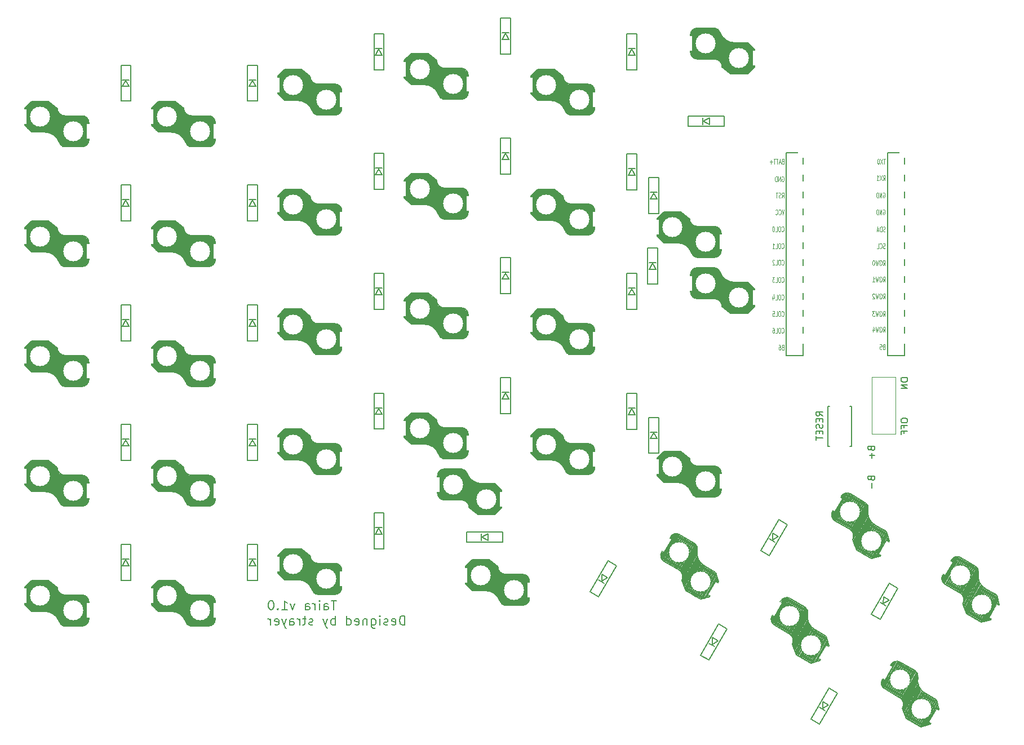
<source format=gbo>
G04 #@! TF.GenerationSoftware,KiCad,Pcbnew,(5.1.9-0-10_14)*
G04 #@! TF.CreationDate,2021-11-12T15:23:44+01:00*
G04 #@! TF.ProjectId,tairakb,74616972-616b-4622-9e6b-696361645f70,1.1*
G04 #@! TF.SameCoordinates,Original*
G04 #@! TF.FileFunction,Legend,Bot*
G04 #@! TF.FilePolarity,Positive*
%FSLAX46Y46*%
G04 Gerber Fmt 4.6, Leading zero omitted, Abs format (unit mm)*
G04 Created by KiCad (PCBNEW (5.1.9-0-10_14)) date 2021-11-12 15:23:44*
%MOMM*%
%LPD*%
G01*
G04 APERTURE LIST*
%ADD10C,0.200000*%
%ADD11C,0.150000*%
%ADD12C,0.120000*%
%ADD13C,0.125000*%
%ADD14C,2.000000*%
%ADD15C,1.500000*%
%ADD16C,0.100000*%
%ADD17R,0.950000X1.300000*%
%ADD18R,1.300000X0.950000*%
%ADD19C,1.524000*%
%ADD20C,1.800000*%
%ADD21C,3.400000*%
%ADD22C,3.000000*%
%ADD23C,1.000000*%
%ADD24C,5.000000*%
%ADD25R,1.600000X2.200000*%
G04 APERTURE END LIST*
D10*
X126748666Y-130362333D02*
X125948666Y-130362333D01*
X126348666Y-131762333D02*
X126348666Y-130362333D01*
X124882000Y-131762333D02*
X124882000Y-131029000D01*
X124948666Y-130895666D01*
X125082000Y-130829000D01*
X125348666Y-130829000D01*
X125482000Y-130895666D01*
X124882000Y-131695666D02*
X125015333Y-131762333D01*
X125348666Y-131762333D01*
X125482000Y-131695666D01*
X125548666Y-131562333D01*
X125548666Y-131429000D01*
X125482000Y-131295666D01*
X125348666Y-131229000D01*
X125015333Y-131229000D01*
X124882000Y-131162333D01*
X124215333Y-131762333D02*
X124215333Y-130829000D01*
X124215333Y-130362333D02*
X124282000Y-130429000D01*
X124215333Y-130495666D01*
X124148666Y-130429000D01*
X124215333Y-130362333D01*
X124215333Y-130495666D01*
X123548666Y-131762333D02*
X123548666Y-130829000D01*
X123548666Y-131095666D02*
X123482000Y-130962333D01*
X123415333Y-130895666D01*
X123282000Y-130829000D01*
X123148666Y-130829000D01*
X122082000Y-131762333D02*
X122082000Y-131029000D01*
X122148666Y-130895666D01*
X122282000Y-130829000D01*
X122548666Y-130829000D01*
X122682000Y-130895666D01*
X122082000Y-131695666D02*
X122215333Y-131762333D01*
X122548666Y-131762333D01*
X122682000Y-131695666D01*
X122748666Y-131562333D01*
X122748666Y-131429000D01*
X122682000Y-131295666D01*
X122548666Y-131229000D01*
X122215333Y-131229000D01*
X122082000Y-131162333D01*
X120482000Y-130829000D02*
X120148666Y-131762333D01*
X119815333Y-130829000D01*
X118548666Y-131762333D02*
X119348666Y-131762333D01*
X118948666Y-131762333D02*
X118948666Y-130362333D01*
X119082000Y-130562333D01*
X119215333Y-130695666D01*
X119348666Y-130762333D01*
X117948666Y-131629000D02*
X117882000Y-131695666D01*
X117948666Y-131762333D01*
X118015333Y-131695666D01*
X117948666Y-131629000D01*
X117948666Y-131762333D01*
X117015333Y-130362333D02*
X116882000Y-130362333D01*
X116748666Y-130429000D01*
X116682000Y-130495666D01*
X116615333Y-130629000D01*
X116548666Y-130895666D01*
X116548666Y-131229000D01*
X116615333Y-131495666D01*
X116682000Y-131629000D01*
X116748666Y-131695666D01*
X116882000Y-131762333D01*
X117015333Y-131762333D01*
X117148666Y-131695666D01*
X117215333Y-131629000D01*
X117282000Y-131495666D01*
X117348666Y-131229000D01*
X117348666Y-130895666D01*
X117282000Y-130629000D01*
X117215333Y-130495666D01*
X117148666Y-130429000D01*
X117015333Y-130362333D01*
X137015333Y-134062333D02*
X137015333Y-132662333D01*
X136682000Y-132662333D01*
X136482000Y-132729000D01*
X136348666Y-132862333D01*
X136282000Y-132995666D01*
X136215333Y-133262333D01*
X136215333Y-133462333D01*
X136282000Y-133729000D01*
X136348666Y-133862333D01*
X136482000Y-133995666D01*
X136682000Y-134062333D01*
X137015333Y-134062333D01*
X135082000Y-133995666D02*
X135215333Y-134062333D01*
X135482000Y-134062333D01*
X135615333Y-133995666D01*
X135682000Y-133862333D01*
X135682000Y-133329000D01*
X135615333Y-133195666D01*
X135482000Y-133129000D01*
X135215333Y-133129000D01*
X135082000Y-133195666D01*
X135015333Y-133329000D01*
X135015333Y-133462333D01*
X135682000Y-133595666D01*
X134482000Y-133995666D02*
X134348666Y-134062333D01*
X134082000Y-134062333D01*
X133948666Y-133995666D01*
X133882000Y-133862333D01*
X133882000Y-133795666D01*
X133948666Y-133662333D01*
X134082000Y-133595666D01*
X134282000Y-133595666D01*
X134415333Y-133529000D01*
X134482000Y-133395666D01*
X134482000Y-133329000D01*
X134415333Y-133195666D01*
X134282000Y-133129000D01*
X134082000Y-133129000D01*
X133948666Y-133195666D01*
X133282000Y-134062333D02*
X133282000Y-133129000D01*
X133282000Y-132662333D02*
X133348666Y-132729000D01*
X133282000Y-132795666D01*
X133215333Y-132729000D01*
X133282000Y-132662333D01*
X133282000Y-132795666D01*
X132015333Y-133129000D02*
X132015333Y-134262333D01*
X132082000Y-134395666D01*
X132148666Y-134462333D01*
X132282000Y-134529000D01*
X132482000Y-134529000D01*
X132615333Y-134462333D01*
X132015333Y-133995666D02*
X132148666Y-134062333D01*
X132415333Y-134062333D01*
X132548666Y-133995666D01*
X132615333Y-133929000D01*
X132682000Y-133795666D01*
X132682000Y-133395666D01*
X132615333Y-133262333D01*
X132548666Y-133195666D01*
X132415333Y-133129000D01*
X132148666Y-133129000D01*
X132015333Y-133195666D01*
X131348666Y-133129000D02*
X131348666Y-134062333D01*
X131348666Y-133262333D02*
X131282000Y-133195666D01*
X131148666Y-133129000D01*
X130948666Y-133129000D01*
X130815333Y-133195666D01*
X130748666Y-133329000D01*
X130748666Y-134062333D01*
X129548666Y-133995666D02*
X129682000Y-134062333D01*
X129948666Y-134062333D01*
X130082000Y-133995666D01*
X130148666Y-133862333D01*
X130148666Y-133329000D01*
X130082000Y-133195666D01*
X129948666Y-133129000D01*
X129682000Y-133129000D01*
X129548666Y-133195666D01*
X129482000Y-133329000D01*
X129482000Y-133462333D01*
X130148666Y-133595666D01*
X128282000Y-134062333D02*
X128282000Y-132662333D01*
X128282000Y-133995666D02*
X128415333Y-134062333D01*
X128682000Y-134062333D01*
X128815333Y-133995666D01*
X128882000Y-133929000D01*
X128948666Y-133795666D01*
X128948666Y-133395666D01*
X128882000Y-133262333D01*
X128815333Y-133195666D01*
X128682000Y-133129000D01*
X128415333Y-133129000D01*
X128282000Y-133195666D01*
X126548666Y-134062333D02*
X126548666Y-132662333D01*
X126548666Y-133195666D02*
X126415333Y-133129000D01*
X126148666Y-133129000D01*
X126015333Y-133195666D01*
X125948666Y-133262333D01*
X125882000Y-133395666D01*
X125882000Y-133795666D01*
X125948666Y-133929000D01*
X126015333Y-133995666D01*
X126148666Y-134062333D01*
X126415333Y-134062333D01*
X126548666Y-133995666D01*
X125415333Y-133129000D02*
X125082000Y-134062333D01*
X124748666Y-133129000D02*
X125082000Y-134062333D01*
X125215333Y-134395666D01*
X125282000Y-134462333D01*
X125415333Y-134529000D01*
X123215333Y-133995666D02*
X123082000Y-134062333D01*
X122815333Y-134062333D01*
X122682000Y-133995666D01*
X122615333Y-133862333D01*
X122615333Y-133795666D01*
X122682000Y-133662333D01*
X122815333Y-133595666D01*
X123015333Y-133595666D01*
X123148666Y-133529000D01*
X123215333Y-133395666D01*
X123215333Y-133329000D01*
X123148666Y-133195666D01*
X123015333Y-133129000D01*
X122815333Y-133129000D01*
X122682000Y-133195666D01*
X122215333Y-133129000D02*
X121682000Y-133129000D01*
X122015333Y-132662333D02*
X122015333Y-133862333D01*
X121948666Y-133995666D01*
X121815333Y-134062333D01*
X121682000Y-134062333D01*
X121215333Y-134062333D02*
X121215333Y-133129000D01*
X121215333Y-133395666D02*
X121148666Y-133262333D01*
X121082000Y-133195666D01*
X120948666Y-133129000D01*
X120815333Y-133129000D01*
X119748666Y-134062333D02*
X119748666Y-133329000D01*
X119815333Y-133195666D01*
X119948666Y-133129000D01*
X120215333Y-133129000D01*
X120348666Y-133195666D01*
X119748666Y-133995666D02*
X119882000Y-134062333D01*
X120215333Y-134062333D01*
X120348666Y-133995666D01*
X120415333Y-133862333D01*
X120415333Y-133729000D01*
X120348666Y-133595666D01*
X120215333Y-133529000D01*
X119882000Y-133529000D01*
X119748666Y-133462333D01*
X119215333Y-133129000D02*
X118882000Y-134062333D01*
X118548666Y-133129000D02*
X118882000Y-134062333D01*
X119015333Y-134395666D01*
X119082000Y-134462333D01*
X119215333Y-134529000D01*
X117482000Y-133995666D02*
X117615333Y-134062333D01*
X117882000Y-134062333D01*
X118015333Y-133995666D01*
X118082000Y-133862333D01*
X118082000Y-133329000D01*
X118015333Y-133195666D01*
X117882000Y-133129000D01*
X117615333Y-133129000D01*
X117482000Y-133195666D01*
X117415333Y-133329000D01*
X117415333Y-133462333D01*
X118082000Y-133595666D01*
X116815333Y-134062333D02*
X116815333Y-133129000D01*
X116815333Y-133395666D02*
X116748666Y-133262333D01*
X116682000Y-133195666D01*
X116548666Y-133129000D01*
X116415333Y-133129000D01*
D11*
X200615000Y-101201000D02*
X200865000Y-101201000D01*
X200615000Y-107201000D02*
X200615000Y-101201000D01*
X200865000Y-107201000D02*
X200615000Y-107201000D01*
X204115000Y-107201000D02*
X203865000Y-107201000D01*
X204115000Y-101201000D02*
X204115000Y-107201000D01*
X203865000Y-101201000D02*
X204115000Y-101201000D01*
D12*
X207211000Y-105372000D02*
X210765000Y-105372000D01*
X210765000Y-105372000D02*
X210765000Y-96822000D01*
X210757000Y-96818000D02*
X207202000Y-96818000D01*
X207202000Y-96827000D02*
X207202000Y-105372000D01*
D11*
X202009519Y-144258731D02*
X200710481Y-143508731D01*
X199309519Y-148935269D02*
X202009519Y-144258731D01*
X198010481Y-148185269D02*
X199309519Y-148935269D01*
X200710481Y-143508731D02*
X198010481Y-148185269D01*
X200693013Y-146038987D02*
X199810000Y-146568410D01*
X199826987Y-145538987D02*
X200693013Y-146038987D01*
X199810000Y-146568410D02*
X199826987Y-145538987D01*
X199326987Y-146405013D02*
X200193013Y-146905013D01*
X211115519Y-128546731D02*
X209816481Y-127796731D01*
X208415519Y-133223269D02*
X211115519Y-128546731D01*
X207116481Y-132473269D02*
X208415519Y-133223269D01*
X209816481Y-127796731D02*
X207116481Y-132473269D01*
X209799013Y-130326987D02*
X208916000Y-130856410D01*
X208932987Y-129826987D02*
X209799013Y-130326987D01*
X208916000Y-130856410D02*
X208932987Y-129826987D01*
X208432987Y-130693013D02*
X209299013Y-131193013D01*
X194477519Y-118937731D02*
X193178481Y-118187731D01*
X191777519Y-123614269D02*
X194477519Y-118937731D01*
X190478481Y-122864269D02*
X191777519Y-123614269D01*
X193178481Y-118187731D02*
X190478481Y-122864269D01*
X193161013Y-120717987D02*
X192278000Y-121247410D01*
X192294987Y-120217987D02*
X193161013Y-120717987D01*
X192278000Y-121247410D02*
X192294987Y-120217987D01*
X191794987Y-121084013D02*
X192661013Y-121584013D01*
X185417519Y-134656731D02*
X184118481Y-133906731D01*
X182717519Y-139333269D02*
X185417519Y-134656731D01*
X181418481Y-138583269D02*
X182717519Y-139333269D01*
X184118481Y-133906731D02*
X181418481Y-138583269D01*
X184101013Y-136436987D02*
X183218000Y-136966410D01*
X183234987Y-135936987D02*
X184101013Y-136436987D01*
X183218000Y-136966410D02*
X183234987Y-135936987D01*
X182734987Y-136803013D02*
X183601013Y-137303013D01*
X173681000Y-108260000D02*
X175181000Y-108260000D01*
X173681000Y-102860000D02*
X173681000Y-108260000D01*
X175181000Y-102860000D02*
X173681000Y-102860000D01*
X175181000Y-108260000D02*
X175181000Y-102860000D01*
X173931000Y-106060000D02*
X174431000Y-105160000D01*
X174931000Y-106060000D02*
X173931000Y-106060000D01*
X174431000Y-105160000D02*
X174931000Y-106060000D01*
X174931000Y-105060000D02*
X173931000Y-105060000D01*
X173509000Y-82827000D02*
X175009000Y-82827000D01*
X173509000Y-77427000D02*
X173509000Y-82827000D01*
X175009000Y-77427000D02*
X173509000Y-77427000D01*
X175009000Y-82827000D02*
X175009000Y-77427000D01*
X173759000Y-80627000D02*
X174259000Y-79727000D01*
X174759000Y-80627000D02*
X173759000Y-80627000D01*
X174259000Y-79727000D02*
X174759000Y-80627000D01*
X174759000Y-79627000D02*
X173759000Y-79627000D01*
X173681000Y-72260000D02*
X175181000Y-72260000D01*
X173681000Y-66860000D02*
X173681000Y-72260000D01*
X175181000Y-66860000D02*
X173681000Y-66860000D01*
X175181000Y-72260000D02*
X175181000Y-66860000D01*
X173931000Y-70060000D02*
X174431000Y-69160000D01*
X174931000Y-70060000D02*
X173931000Y-70060000D01*
X174431000Y-69160000D02*
X174931000Y-70060000D01*
X174931000Y-69060000D02*
X173931000Y-69060000D01*
X184986000Y-59081000D02*
X184986000Y-57581000D01*
X179586000Y-59081000D02*
X184986000Y-59081000D01*
X179586000Y-57581000D02*
X179586000Y-59081000D01*
X184986000Y-57581000D02*
X179586000Y-57581000D01*
X182786000Y-58831000D02*
X181886000Y-58331000D01*
X182786000Y-57831000D02*
X182786000Y-58831000D01*
X181886000Y-58331000D02*
X182786000Y-57831000D01*
X181786000Y-57831000D02*
X181786000Y-58831000D01*
X168824519Y-125130731D02*
X167525481Y-124380731D01*
X166124519Y-129807269D02*
X168824519Y-125130731D01*
X164825481Y-129057269D02*
X166124519Y-129807269D01*
X167525481Y-124380731D02*
X164825481Y-129057269D01*
X167508013Y-126910987D02*
X166625000Y-127440410D01*
X166641987Y-126410987D02*
X167508013Y-126910987D01*
X166625000Y-127440410D02*
X166641987Y-126410987D01*
X166141987Y-127277013D02*
X167008013Y-127777013D01*
X170382000Y-104652000D02*
X171882000Y-104652000D01*
X170382000Y-99252000D02*
X170382000Y-104652000D01*
X171882000Y-99252000D02*
X170382000Y-99252000D01*
X171882000Y-104652000D02*
X171882000Y-99252000D01*
X170632000Y-102452000D02*
X171132000Y-101552000D01*
X171632000Y-102452000D02*
X170632000Y-102452000D01*
X171132000Y-101552000D02*
X171632000Y-102452000D01*
X171632000Y-101452000D02*
X170632000Y-101452000D01*
X170382000Y-86652000D02*
X171882000Y-86652000D01*
X170382000Y-81252000D02*
X170382000Y-86652000D01*
X171882000Y-81252000D02*
X170382000Y-81252000D01*
X171882000Y-86652000D02*
X171882000Y-81252000D01*
X170632000Y-84452000D02*
X171132000Y-83552000D01*
X171632000Y-84452000D02*
X170632000Y-84452000D01*
X171132000Y-83552000D02*
X171632000Y-84452000D01*
X171632000Y-83452000D02*
X170632000Y-83452000D01*
X170382000Y-68652000D02*
X171882000Y-68652000D01*
X170382000Y-63252000D02*
X170382000Y-68652000D01*
X171882000Y-63252000D02*
X170382000Y-63252000D01*
X171882000Y-68652000D02*
X171882000Y-63252000D01*
X170632000Y-66452000D02*
X171132000Y-65552000D01*
X171632000Y-66452000D02*
X170632000Y-66452000D01*
X171132000Y-65552000D02*
X171632000Y-66452000D01*
X171632000Y-65452000D02*
X170632000Y-65452000D01*
X170382000Y-50652000D02*
X171882000Y-50652000D01*
X170382000Y-45252000D02*
X170382000Y-50652000D01*
X171882000Y-45252000D02*
X170382000Y-45252000D01*
X171882000Y-50652000D02*
X171882000Y-45252000D01*
X170632000Y-48452000D02*
X171132000Y-47552000D01*
X171632000Y-48452000D02*
X170632000Y-48452000D01*
X171132000Y-47552000D02*
X171632000Y-48452000D01*
X171632000Y-47452000D02*
X170632000Y-47452000D01*
X151718000Y-121606000D02*
X151718000Y-120106000D01*
X146318000Y-121606000D02*
X151718000Y-121606000D01*
X146318000Y-120106000D02*
X146318000Y-121606000D01*
X151718000Y-120106000D02*
X146318000Y-120106000D01*
X149518000Y-121356000D02*
X148618000Y-120856000D01*
X149518000Y-120356000D02*
X149518000Y-121356000D01*
X148618000Y-120856000D02*
X149518000Y-120356000D01*
X148518000Y-120356000D02*
X148518000Y-121356000D01*
X151400000Y-102270000D02*
X152900000Y-102270000D01*
X151400000Y-96870000D02*
X151400000Y-102270000D01*
X152900000Y-96870000D02*
X151400000Y-96870000D01*
X152900000Y-102270000D02*
X152900000Y-96870000D01*
X151650000Y-100070000D02*
X152150000Y-99170000D01*
X152650000Y-100070000D02*
X151650000Y-100070000D01*
X152150000Y-99170000D02*
X152650000Y-100070000D01*
X152650000Y-99070000D02*
X151650000Y-99070000D01*
X151400000Y-84270000D02*
X152900000Y-84270000D01*
X151400000Y-78870000D02*
X151400000Y-84270000D01*
X152900000Y-78870000D02*
X151400000Y-78870000D01*
X152900000Y-84270000D02*
X152900000Y-78870000D01*
X151650000Y-82070000D02*
X152150000Y-81170000D01*
X152650000Y-82070000D02*
X151650000Y-82070000D01*
X152150000Y-81170000D02*
X152650000Y-82070000D01*
X152650000Y-81070000D02*
X151650000Y-81070000D01*
X151400000Y-66270000D02*
X152900000Y-66270000D01*
X151400000Y-60870000D02*
X151400000Y-66270000D01*
X152900000Y-60870000D02*
X151400000Y-60870000D01*
X152900000Y-66270000D02*
X152900000Y-60870000D01*
X151650000Y-64070000D02*
X152150000Y-63170000D01*
X152650000Y-64070000D02*
X151650000Y-64070000D01*
X152150000Y-63170000D02*
X152650000Y-64070000D01*
X152650000Y-63070000D02*
X151650000Y-63070000D01*
X151400000Y-48270000D02*
X152900000Y-48270000D01*
X151400000Y-42870000D02*
X151400000Y-48270000D01*
X152900000Y-42870000D02*
X151400000Y-42870000D01*
X152900000Y-48270000D02*
X152900000Y-42870000D01*
X151650000Y-46070000D02*
X152150000Y-45170000D01*
X152650000Y-46070000D02*
X151650000Y-46070000D01*
X152150000Y-45170000D02*
X152650000Y-46070000D01*
X152650000Y-45070000D02*
X151650000Y-45070000D01*
X132383000Y-122615000D02*
X133883000Y-122615000D01*
X132383000Y-117215000D02*
X132383000Y-122615000D01*
X133883000Y-117215000D02*
X132383000Y-117215000D01*
X133883000Y-122615000D02*
X133883000Y-117215000D01*
X132633000Y-120415000D02*
X133133000Y-119515000D01*
X133633000Y-120415000D02*
X132633000Y-120415000D01*
X133133000Y-119515000D02*
X133633000Y-120415000D01*
X133633000Y-119415000D02*
X132633000Y-119415000D01*
X132383000Y-104615000D02*
X133883000Y-104615000D01*
X132383000Y-99215000D02*
X132383000Y-104615000D01*
X133883000Y-99215000D02*
X132383000Y-99215000D01*
X133883000Y-104615000D02*
X133883000Y-99215000D01*
X132633000Y-102415000D02*
X133133000Y-101515000D01*
X133633000Y-102415000D02*
X132633000Y-102415000D01*
X133133000Y-101515000D02*
X133633000Y-102415000D01*
X133633000Y-101415000D02*
X132633000Y-101415000D01*
X132383000Y-86615000D02*
X133883000Y-86615000D01*
X132383000Y-81215000D02*
X132383000Y-86615000D01*
X133883000Y-81215000D02*
X132383000Y-81215000D01*
X133883000Y-86615000D02*
X133883000Y-81215000D01*
X132633000Y-84415000D02*
X133133000Y-83515000D01*
X133633000Y-84415000D02*
X132633000Y-84415000D01*
X133133000Y-83515000D02*
X133633000Y-84415000D01*
X133633000Y-83415000D02*
X132633000Y-83415000D01*
X132383000Y-68615000D02*
X133883000Y-68615000D01*
X132383000Y-63215000D02*
X132383000Y-68615000D01*
X133883000Y-63215000D02*
X132383000Y-63215000D01*
X133883000Y-68615000D02*
X133883000Y-63215000D01*
X132633000Y-66415000D02*
X133133000Y-65515000D01*
X133633000Y-66415000D02*
X132633000Y-66415000D01*
X133133000Y-65515000D02*
X133633000Y-66415000D01*
X133633000Y-65415000D02*
X132633000Y-65415000D01*
X132383000Y-50615000D02*
X133883000Y-50615000D01*
X132383000Y-45215000D02*
X132383000Y-50615000D01*
X133883000Y-45215000D02*
X132383000Y-45215000D01*
X133883000Y-50615000D02*
X133883000Y-45215000D01*
X132633000Y-48415000D02*
X133133000Y-47515000D01*
X133633000Y-48415000D02*
X132633000Y-48415000D01*
X133133000Y-47515000D02*
X133633000Y-48415000D01*
X133633000Y-47415000D02*
X132633000Y-47415000D01*
X113368000Y-127340000D02*
X114868000Y-127340000D01*
X113368000Y-121940000D02*
X113368000Y-127340000D01*
X114868000Y-121940000D02*
X113368000Y-121940000D01*
X114868000Y-127340000D02*
X114868000Y-121940000D01*
X113618000Y-125140000D02*
X114118000Y-124240000D01*
X114618000Y-125140000D02*
X113618000Y-125140000D01*
X114118000Y-124240000D02*
X114618000Y-125140000D01*
X114618000Y-124140000D02*
X113618000Y-124140000D01*
X113368000Y-109340000D02*
X114868000Y-109340000D01*
X113368000Y-103940000D02*
X113368000Y-109340000D01*
X114868000Y-103940000D02*
X113368000Y-103940000D01*
X114868000Y-109340000D02*
X114868000Y-103940000D01*
X113618000Y-107140000D02*
X114118000Y-106240000D01*
X114618000Y-107140000D02*
X113618000Y-107140000D01*
X114118000Y-106240000D02*
X114618000Y-107140000D01*
X114618000Y-106140000D02*
X113618000Y-106140000D01*
X113368000Y-91340000D02*
X114868000Y-91340000D01*
X113368000Y-85940000D02*
X113368000Y-91340000D01*
X114868000Y-85940000D02*
X113368000Y-85940000D01*
X114868000Y-91340000D02*
X114868000Y-85940000D01*
X113618000Y-89140000D02*
X114118000Y-88240000D01*
X114618000Y-89140000D02*
X113618000Y-89140000D01*
X114118000Y-88240000D02*
X114618000Y-89140000D01*
X114618000Y-88140000D02*
X113618000Y-88140000D01*
X113368000Y-73340000D02*
X114868000Y-73340000D01*
X113368000Y-67940000D02*
X113368000Y-73340000D01*
X114868000Y-67940000D02*
X113368000Y-67940000D01*
X114868000Y-73340000D02*
X114868000Y-67940000D01*
X113618000Y-71140000D02*
X114118000Y-70240000D01*
X114618000Y-71140000D02*
X113618000Y-71140000D01*
X114118000Y-70240000D02*
X114618000Y-71140000D01*
X114618000Y-70140000D02*
X113618000Y-70140000D01*
X113368000Y-55340000D02*
X114868000Y-55340000D01*
X113368000Y-49940000D02*
X113368000Y-55340000D01*
X114868000Y-49940000D02*
X113368000Y-49940000D01*
X114868000Y-55340000D02*
X114868000Y-49940000D01*
X113618000Y-53140000D02*
X114118000Y-52240000D01*
X114618000Y-53140000D02*
X113618000Y-53140000D01*
X114118000Y-52240000D02*
X114618000Y-53140000D01*
X114618000Y-52140000D02*
X113618000Y-52140000D01*
X94368000Y-127340000D02*
X95868000Y-127340000D01*
X94368000Y-121940000D02*
X94368000Y-127340000D01*
X95868000Y-121940000D02*
X94368000Y-121940000D01*
X95868000Y-127340000D02*
X95868000Y-121940000D01*
X94618000Y-125140000D02*
X95118000Y-124240000D01*
X95618000Y-125140000D02*
X94618000Y-125140000D01*
X95118000Y-124240000D02*
X95618000Y-125140000D01*
X95618000Y-124140000D02*
X94618000Y-124140000D01*
X94368000Y-109340000D02*
X95868000Y-109340000D01*
X94368000Y-103940000D02*
X94368000Y-109340000D01*
X95868000Y-103940000D02*
X94368000Y-103940000D01*
X95868000Y-109340000D02*
X95868000Y-103940000D01*
X94618000Y-107140000D02*
X95118000Y-106240000D01*
X95618000Y-107140000D02*
X94618000Y-107140000D01*
X95118000Y-106240000D02*
X95618000Y-107140000D01*
X95618000Y-106140000D02*
X94618000Y-106140000D01*
X94368000Y-91340000D02*
X95868000Y-91340000D01*
X94368000Y-85940000D02*
X94368000Y-91340000D01*
X95868000Y-85940000D02*
X94368000Y-85940000D01*
X95868000Y-91340000D02*
X95868000Y-85940000D01*
X94618000Y-89140000D02*
X95118000Y-88240000D01*
X95618000Y-89140000D02*
X94618000Y-89140000D01*
X95118000Y-88240000D02*
X95618000Y-89140000D01*
X95618000Y-88140000D02*
X94618000Y-88140000D01*
X94368000Y-73340000D02*
X95868000Y-73340000D01*
X94368000Y-67940000D02*
X94368000Y-73340000D01*
X95868000Y-67940000D02*
X94368000Y-67940000D01*
X95868000Y-73340000D02*
X95868000Y-67940000D01*
X94618000Y-71140000D02*
X95118000Y-70240000D01*
X95618000Y-71140000D02*
X94618000Y-71140000D01*
X95118000Y-70240000D02*
X95618000Y-71140000D01*
X95618000Y-70140000D02*
X94618000Y-70140000D01*
X94368000Y-55340000D02*
X95868000Y-55340000D01*
X94368000Y-49940000D02*
X94368000Y-55340000D01*
X95868000Y-49940000D02*
X94368000Y-49940000D01*
X95868000Y-55340000D02*
X95868000Y-49940000D01*
X94618000Y-53140000D02*
X95118000Y-52240000D01*
X95618000Y-53140000D02*
X94618000Y-53140000D01*
X95118000Y-52240000D02*
X95618000Y-53140000D01*
X95618000Y-52140000D02*
X94618000Y-52140000D01*
X209525000Y-63093600D02*
X212065000Y-63093600D01*
X212065000Y-63093600D02*
X212065000Y-93573600D01*
X212065000Y-93573600D02*
X209525000Y-93573600D01*
X209525000Y-93573600D02*
X209525000Y-63093600D01*
X194285000Y-63093600D02*
X196825000Y-63093600D01*
X196825000Y-63093600D02*
X196825000Y-93573600D01*
X196825000Y-93573600D02*
X194285000Y-93573600D01*
X194285000Y-93573600D02*
X194285000Y-63093600D01*
X210423045Y-139689906D02*
X208648045Y-142764296D01*
X210584648Y-139610002D02*
X208709648Y-142857597D01*
X210721250Y-139573399D02*
X208746250Y-142994200D01*
X210857853Y-139536797D02*
X208757853Y-143174103D01*
X211037757Y-139525194D02*
X208837757Y-143335706D01*
X211192661Y-139556893D02*
X208942661Y-143454007D01*
X211347564Y-139588592D02*
X209072564Y-143529007D01*
X211477468Y-139663592D02*
X209177468Y-143647309D01*
X211607372Y-139738592D02*
X209307372Y-143722309D01*
X211737276Y-139813592D02*
X209437276Y-143797309D01*
X211867180Y-139888592D02*
X209567180Y-143872309D01*
X211997083Y-139963592D02*
X209697083Y-143947309D01*
X212126987Y-140038592D02*
X209826987Y-144022309D01*
X212256891Y-140113592D02*
X209956891Y-144097309D01*
X212386795Y-140188592D02*
X210086795Y-144172309D01*
X212516699Y-140263592D02*
X210216699Y-144247309D01*
X212646603Y-140338592D02*
X210346603Y-144322309D01*
X212776506Y-140413592D02*
X210476506Y-144397309D01*
X212906410Y-140488592D02*
X210606410Y-144472309D01*
X213036314Y-140563592D02*
X210736314Y-144547309D01*
X213166218Y-140638592D02*
X210866218Y-144622309D01*
X213296122Y-140713592D02*
X210996122Y-144697309D01*
X213426025Y-140788592D02*
X211126025Y-144772309D01*
X213555929Y-140863592D02*
X211280929Y-144804007D01*
X213685833Y-140938592D02*
X211385833Y-144922309D01*
X213815737Y-141013592D02*
X211515737Y-144997309D01*
X213920641Y-141131893D02*
X211645641Y-145072309D01*
X214000544Y-141293495D02*
X211725544Y-145233911D01*
X214080448Y-141455098D02*
X211830448Y-145352212D01*
X214092051Y-141635002D02*
X211892051Y-145445514D01*
X214053653Y-141901508D02*
X211953653Y-145538815D01*
X214065256Y-142081412D02*
X211990256Y-145675417D01*
X214051858Y-142304617D02*
X211976858Y-145898623D01*
X214063461Y-142484521D02*
X211988461Y-146078526D01*
X214050064Y-142707726D02*
X211825064Y-146561539D01*
X214104967Y-142912630D02*
X211879967Y-146766443D01*
X214159871Y-143117534D02*
X211959871Y-146928045D01*
X214239775Y-143279136D02*
X212039775Y-147089648D01*
X214319679Y-143440739D02*
X212094679Y-147294552D01*
X214399583Y-143602341D02*
X212174583Y-147456154D01*
X214504486Y-143720642D02*
X212229486Y-147661058D01*
X214584390Y-143882245D02*
X212309390Y-147822661D01*
X214689294Y-144000546D02*
X212389294Y-147984263D01*
X214819198Y-144075546D02*
X212494198Y-148102564D01*
X214949102Y-144150546D02*
X212624102Y-148177564D01*
X215054005Y-144268848D02*
X212779005Y-148209263D01*
X215183909Y-144343848D02*
X212883909Y-148327564D01*
X215313813Y-144418848D02*
X213013813Y-148402564D01*
X215443717Y-144493848D02*
X213143717Y-148477564D01*
X215573621Y-144568848D02*
X213273621Y-148552564D01*
X215703524Y-144643848D02*
X213403524Y-148627564D01*
X215833428Y-144718848D02*
X213533428Y-148702564D01*
X215963332Y-144793848D02*
X213663332Y-148777564D01*
X216093236Y-144868848D02*
X213793236Y-148852564D01*
X216223140Y-144943848D02*
X213923140Y-148927564D01*
X216353044Y-145018848D02*
X214053044Y-149002564D01*
X216482947Y-145093848D02*
X214182947Y-149077564D01*
X216612851Y-145168848D02*
X214312851Y-149152564D01*
X216742755Y-145243848D02*
X214442755Y-149227564D01*
X216872659Y-145318848D02*
X214572659Y-149302564D01*
X216927563Y-145523751D02*
X214752563Y-149290962D01*
X217007466Y-145685354D02*
X214957466Y-149236058D01*
X217062370Y-145890258D02*
X215162370Y-149181154D01*
X217117274Y-146095162D02*
X215367274Y-149126250D01*
X217147178Y-146343367D02*
X215572178Y-149071347D01*
X217227082Y-146504969D02*
X215777082Y-149016443D01*
X212373445Y-148061715D02*
X211781762Y-146536539D01*
X215981985Y-148961539D02*
X214581809Y-149336715D01*
X217281985Y-146709873D02*
X216906809Y-145309697D01*
X215981985Y-148961539D02*
X217281985Y-146709873D01*
X208755642Y-142277934D02*
X210080642Y-139982966D01*
X215196409Y-144322197D02*
X216906809Y-145309697D01*
X212373445Y-148061715D02*
X214581809Y-149336715D01*
X209121667Y-143643959D02*
X211351682Y-144931459D01*
X211446667Y-139616941D02*
X213698333Y-140916941D01*
X211781762Y-146536539D02*
G75*
G03*
X211351682Y-144931459I-1017580J587500D01*
G01*
X214093471Y-141956939D02*
G75*
G03*
X215196409Y-144322197I2240438J-395050D01*
G01*
X208755642Y-142277934D02*
G75*
G03*
X209121667Y-143643959I866025J-500000D01*
G01*
X210080642Y-139982966D02*
G75*
G02*
X211446667Y-139616941I866025J-500000D01*
G01*
X213698591Y-140918485D02*
G75*
G02*
X214093471Y-141956940I-497043J-783310D01*
G01*
X202923045Y-114409906D02*
X201148045Y-117484296D01*
X203084648Y-114330002D02*
X201209648Y-117577597D01*
X203221250Y-114293399D02*
X201246250Y-117714200D01*
X203357853Y-114256797D02*
X201257853Y-117894103D01*
X203537757Y-114245194D02*
X201337757Y-118055706D01*
X203692661Y-114276893D02*
X201442661Y-118174007D01*
X203847564Y-114308592D02*
X201572564Y-118249007D01*
X203977468Y-114383592D02*
X201677468Y-118367309D01*
X204107372Y-114458592D02*
X201807372Y-118442309D01*
X204237276Y-114533592D02*
X201937276Y-118517309D01*
X204367180Y-114608592D02*
X202067180Y-118592309D01*
X204497083Y-114683592D02*
X202197083Y-118667309D01*
X204626987Y-114758592D02*
X202326987Y-118742309D01*
X204756891Y-114833592D02*
X202456891Y-118817309D01*
X204886795Y-114908592D02*
X202586795Y-118892309D01*
X205016699Y-114983592D02*
X202716699Y-118967309D01*
X205146603Y-115058592D02*
X202846603Y-119042309D01*
X205276506Y-115133592D02*
X202976506Y-119117309D01*
X205406410Y-115208592D02*
X203106410Y-119192309D01*
X205536314Y-115283592D02*
X203236314Y-119267309D01*
X205666218Y-115358592D02*
X203366218Y-119342309D01*
X205796122Y-115433592D02*
X203496122Y-119417309D01*
X205926025Y-115508592D02*
X203626025Y-119492309D01*
X206055929Y-115583592D02*
X203780929Y-119524007D01*
X206185833Y-115658592D02*
X203885833Y-119642309D01*
X206315737Y-115733592D02*
X204015737Y-119717309D01*
X206420641Y-115851893D02*
X204145641Y-119792309D01*
X206500544Y-116013495D02*
X204225544Y-119953911D01*
X206580448Y-116175098D02*
X204330448Y-120072212D01*
X206592051Y-116355002D02*
X204392051Y-120165514D01*
X206553653Y-116621508D02*
X204453653Y-120258815D01*
X206565256Y-116801412D02*
X204490256Y-120395417D01*
X206551858Y-117024617D02*
X204476858Y-120618623D01*
X206563461Y-117204521D02*
X204488461Y-120798526D01*
X206550064Y-117427726D02*
X204325064Y-121281539D01*
X206604967Y-117632630D02*
X204379967Y-121486443D01*
X206659871Y-117837534D02*
X204459871Y-121648045D01*
X206739775Y-117999136D02*
X204539775Y-121809648D01*
X206819679Y-118160739D02*
X204594679Y-122014552D01*
X206899583Y-118322341D02*
X204674583Y-122176154D01*
X207004486Y-118440642D02*
X204729486Y-122381058D01*
X207084390Y-118602245D02*
X204809390Y-122542661D01*
X207189294Y-118720546D02*
X204889294Y-122704263D01*
X207319198Y-118795546D02*
X204994198Y-122822564D01*
X207449102Y-118870546D02*
X205124102Y-122897564D01*
X207554005Y-118988848D02*
X205279005Y-122929263D01*
X207683909Y-119063848D02*
X205383909Y-123047564D01*
X207813813Y-119138848D02*
X205513813Y-123122564D01*
X207943717Y-119213848D02*
X205643717Y-123197564D01*
X208073621Y-119288848D02*
X205773621Y-123272564D01*
X208203524Y-119363848D02*
X205903524Y-123347564D01*
X208333428Y-119438848D02*
X206033428Y-123422564D01*
X208463332Y-119513848D02*
X206163332Y-123497564D01*
X208593236Y-119588848D02*
X206293236Y-123572564D01*
X208723140Y-119663848D02*
X206423140Y-123647564D01*
X208853044Y-119738848D02*
X206553044Y-123722564D01*
X208982947Y-119813848D02*
X206682947Y-123797564D01*
X209112851Y-119888848D02*
X206812851Y-123872564D01*
X209242755Y-119963848D02*
X206942755Y-123947564D01*
X209372659Y-120038848D02*
X207072659Y-124022564D01*
X209427563Y-120243751D02*
X207252563Y-124010962D01*
X209507466Y-120405354D02*
X207457466Y-123956058D01*
X209562370Y-120610258D02*
X207662370Y-123901154D01*
X209617274Y-120815162D02*
X207867274Y-123846250D01*
X209647178Y-121063367D02*
X208072178Y-123791347D01*
X209727082Y-121224969D02*
X208277082Y-123736443D01*
X204873445Y-122781715D02*
X204281762Y-121256539D01*
X208481985Y-123681539D02*
X207081809Y-124056715D01*
X209781985Y-121429873D02*
X209406809Y-120029697D01*
X208481985Y-123681539D02*
X209781985Y-121429873D01*
X201255642Y-116997934D02*
X202580642Y-114702966D01*
X207696409Y-119042197D02*
X209406809Y-120029697D01*
X204873445Y-122781715D02*
X207081809Y-124056715D01*
X201621667Y-118363959D02*
X203851682Y-119651459D01*
X203946667Y-114336941D02*
X206198333Y-115636941D01*
X204281762Y-121256539D02*
G75*
G03*
X203851682Y-119651459I-1017580J587500D01*
G01*
X206593471Y-116676939D02*
G75*
G03*
X207696409Y-119042197I2240438J-395050D01*
G01*
X201255642Y-116997934D02*
G75*
G03*
X201621667Y-118363959I866025J-500000D01*
G01*
X202580642Y-114702966D02*
G75*
G02*
X203946667Y-114336941I866025J-500000D01*
G01*
X206198591Y-115638485D02*
G75*
G02*
X206593471Y-116676940I-497043J-783310D01*
G01*
X155591000Y-130510000D02*
X155591000Y-126960000D01*
X155491000Y-130660000D02*
X155491000Y-126910000D01*
X155391000Y-130760000D02*
X155391000Y-126810000D01*
X155291000Y-130860000D02*
X155291000Y-126660000D01*
X155141000Y-130960000D02*
X155141000Y-126560000D01*
X154991000Y-131010000D02*
X154991000Y-126510000D01*
X154841000Y-131060000D02*
X154841000Y-126510000D01*
X154691000Y-131060000D02*
X154691000Y-126460000D01*
X154541000Y-131060000D02*
X154541000Y-126460000D01*
X154391000Y-131060000D02*
X154391000Y-126460000D01*
X154241000Y-131060000D02*
X154241000Y-126460000D01*
X154091000Y-131060000D02*
X154091000Y-126460000D01*
X153941000Y-131060000D02*
X153941000Y-126460000D01*
X153791000Y-131060000D02*
X153791000Y-126460000D01*
X153641000Y-131060000D02*
X153641000Y-126460000D01*
X153491000Y-131060000D02*
X153491000Y-126460000D01*
X153341000Y-131060000D02*
X153341000Y-126460000D01*
X153191000Y-131060000D02*
X153191000Y-126460000D01*
X153041000Y-131060000D02*
X153041000Y-126460000D01*
X152891000Y-131060000D02*
X152891000Y-126460000D01*
X152741000Y-131060000D02*
X152741000Y-126460000D01*
X152591000Y-131060000D02*
X152591000Y-126460000D01*
X152441000Y-131060000D02*
X152441000Y-126460000D01*
X152291000Y-131060000D02*
X152291000Y-126510000D01*
X152141000Y-131060000D02*
X152141000Y-126460000D01*
X151991000Y-131060000D02*
X151991000Y-126460000D01*
X151841000Y-131010000D02*
X151841000Y-126460000D01*
X151691000Y-130910000D02*
X151691000Y-126360000D01*
X151541000Y-130810000D02*
X151541000Y-126310000D01*
X151441000Y-130660000D02*
X151441000Y-126260000D01*
X151341000Y-130410000D02*
X151341000Y-126210000D01*
X151241000Y-130260000D02*
X151241000Y-126110000D01*
X151141000Y-130060000D02*
X151141000Y-125910000D01*
X151041000Y-129910000D02*
X151041000Y-125760000D01*
X150941000Y-129710000D02*
X150941000Y-125260000D01*
X150791000Y-129560000D02*
X150791000Y-125110000D01*
X150641000Y-129410000D02*
X150641000Y-125010000D01*
X150491000Y-129310000D02*
X150491000Y-124910000D01*
X150341000Y-129210000D02*
X150341000Y-124760000D01*
X150191000Y-129110000D02*
X150191000Y-124660000D01*
X150041000Y-129060000D02*
X150041000Y-124510000D01*
X149891000Y-128960000D02*
X149891000Y-124410000D01*
X149741000Y-128910000D02*
X149741000Y-124310000D01*
X149591000Y-128910000D02*
X149591000Y-124260000D01*
X149441000Y-128910000D02*
X149441000Y-124260000D01*
X149291000Y-128860000D02*
X149291000Y-124310000D01*
X149141000Y-128860000D02*
X149141000Y-124260000D01*
X148991000Y-128860000D02*
X148991000Y-124260000D01*
X148841000Y-128860000D02*
X148841000Y-124260000D01*
X148691000Y-128860000D02*
X148691000Y-124260000D01*
X148541000Y-128860000D02*
X148541000Y-124260000D01*
X148391000Y-128860000D02*
X148391000Y-124260000D01*
X148241000Y-128860000D02*
X148241000Y-124260000D01*
X148091000Y-128860000D02*
X148091000Y-124260000D01*
X147941000Y-128860000D02*
X147941000Y-124260000D01*
X147791000Y-128860000D02*
X147791000Y-124260000D01*
X147641000Y-128860000D02*
X147641000Y-124260000D01*
X147491000Y-128860000D02*
X147491000Y-124260000D01*
X147341000Y-128860000D02*
X147341000Y-124260000D01*
X147191000Y-128860000D02*
X147191000Y-124260000D01*
X147041000Y-128710000D02*
X147041000Y-124360000D01*
X146891000Y-128610000D02*
X146891000Y-124510000D01*
X146741000Y-128460000D02*
X146741000Y-124660000D01*
X146591000Y-128310000D02*
X146591000Y-124810000D01*
X146441000Y-128110000D02*
X146441000Y-124960000D01*
X146291000Y-128010000D02*
X146291000Y-125110000D01*
X149716000Y-124235000D02*
X150991000Y-125260000D01*
X146141000Y-125260000D02*
X147166000Y-124235000D01*
X146141000Y-127860000D02*
X147166000Y-128885000D01*
X146141000Y-125260000D02*
X146141000Y-127860000D01*
X155741000Y-127435000D02*
X155741000Y-130085000D01*
X149141000Y-128885000D02*
X147166000Y-128885000D01*
X149716000Y-124235000D02*
X147166000Y-124235000D01*
X154741000Y-126435000D02*
X152166000Y-126435000D01*
X154741000Y-131085000D02*
X152141000Y-131085000D01*
X150991000Y-125260000D02*
G75*
G03*
X152166000Y-126435000I1175000J0D01*
G01*
X151278801Y-130381904D02*
G75*
G03*
X149141000Y-128885000I-2137801J-778096D01*
G01*
X155741000Y-127435000D02*
G75*
G03*
X154741000Y-126435000I-1000000J0D01*
G01*
X155741000Y-130085000D02*
G75*
G02*
X154741000Y-131085000I-1000000J0D01*
G01*
X152140005Y-131083791D02*
G75*
G02*
X151278801Y-130381904I38796J926887D01*
G01*
X127395000Y-56863000D02*
X127395000Y-53313000D01*
X127295000Y-57013000D02*
X127295000Y-53263000D01*
X127195000Y-57113000D02*
X127195000Y-53163000D01*
X127095000Y-57213000D02*
X127095000Y-53013000D01*
X126945000Y-57313000D02*
X126945000Y-52913000D01*
X126795000Y-57363000D02*
X126795000Y-52863000D01*
X126645000Y-57413000D02*
X126645000Y-52863000D01*
X126495000Y-57413000D02*
X126495000Y-52813000D01*
X126345000Y-57413000D02*
X126345000Y-52813000D01*
X126195000Y-57413000D02*
X126195000Y-52813000D01*
X126045000Y-57413000D02*
X126045000Y-52813000D01*
X125895000Y-57413000D02*
X125895000Y-52813000D01*
X125745000Y-57413000D02*
X125745000Y-52813000D01*
X125595000Y-57413000D02*
X125595000Y-52813000D01*
X125445000Y-57413000D02*
X125445000Y-52813000D01*
X125295000Y-57413000D02*
X125295000Y-52813000D01*
X125145000Y-57413000D02*
X125145000Y-52813000D01*
X124995000Y-57413000D02*
X124995000Y-52813000D01*
X124845000Y-57413000D02*
X124845000Y-52813000D01*
X124695000Y-57413000D02*
X124695000Y-52813000D01*
X124545000Y-57413000D02*
X124545000Y-52813000D01*
X124395000Y-57413000D02*
X124395000Y-52813000D01*
X124245000Y-57413000D02*
X124245000Y-52813000D01*
X124095000Y-57413000D02*
X124095000Y-52863000D01*
X123945000Y-57413000D02*
X123945000Y-52813000D01*
X123795000Y-57413000D02*
X123795000Y-52813000D01*
X123645000Y-57363000D02*
X123645000Y-52813000D01*
X123495000Y-57263000D02*
X123495000Y-52713000D01*
X123345000Y-57163000D02*
X123345000Y-52663000D01*
X123245000Y-57013000D02*
X123245000Y-52613000D01*
X123145000Y-56763000D02*
X123145000Y-52563000D01*
X123045000Y-56613000D02*
X123045000Y-52463000D01*
X122945000Y-56413000D02*
X122945000Y-52263000D01*
X122845000Y-56263000D02*
X122845000Y-52113000D01*
X122745000Y-56063000D02*
X122745000Y-51613000D01*
X122595000Y-55913000D02*
X122595000Y-51463000D01*
X122445000Y-55763000D02*
X122445000Y-51363000D01*
X122295000Y-55663000D02*
X122295000Y-51263000D01*
X122145000Y-55563000D02*
X122145000Y-51113000D01*
X121995000Y-55463000D02*
X121995000Y-51013000D01*
X121845000Y-55413000D02*
X121845000Y-50863000D01*
X121695000Y-55313000D02*
X121695000Y-50763000D01*
X121545000Y-55263000D02*
X121545000Y-50663000D01*
X121395000Y-55263000D02*
X121395000Y-50613000D01*
X121245000Y-55263000D02*
X121245000Y-50613000D01*
X121095000Y-55213000D02*
X121095000Y-50663000D01*
X120945000Y-55213000D02*
X120945000Y-50613000D01*
X120795000Y-55213000D02*
X120795000Y-50613000D01*
X120645000Y-55213000D02*
X120645000Y-50613000D01*
X120495000Y-55213000D02*
X120495000Y-50613000D01*
X120345000Y-55213000D02*
X120345000Y-50613000D01*
X120195000Y-55213000D02*
X120195000Y-50613000D01*
X120045000Y-55213000D02*
X120045000Y-50613000D01*
X119895000Y-55213000D02*
X119895000Y-50613000D01*
X119745000Y-55213000D02*
X119745000Y-50613000D01*
X119595000Y-55213000D02*
X119595000Y-50613000D01*
X119445000Y-55213000D02*
X119445000Y-50613000D01*
X119295000Y-55213000D02*
X119295000Y-50613000D01*
X119145000Y-55213000D02*
X119145000Y-50613000D01*
X118995000Y-55213000D02*
X118995000Y-50613000D01*
X118845000Y-55063000D02*
X118845000Y-50713000D01*
X118695000Y-54963000D02*
X118695000Y-50863000D01*
X118545000Y-54813000D02*
X118545000Y-51013000D01*
X118395000Y-54663000D02*
X118395000Y-51163000D01*
X118245000Y-54463000D02*
X118245000Y-51313000D01*
X118095000Y-54363000D02*
X118095000Y-51463000D01*
X121520000Y-50588000D02*
X122795000Y-51613000D01*
X117945000Y-51613000D02*
X118970000Y-50588000D01*
X117945000Y-54213000D02*
X118970000Y-55238000D01*
X117945000Y-51613000D02*
X117945000Y-54213000D01*
X127545000Y-53788000D02*
X127545000Y-56438000D01*
X120945000Y-55238000D02*
X118970000Y-55238000D01*
X121520000Y-50588000D02*
X118970000Y-50588000D01*
X126545000Y-52788000D02*
X123970000Y-52788000D01*
X126545000Y-57438000D02*
X123945000Y-57438000D01*
X122795000Y-51613000D02*
G75*
G03*
X123970000Y-52788000I1175000J0D01*
G01*
X123082801Y-56734904D02*
G75*
G03*
X120945000Y-55238000I-2137801J-778096D01*
G01*
X127545000Y-53788000D02*
G75*
G03*
X126545000Y-52788000I-1000000J0D01*
G01*
X127545000Y-56438000D02*
G75*
G02*
X126545000Y-57438000I-1000000J0D01*
G01*
X123944005Y-57436791D02*
G75*
G02*
X123082801Y-56734904I38796J926887D01*
G01*
X219493045Y-123971906D02*
X217718045Y-127046296D01*
X219654648Y-123892002D02*
X217779648Y-127139597D01*
X219791250Y-123855399D02*
X217816250Y-127276200D01*
X219927853Y-123818797D02*
X217827853Y-127456103D01*
X220107757Y-123807194D02*
X217907757Y-127617706D01*
X220262661Y-123838893D02*
X218012661Y-127736007D01*
X220417564Y-123870592D02*
X218142564Y-127811007D01*
X220547468Y-123945592D02*
X218247468Y-127929309D01*
X220677372Y-124020592D02*
X218377372Y-128004309D01*
X220807276Y-124095592D02*
X218507276Y-128079309D01*
X220937180Y-124170592D02*
X218637180Y-128154309D01*
X221067083Y-124245592D02*
X218767083Y-128229309D01*
X221196987Y-124320592D02*
X218896987Y-128304309D01*
X221326891Y-124395592D02*
X219026891Y-128379309D01*
X221456795Y-124470592D02*
X219156795Y-128454309D01*
X221586699Y-124545592D02*
X219286699Y-128529309D01*
X221716603Y-124620592D02*
X219416603Y-128604309D01*
X221846506Y-124695592D02*
X219546506Y-128679309D01*
X221976410Y-124770592D02*
X219676410Y-128754309D01*
X222106314Y-124845592D02*
X219806314Y-128829309D01*
X222236218Y-124920592D02*
X219936218Y-128904309D01*
X222366122Y-124995592D02*
X220066122Y-128979309D01*
X222496025Y-125070592D02*
X220196025Y-129054309D01*
X222625929Y-125145592D02*
X220350929Y-129086007D01*
X222755833Y-125220592D02*
X220455833Y-129204309D01*
X222885737Y-125295592D02*
X220585737Y-129279309D01*
X222990641Y-125413893D02*
X220715641Y-129354309D01*
X223070544Y-125575495D02*
X220795544Y-129515911D01*
X223150448Y-125737098D02*
X220900448Y-129634212D01*
X223162051Y-125917002D02*
X220962051Y-129727514D01*
X223123653Y-126183508D02*
X221023653Y-129820815D01*
X223135256Y-126363412D02*
X221060256Y-129957417D01*
X223121858Y-126586617D02*
X221046858Y-130180623D01*
X223133461Y-126766521D02*
X221058461Y-130360526D01*
X223120064Y-126989726D02*
X220895064Y-130843539D01*
X223174967Y-127194630D02*
X220949967Y-131048443D01*
X223229871Y-127399534D02*
X221029871Y-131210045D01*
X223309775Y-127561136D02*
X221109775Y-131371648D01*
X223389679Y-127722739D02*
X221164679Y-131576552D01*
X223469583Y-127884341D02*
X221244583Y-131738154D01*
X223574486Y-128002642D02*
X221299486Y-131943058D01*
X223654390Y-128164245D02*
X221379390Y-132104661D01*
X223759294Y-128282546D02*
X221459294Y-132266263D01*
X223889198Y-128357546D02*
X221564198Y-132384564D01*
X224019102Y-128432546D02*
X221694102Y-132459564D01*
X224124005Y-128550848D02*
X221849005Y-132491263D01*
X224253909Y-128625848D02*
X221953909Y-132609564D01*
X224383813Y-128700848D02*
X222083813Y-132684564D01*
X224513717Y-128775848D02*
X222213717Y-132759564D01*
X224643621Y-128850848D02*
X222343621Y-132834564D01*
X224773524Y-128925848D02*
X222473524Y-132909564D01*
X224903428Y-129000848D02*
X222603428Y-132984564D01*
X225033332Y-129075848D02*
X222733332Y-133059564D01*
X225163236Y-129150848D02*
X222863236Y-133134564D01*
X225293140Y-129225848D02*
X222993140Y-133209564D01*
X225423044Y-129300848D02*
X223123044Y-133284564D01*
X225552947Y-129375848D02*
X223252947Y-133359564D01*
X225682851Y-129450848D02*
X223382851Y-133434564D01*
X225812755Y-129525848D02*
X223512755Y-133509564D01*
X225942659Y-129600848D02*
X223642659Y-133584564D01*
X225997563Y-129805751D02*
X223822563Y-133572962D01*
X226077466Y-129967354D02*
X224027466Y-133518058D01*
X226132370Y-130172258D02*
X224232370Y-133463154D01*
X226187274Y-130377162D02*
X224437274Y-133408250D01*
X226217178Y-130625367D02*
X224642178Y-133353347D01*
X226297082Y-130786969D02*
X224847082Y-133298443D01*
X221443445Y-132343715D02*
X220851762Y-130818539D01*
X225051985Y-133243539D02*
X223651809Y-133618715D01*
X226351985Y-130991873D02*
X225976809Y-129591697D01*
X225051985Y-133243539D02*
X226351985Y-130991873D01*
X217825642Y-126559934D02*
X219150642Y-124264966D01*
X224266409Y-128604197D02*
X225976809Y-129591697D01*
X221443445Y-132343715D02*
X223651809Y-133618715D01*
X218191667Y-127925959D02*
X220421682Y-129213459D01*
X220516667Y-123898941D02*
X222768333Y-125198941D01*
X220851762Y-130818539D02*
G75*
G03*
X220421682Y-129213459I-1017580J587500D01*
G01*
X223163471Y-126238939D02*
G75*
G03*
X224266409Y-128604197I2240438J-395050D01*
G01*
X217825642Y-126559934D02*
G75*
G03*
X218191667Y-127925959I866025J-500000D01*
G01*
X219150642Y-124264966D02*
G75*
G02*
X220516667Y-123898941I866025J-500000D01*
G01*
X222768591Y-125200485D02*
G75*
G02*
X223163471Y-126238940I-497043J-783310D01*
G01*
X193853045Y-130120906D02*
X192078045Y-133195296D01*
X194014648Y-130041002D02*
X192139648Y-133288597D01*
X194151250Y-130004399D02*
X192176250Y-133425200D01*
X194287853Y-129967797D02*
X192187853Y-133605103D01*
X194467757Y-129956194D02*
X192267757Y-133766706D01*
X194622661Y-129987893D02*
X192372661Y-133885007D01*
X194777564Y-130019592D02*
X192502564Y-133960007D01*
X194907468Y-130094592D02*
X192607468Y-134078309D01*
X195037372Y-130169592D02*
X192737372Y-134153309D01*
X195167276Y-130244592D02*
X192867276Y-134228309D01*
X195297180Y-130319592D02*
X192997180Y-134303309D01*
X195427083Y-130394592D02*
X193127083Y-134378309D01*
X195556987Y-130469592D02*
X193256987Y-134453309D01*
X195686891Y-130544592D02*
X193386891Y-134528309D01*
X195816795Y-130619592D02*
X193516795Y-134603309D01*
X195946699Y-130694592D02*
X193646699Y-134678309D01*
X196076603Y-130769592D02*
X193776603Y-134753309D01*
X196206506Y-130844592D02*
X193906506Y-134828309D01*
X196336410Y-130919592D02*
X194036410Y-134903309D01*
X196466314Y-130994592D02*
X194166314Y-134978309D01*
X196596218Y-131069592D02*
X194296218Y-135053309D01*
X196726122Y-131144592D02*
X194426122Y-135128309D01*
X196856025Y-131219592D02*
X194556025Y-135203309D01*
X196985929Y-131294592D02*
X194710929Y-135235007D01*
X197115833Y-131369592D02*
X194815833Y-135353309D01*
X197245737Y-131444592D02*
X194945737Y-135428309D01*
X197350641Y-131562893D02*
X195075641Y-135503309D01*
X197430544Y-131724495D02*
X195155544Y-135664911D01*
X197510448Y-131886098D02*
X195260448Y-135783212D01*
X197522051Y-132066002D02*
X195322051Y-135876514D01*
X197483653Y-132332508D02*
X195383653Y-135969815D01*
X197495256Y-132512412D02*
X195420256Y-136106417D01*
X197481858Y-132735617D02*
X195406858Y-136329623D01*
X197493461Y-132915521D02*
X195418461Y-136509526D01*
X197480064Y-133138726D02*
X195255064Y-136992539D01*
X197534967Y-133343630D02*
X195309967Y-137197443D01*
X197589871Y-133548534D02*
X195389871Y-137359045D01*
X197669775Y-133710136D02*
X195469775Y-137520648D01*
X197749679Y-133871739D02*
X195524679Y-137725552D01*
X197829583Y-134033341D02*
X195604583Y-137887154D01*
X197934486Y-134151642D02*
X195659486Y-138092058D01*
X198014390Y-134313245D02*
X195739390Y-138253661D01*
X198119294Y-134431546D02*
X195819294Y-138415263D01*
X198249198Y-134506546D02*
X195924198Y-138533564D01*
X198379102Y-134581546D02*
X196054102Y-138608564D01*
X198484005Y-134699848D02*
X196209005Y-138640263D01*
X198613909Y-134774848D02*
X196313909Y-138758564D01*
X198743813Y-134849848D02*
X196443813Y-138833564D01*
X198873717Y-134924848D02*
X196573717Y-138908564D01*
X199003621Y-134999848D02*
X196703621Y-138983564D01*
X199133524Y-135074848D02*
X196833524Y-139058564D01*
X199263428Y-135149848D02*
X196963428Y-139133564D01*
X199393332Y-135224848D02*
X197093332Y-139208564D01*
X199523236Y-135299848D02*
X197223236Y-139283564D01*
X199653140Y-135374848D02*
X197353140Y-139358564D01*
X199783044Y-135449848D02*
X197483044Y-139433564D01*
X199912947Y-135524848D02*
X197612947Y-139508564D01*
X200042851Y-135599848D02*
X197742851Y-139583564D01*
X200172755Y-135674848D02*
X197872755Y-139658564D01*
X200302659Y-135749848D02*
X198002659Y-139733564D01*
X200357563Y-135954751D02*
X198182563Y-139721962D01*
X200437466Y-136116354D02*
X198387466Y-139667058D01*
X200492370Y-136321258D02*
X198592370Y-139612154D01*
X200547274Y-136526162D02*
X198797274Y-139557250D01*
X200577178Y-136774367D02*
X199002178Y-139502347D01*
X200657082Y-136935969D02*
X199207082Y-139447443D01*
X195803445Y-138492715D02*
X195211762Y-136967539D01*
X199411985Y-139392539D02*
X198011809Y-139767715D01*
X200711985Y-137140873D02*
X200336809Y-135740697D01*
X199411985Y-139392539D02*
X200711985Y-137140873D01*
X192185642Y-132708934D02*
X193510642Y-130413966D01*
X198626409Y-134753197D02*
X200336809Y-135740697D01*
X195803445Y-138492715D02*
X198011809Y-139767715D01*
X192551667Y-134074959D02*
X194781682Y-135362459D01*
X194876667Y-130047941D02*
X197128333Y-131347941D01*
X195211762Y-136967539D02*
G75*
G03*
X194781682Y-135362459I-1017580J587500D01*
G01*
X197523471Y-132387939D02*
G75*
G03*
X198626409Y-134753197I2240438J-395050D01*
G01*
X192185642Y-132708934D02*
G75*
G03*
X192551667Y-134074959I866025J-500000D01*
G01*
X193510642Y-130413966D02*
G75*
G02*
X194876667Y-130047941I866025J-500000D01*
G01*
X197128591Y-131349485D02*
G75*
G02*
X197523471Y-132387940I-497043J-783310D01*
G01*
X184395000Y-114244000D02*
X184395000Y-110694000D01*
X184295000Y-114394000D02*
X184295000Y-110644000D01*
X184195000Y-114494000D02*
X184195000Y-110544000D01*
X184095000Y-114594000D02*
X184095000Y-110394000D01*
X183945000Y-114694000D02*
X183945000Y-110294000D01*
X183795000Y-114744000D02*
X183795000Y-110244000D01*
X183645000Y-114794000D02*
X183645000Y-110244000D01*
X183495000Y-114794000D02*
X183495000Y-110194000D01*
X183345000Y-114794000D02*
X183345000Y-110194000D01*
X183195000Y-114794000D02*
X183195000Y-110194000D01*
X183045000Y-114794000D02*
X183045000Y-110194000D01*
X182895000Y-114794000D02*
X182895000Y-110194000D01*
X182745000Y-114794000D02*
X182745000Y-110194000D01*
X182595000Y-114794000D02*
X182595000Y-110194000D01*
X182445000Y-114794000D02*
X182445000Y-110194000D01*
X182295000Y-114794000D02*
X182295000Y-110194000D01*
X182145000Y-114794000D02*
X182145000Y-110194000D01*
X181995000Y-114794000D02*
X181995000Y-110194000D01*
X181845000Y-114794000D02*
X181845000Y-110194000D01*
X181695000Y-114794000D02*
X181695000Y-110194000D01*
X181545000Y-114794000D02*
X181545000Y-110194000D01*
X181395000Y-114794000D02*
X181395000Y-110194000D01*
X181245000Y-114794000D02*
X181245000Y-110194000D01*
X181095000Y-114794000D02*
X181095000Y-110244000D01*
X180945000Y-114794000D02*
X180945000Y-110194000D01*
X180795000Y-114794000D02*
X180795000Y-110194000D01*
X180645000Y-114744000D02*
X180645000Y-110194000D01*
X180495000Y-114644000D02*
X180495000Y-110094000D01*
X180345000Y-114544000D02*
X180345000Y-110044000D01*
X180245000Y-114394000D02*
X180245000Y-109994000D01*
X180145000Y-114144000D02*
X180145000Y-109944000D01*
X180045000Y-113994000D02*
X180045000Y-109844000D01*
X179945000Y-113794000D02*
X179945000Y-109644000D01*
X179845000Y-113644000D02*
X179845000Y-109494000D01*
X179745000Y-113444000D02*
X179745000Y-108994000D01*
X179595000Y-113294000D02*
X179595000Y-108844000D01*
X179445000Y-113144000D02*
X179445000Y-108744000D01*
X179295000Y-113044000D02*
X179295000Y-108644000D01*
X179145000Y-112944000D02*
X179145000Y-108494000D01*
X178995000Y-112844000D02*
X178995000Y-108394000D01*
X178845000Y-112794000D02*
X178845000Y-108244000D01*
X178695000Y-112694000D02*
X178695000Y-108144000D01*
X178545000Y-112644000D02*
X178545000Y-108044000D01*
X178395000Y-112644000D02*
X178395000Y-107994000D01*
X178245000Y-112644000D02*
X178245000Y-107994000D01*
X178095000Y-112594000D02*
X178095000Y-108044000D01*
X177945000Y-112594000D02*
X177945000Y-107994000D01*
X177795000Y-112594000D02*
X177795000Y-107994000D01*
X177645000Y-112594000D02*
X177645000Y-107994000D01*
X177495000Y-112594000D02*
X177495000Y-107994000D01*
X177345000Y-112594000D02*
X177345000Y-107994000D01*
X177195000Y-112594000D02*
X177195000Y-107994000D01*
X177045000Y-112594000D02*
X177045000Y-107994000D01*
X176895000Y-112594000D02*
X176895000Y-107994000D01*
X176745000Y-112594000D02*
X176745000Y-107994000D01*
X176595000Y-112594000D02*
X176595000Y-107994000D01*
X176445000Y-112594000D02*
X176445000Y-107994000D01*
X176295000Y-112594000D02*
X176295000Y-107994000D01*
X176145000Y-112594000D02*
X176145000Y-107994000D01*
X175995000Y-112594000D02*
X175995000Y-107994000D01*
X175845000Y-112444000D02*
X175845000Y-108094000D01*
X175695000Y-112344000D02*
X175695000Y-108244000D01*
X175545000Y-112194000D02*
X175545000Y-108394000D01*
X175395000Y-112044000D02*
X175395000Y-108544000D01*
X175245000Y-111844000D02*
X175245000Y-108694000D01*
X175095000Y-111744000D02*
X175095000Y-108844000D01*
X178520000Y-107969000D02*
X179795000Y-108994000D01*
X174945000Y-108994000D02*
X175970000Y-107969000D01*
X174945000Y-111594000D02*
X175970000Y-112619000D01*
X174945000Y-108994000D02*
X174945000Y-111594000D01*
X184545000Y-111169000D02*
X184545000Y-113819000D01*
X177945000Y-112619000D02*
X175970000Y-112619000D01*
X178520000Y-107969000D02*
X175970000Y-107969000D01*
X183545000Y-110169000D02*
X180970000Y-110169000D01*
X183545000Y-114819000D02*
X180945000Y-114819000D01*
X179795000Y-108994000D02*
G75*
G03*
X180970000Y-110169000I1175000J0D01*
G01*
X180082801Y-114115904D02*
G75*
G03*
X177945000Y-112619000I-2137801J-778096D01*
G01*
X184545000Y-111169000D02*
G75*
G03*
X183545000Y-110169000I-1000000J0D01*
G01*
X184545000Y-113819000D02*
G75*
G02*
X183545000Y-114819000I-1000000J0D01*
G01*
X180944005Y-114817791D02*
G75*
G02*
X180082801Y-114115904I38796J926887D01*
G01*
X180095000Y-80944000D02*
X180095000Y-84494000D01*
X180195000Y-80794000D02*
X180195000Y-84544000D01*
X180295000Y-80694000D02*
X180295000Y-84644000D01*
X180395000Y-80594000D02*
X180395000Y-84794000D01*
X180545000Y-80494000D02*
X180545000Y-84894000D01*
X180695000Y-80444000D02*
X180695000Y-84944000D01*
X180845000Y-80394000D02*
X180845000Y-84944000D01*
X180995000Y-80394000D02*
X180995000Y-84994000D01*
X181145000Y-80394000D02*
X181145000Y-84994000D01*
X181295000Y-80394000D02*
X181295000Y-84994000D01*
X181445000Y-80394000D02*
X181445000Y-84994000D01*
X181595000Y-80394000D02*
X181595000Y-84994000D01*
X181745000Y-80394000D02*
X181745000Y-84994000D01*
X181895000Y-80394000D02*
X181895000Y-84994000D01*
X182045000Y-80394000D02*
X182045000Y-84994000D01*
X182195000Y-80394000D02*
X182195000Y-84994000D01*
X182345000Y-80394000D02*
X182345000Y-84994000D01*
X182495000Y-80394000D02*
X182495000Y-84994000D01*
X182645000Y-80394000D02*
X182645000Y-84994000D01*
X182795000Y-80394000D02*
X182795000Y-84994000D01*
X182945000Y-80394000D02*
X182945000Y-84994000D01*
X183095000Y-80394000D02*
X183095000Y-84994000D01*
X183245000Y-80394000D02*
X183245000Y-84994000D01*
X183395000Y-80394000D02*
X183395000Y-84944000D01*
X183545000Y-80394000D02*
X183545000Y-84994000D01*
X183695000Y-80394000D02*
X183695000Y-84994000D01*
X183845000Y-80444000D02*
X183845000Y-84994000D01*
X183995000Y-80544000D02*
X183995000Y-85094000D01*
X184145000Y-80644000D02*
X184145000Y-85144000D01*
X184245000Y-80794000D02*
X184245000Y-85194000D01*
X184345000Y-81044000D02*
X184345000Y-85244000D01*
X184445000Y-81194000D02*
X184445000Y-85344000D01*
X184545000Y-81394000D02*
X184545000Y-85544000D01*
X184645000Y-81544000D02*
X184645000Y-85694000D01*
X184745000Y-81744000D02*
X184745000Y-86194000D01*
X184895000Y-81894000D02*
X184895000Y-86344000D01*
X185045000Y-82044000D02*
X185045000Y-86444000D01*
X185195000Y-82144000D02*
X185195000Y-86544000D01*
X185345000Y-82244000D02*
X185345000Y-86694000D01*
X185495000Y-82344000D02*
X185495000Y-86794000D01*
X185645000Y-82394000D02*
X185645000Y-86944000D01*
X185795000Y-82494000D02*
X185795000Y-87044000D01*
X185945000Y-82544000D02*
X185945000Y-87144000D01*
X186095000Y-82544000D02*
X186095000Y-87194000D01*
X186245000Y-82544000D02*
X186245000Y-87194000D01*
X186395000Y-82594000D02*
X186395000Y-87144000D01*
X186545000Y-82594000D02*
X186545000Y-87194000D01*
X186695000Y-82594000D02*
X186695000Y-87194000D01*
X186845000Y-82594000D02*
X186845000Y-87194000D01*
X186995000Y-82594000D02*
X186995000Y-87194000D01*
X187145000Y-82594000D02*
X187145000Y-87194000D01*
X187295000Y-82594000D02*
X187295000Y-87194000D01*
X187445000Y-82594000D02*
X187445000Y-87194000D01*
X187595000Y-82594000D02*
X187595000Y-87194000D01*
X187745000Y-82594000D02*
X187745000Y-87194000D01*
X187895000Y-82594000D02*
X187895000Y-87194000D01*
X188045000Y-82594000D02*
X188045000Y-87194000D01*
X188195000Y-82594000D02*
X188195000Y-87194000D01*
X188345000Y-82594000D02*
X188345000Y-87194000D01*
X188495000Y-82594000D02*
X188495000Y-87194000D01*
X188645000Y-82744000D02*
X188645000Y-87094000D01*
X188795000Y-82844000D02*
X188795000Y-86944000D01*
X188945000Y-82994000D02*
X188945000Y-86794000D01*
X189095000Y-83144000D02*
X189095000Y-86644000D01*
X189245000Y-83344000D02*
X189245000Y-86494000D01*
X189395000Y-83444000D02*
X189395000Y-86344000D01*
X185970000Y-87219000D02*
X184695000Y-86194000D01*
X189545000Y-86194000D02*
X188520000Y-87219000D01*
X189545000Y-83594000D02*
X188520000Y-82569000D01*
X189545000Y-86194000D02*
X189545000Y-83594000D01*
X179945000Y-84019000D02*
X179945000Y-81369000D01*
X186545000Y-82569000D02*
X188520000Y-82569000D01*
X185970000Y-87219000D02*
X188520000Y-87219000D01*
X180945000Y-85019000D02*
X183520000Y-85019000D01*
X180945000Y-80369000D02*
X183545000Y-80369000D01*
X184695000Y-86194000D02*
G75*
G03*
X183520000Y-85019000I-1175000J0D01*
G01*
X184407199Y-81072096D02*
G75*
G03*
X186545000Y-82569000I2137801J778096D01*
G01*
X179945000Y-84019000D02*
G75*
G03*
X180945000Y-85019000I1000000J0D01*
G01*
X179945000Y-81369000D02*
G75*
G02*
X180945000Y-80369000I1000000J0D01*
G01*
X183545995Y-80370209D02*
G75*
G02*
X184407199Y-81072096I-38796J-926887D01*
G01*
X184395000Y-78244000D02*
X184395000Y-74694000D01*
X184295000Y-78394000D02*
X184295000Y-74644000D01*
X184195000Y-78494000D02*
X184195000Y-74544000D01*
X184095000Y-78594000D02*
X184095000Y-74394000D01*
X183945000Y-78694000D02*
X183945000Y-74294000D01*
X183795000Y-78744000D02*
X183795000Y-74244000D01*
X183645000Y-78794000D02*
X183645000Y-74244000D01*
X183495000Y-78794000D02*
X183495000Y-74194000D01*
X183345000Y-78794000D02*
X183345000Y-74194000D01*
X183195000Y-78794000D02*
X183195000Y-74194000D01*
X183045000Y-78794000D02*
X183045000Y-74194000D01*
X182895000Y-78794000D02*
X182895000Y-74194000D01*
X182745000Y-78794000D02*
X182745000Y-74194000D01*
X182595000Y-78794000D02*
X182595000Y-74194000D01*
X182445000Y-78794000D02*
X182445000Y-74194000D01*
X182295000Y-78794000D02*
X182295000Y-74194000D01*
X182145000Y-78794000D02*
X182145000Y-74194000D01*
X181995000Y-78794000D02*
X181995000Y-74194000D01*
X181845000Y-78794000D02*
X181845000Y-74194000D01*
X181695000Y-78794000D02*
X181695000Y-74194000D01*
X181545000Y-78794000D02*
X181545000Y-74194000D01*
X181395000Y-78794000D02*
X181395000Y-74194000D01*
X181245000Y-78794000D02*
X181245000Y-74194000D01*
X181095000Y-78794000D02*
X181095000Y-74244000D01*
X180945000Y-78794000D02*
X180945000Y-74194000D01*
X180795000Y-78794000D02*
X180795000Y-74194000D01*
X180645000Y-78744000D02*
X180645000Y-74194000D01*
X180495000Y-78644000D02*
X180495000Y-74094000D01*
X180345000Y-78544000D02*
X180345000Y-74044000D01*
X180245000Y-78394000D02*
X180245000Y-73994000D01*
X180145000Y-78144000D02*
X180145000Y-73944000D01*
X180045000Y-77994000D02*
X180045000Y-73844000D01*
X179945000Y-77794000D02*
X179945000Y-73644000D01*
X179845000Y-77644000D02*
X179845000Y-73494000D01*
X179745000Y-77444000D02*
X179745000Y-72994000D01*
X179595000Y-77294000D02*
X179595000Y-72844000D01*
X179445000Y-77144000D02*
X179445000Y-72744000D01*
X179295000Y-77044000D02*
X179295000Y-72644000D01*
X179145000Y-76944000D02*
X179145000Y-72494000D01*
X178995000Y-76844000D02*
X178995000Y-72394000D01*
X178845000Y-76794000D02*
X178845000Y-72244000D01*
X178695000Y-76694000D02*
X178695000Y-72144000D01*
X178545000Y-76644000D02*
X178545000Y-72044000D01*
X178395000Y-76644000D02*
X178395000Y-71994000D01*
X178245000Y-76644000D02*
X178245000Y-71994000D01*
X178095000Y-76594000D02*
X178095000Y-72044000D01*
X177945000Y-76594000D02*
X177945000Y-71994000D01*
X177795000Y-76594000D02*
X177795000Y-71994000D01*
X177645000Y-76594000D02*
X177645000Y-71994000D01*
X177495000Y-76594000D02*
X177495000Y-71994000D01*
X177345000Y-76594000D02*
X177345000Y-71994000D01*
X177195000Y-76594000D02*
X177195000Y-71994000D01*
X177045000Y-76594000D02*
X177045000Y-71994000D01*
X176895000Y-76594000D02*
X176895000Y-71994000D01*
X176745000Y-76594000D02*
X176745000Y-71994000D01*
X176595000Y-76594000D02*
X176595000Y-71994000D01*
X176445000Y-76594000D02*
X176445000Y-71994000D01*
X176295000Y-76594000D02*
X176295000Y-71994000D01*
X176145000Y-76594000D02*
X176145000Y-71994000D01*
X175995000Y-76594000D02*
X175995000Y-71994000D01*
X175845000Y-76444000D02*
X175845000Y-72094000D01*
X175695000Y-76344000D02*
X175695000Y-72244000D01*
X175545000Y-76194000D02*
X175545000Y-72394000D01*
X175395000Y-76044000D02*
X175395000Y-72544000D01*
X175245000Y-75844000D02*
X175245000Y-72694000D01*
X175095000Y-75744000D02*
X175095000Y-72844000D01*
X178520000Y-71969000D02*
X179795000Y-72994000D01*
X174945000Y-72994000D02*
X175970000Y-71969000D01*
X174945000Y-75594000D02*
X175970000Y-76619000D01*
X174945000Y-72994000D02*
X174945000Y-75594000D01*
X184545000Y-75169000D02*
X184545000Y-77819000D01*
X177945000Y-76619000D02*
X175970000Y-76619000D01*
X178520000Y-71969000D02*
X175970000Y-71969000D01*
X183545000Y-74169000D02*
X180970000Y-74169000D01*
X183545000Y-78819000D02*
X180945000Y-78819000D01*
X179795000Y-72994000D02*
G75*
G03*
X180970000Y-74169000I1175000J0D01*
G01*
X180082801Y-78115904D02*
G75*
G03*
X177945000Y-76619000I-2137801J-778096D01*
G01*
X184545000Y-75169000D02*
G75*
G03*
X183545000Y-74169000I-1000000J0D01*
G01*
X184545000Y-77819000D02*
G75*
G02*
X183545000Y-78819000I-1000000J0D01*
G01*
X180944005Y-78817791D02*
G75*
G02*
X180082801Y-78115904I38796J926887D01*
G01*
X180095000Y-44944000D02*
X180095000Y-48494000D01*
X180195000Y-44794000D02*
X180195000Y-48544000D01*
X180295000Y-44694000D02*
X180295000Y-48644000D01*
X180395000Y-44594000D02*
X180395000Y-48794000D01*
X180545000Y-44494000D02*
X180545000Y-48894000D01*
X180695000Y-44444000D02*
X180695000Y-48944000D01*
X180845000Y-44394000D02*
X180845000Y-48944000D01*
X180995000Y-44394000D02*
X180995000Y-48994000D01*
X181145000Y-44394000D02*
X181145000Y-48994000D01*
X181295000Y-44394000D02*
X181295000Y-48994000D01*
X181445000Y-44394000D02*
X181445000Y-48994000D01*
X181595000Y-44394000D02*
X181595000Y-48994000D01*
X181745000Y-44394000D02*
X181745000Y-48994000D01*
X181895000Y-44394000D02*
X181895000Y-48994000D01*
X182045000Y-44394000D02*
X182045000Y-48994000D01*
X182195000Y-44394000D02*
X182195000Y-48994000D01*
X182345000Y-44394000D02*
X182345000Y-48994000D01*
X182495000Y-44394000D02*
X182495000Y-48994000D01*
X182645000Y-44394000D02*
X182645000Y-48994000D01*
X182795000Y-44394000D02*
X182795000Y-48994000D01*
X182945000Y-44394000D02*
X182945000Y-48994000D01*
X183095000Y-44394000D02*
X183095000Y-48994000D01*
X183245000Y-44394000D02*
X183245000Y-48994000D01*
X183395000Y-44394000D02*
X183395000Y-48944000D01*
X183545000Y-44394000D02*
X183545000Y-48994000D01*
X183695000Y-44394000D02*
X183695000Y-48994000D01*
X183845000Y-44444000D02*
X183845000Y-48994000D01*
X183995000Y-44544000D02*
X183995000Y-49094000D01*
X184145000Y-44644000D02*
X184145000Y-49144000D01*
X184245000Y-44794000D02*
X184245000Y-49194000D01*
X184345000Y-45044000D02*
X184345000Y-49244000D01*
X184445000Y-45194000D02*
X184445000Y-49344000D01*
X184545000Y-45394000D02*
X184545000Y-49544000D01*
X184645000Y-45544000D02*
X184645000Y-49694000D01*
X184745000Y-45744000D02*
X184745000Y-50194000D01*
X184895000Y-45894000D02*
X184895000Y-50344000D01*
X185045000Y-46044000D02*
X185045000Y-50444000D01*
X185195000Y-46144000D02*
X185195000Y-50544000D01*
X185345000Y-46244000D02*
X185345000Y-50694000D01*
X185495000Y-46344000D02*
X185495000Y-50794000D01*
X185645000Y-46394000D02*
X185645000Y-50944000D01*
X185795000Y-46494000D02*
X185795000Y-51044000D01*
X185945000Y-46544000D02*
X185945000Y-51144000D01*
X186095000Y-46544000D02*
X186095000Y-51194000D01*
X186245000Y-46544000D02*
X186245000Y-51194000D01*
X186395000Y-46594000D02*
X186395000Y-51144000D01*
X186545000Y-46594000D02*
X186545000Y-51194000D01*
X186695000Y-46594000D02*
X186695000Y-51194000D01*
X186845000Y-46594000D02*
X186845000Y-51194000D01*
X186995000Y-46594000D02*
X186995000Y-51194000D01*
X187145000Y-46594000D02*
X187145000Y-51194000D01*
X187295000Y-46594000D02*
X187295000Y-51194000D01*
X187445000Y-46594000D02*
X187445000Y-51194000D01*
X187595000Y-46594000D02*
X187595000Y-51194000D01*
X187745000Y-46594000D02*
X187745000Y-51194000D01*
X187895000Y-46594000D02*
X187895000Y-51194000D01*
X188045000Y-46594000D02*
X188045000Y-51194000D01*
X188195000Y-46594000D02*
X188195000Y-51194000D01*
X188345000Y-46594000D02*
X188345000Y-51194000D01*
X188495000Y-46594000D02*
X188495000Y-51194000D01*
X188645000Y-46744000D02*
X188645000Y-51094000D01*
X188795000Y-46844000D02*
X188795000Y-50944000D01*
X188945000Y-46994000D02*
X188945000Y-50794000D01*
X189095000Y-47144000D02*
X189095000Y-50644000D01*
X189245000Y-47344000D02*
X189245000Y-50494000D01*
X189395000Y-47444000D02*
X189395000Y-50344000D01*
X185970000Y-51219000D02*
X184695000Y-50194000D01*
X189545000Y-50194000D02*
X188520000Y-51219000D01*
X189545000Y-47594000D02*
X188520000Y-46569000D01*
X189545000Y-50194000D02*
X189545000Y-47594000D01*
X179945000Y-48019000D02*
X179945000Y-45369000D01*
X186545000Y-46569000D02*
X188520000Y-46569000D01*
X185970000Y-51219000D02*
X188520000Y-51219000D01*
X180945000Y-49019000D02*
X183520000Y-49019000D01*
X180945000Y-44369000D02*
X183545000Y-44369000D01*
X184695000Y-50194000D02*
G75*
G03*
X183520000Y-49019000I-1175000J0D01*
G01*
X184407199Y-45072096D02*
G75*
G03*
X186545000Y-46569000I2137801J778096D01*
G01*
X179945000Y-48019000D02*
G75*
G03*
X180945000Y-49019000I1000000J0D01*
G01*
X179945000Y-45369000D02*
G75*
G02*
X180945000Y-44369000I1000000J0D01*
G01*
X183545995Y-44370209D02*
G75*
G02*
X184407199Y-45072096I-38796J-926887D01*
G01*
X177268045Y-120535906D02*
X175493045Y-123610296D01*
X177429648Y-120456002D02*
X175554648Y-123703597D01*
X177566250Y-120419399D02*
X175591250Y-123840200D01*
X177702853Y-120382797D02*
X175602853Y-124020103D01*
X177882757Y-120371194D02*
X175682757Y-124181706D01*
X178037661Y-120402893D02*
X175787661Y-124300007D01*
X178192564Y-120434592D02*
X175917564Y-124375007D01*
X178322468Y-120509592D02*
X176022468Y-124493309D01*
X178452372Y-120584592D02*
X176152372Y-124568309D01*
X178582276Y-120659592D02*
X176282276Y-124643309D01*
X178712180Y-120734592D02*
X176412180Y-124718309D01*
X178842083Y-120809592D02*
X176542083Y-124793309D01*
X178971987Y-120884592D02*
X176671987Y-124868309D01*
X179101891Y-120959592D02*
X176801891Y-124943309D01*
X179231795Y-121034592D02*
X176931795Y-125018309D01*
X179361699Y-121109592D02*
X177061699Y-125093309D01*
X179491603Y-121184592D02*
X177191603Y-125168309D01*
X179621506Y-121259592D02*
X177321506Y-125243309D01*
X179751410Y-121334592D02*
X177451410Y-125318309D01*
X179881314Y-121409592D02*
X177581314Y-125393309D01*
X180011218Y-121484592D02*
X177711218Y-125468309D01*
X180141122Y-121559592D02*
X177841122Y-125543309D01*
X180271025Y-121634592D02*
X177971025Y-125618309D01*
X180400929Y-121709592D02*
X178125929Y-125650007D01*
X180530833Y-121784592D02*
X178230833Y-125768309D01*
X180660737Y-121859592D02*
X178360737Y-125843309D01*
X180765641Y-121977893D02*
X178490641Y-125918309D01*
X180845544Y-122139495D02*
X178570544Y-126079911D01*
X180925448Y-122301098D02*
X178675448Y-126198212D01*
X180937051Y-122481002D02*
X178737051Y-126291514D01*
X180898653Y-122747508D02*
X178798653Y-126384815D01*
X180910256Y-122927412D02*
X178835256Y-126521417D01*
X180896858Y-123150617D02*
X178821858Y-126744623D01*
X180908461Y-123330521D02*
X178833461Y-126924526D01*
X180895064Y-123553726D02*
X178670064Y-127407539D01*
X180949967Y-123758630D02*
X178724967Y-127612443D01*
X181004871Y-123963534D02*
X178804871Y-127774045D01*
X181084775Y-124125136D02*
X178884775Y-127935648D01*
X181164679Y-124286739D02*
X178939679Y-128140552D01*
X181244583Y-124448341D02*
X179019583Y-128302154D01*
X181349486Y-124566642D02*
X179074486Y-128507058D01*
X181429390Y-124728245D02*
X179154390Y-128668661D01*
X181534294Y-124846546D02*
X179234294Y-128830263D01*
X181664198Y-124921546D02*
X179339198Y-128948564D01*
X181794102Y-124996546D02*
X179469102Y-129023564D01*
X181899005Y-125114848D02*
X179624005Y-129055263D01*
X182028909Y-125189848D02*
X179728909Y-129173564D01*
X182158813Y-125264848D02*
X179858813Y-129248564D01*
X182288717Y-125339848D02*
X179988717Y-129323564D01*
X182418621Y-125414848D02*
X180118621Y-129398564D01*
X182548524Y-125489848D02*
X180248524Y-129473564D01*
X182678428Y-125564848D02*
X180378428Y-129548564D01*
X182808332Y-125639848D02*
X180508332Y-129623564D01*
X182938236Y-125714848D02*
X180638236Y-129698564D01*
X183068140Y-125789848D02*
X180768140Y-129773564D01*
X183198044Y-125864848D02*
X180898044Y-129848564D01*
X183327947Y-125939848D02*
X181027947Y-129923564D01*
X183457851Y-126014848D02*
X181157851Y-129998564D01*
X183587755Y-126089848D02*
X181287755Y-130073564D01*
X183717659Y-126164848D02*
X181417659Y-130148564D01*
X183772563Y-126369751D02*
X181597563Y-130136962D01*
X183852466Y-126531354D02*
X181802466Y-130082058D01*
X183907370Y-126736258D02*
X182007370Y-130027154D01*
X183962274Y-126941162D02*
X182212274Y-129972250D01*
X183992178Y-127189367D02*
X182417178Y-129917347D01*
X184072082Y-127350969D02*
X182622082Y-129862443D01*
X179218445Y-128907715D02*
X178626762Y-127382539D01*
X182826985Y-129807539D02*
X181426809Y-130182715D01*
X184126985Y-127555873D02*
X183751809Y-126155697D01*
X182826985Y-129807539D02*
X184126985Y-127555873D01*
X175600642Y-123123934D02*
X176925642Y-120828966D01*
X182041409Y-125168197D02*
X183751809Y-126155697D01*
X179218445Y-128907715D02*
X181426809Y-130182715D01*
X175966667Y-124489959D02*
X178196682Y-125777459D01*
X178291667Y-120462941D02*
X180543333Y-121762941D01*
X178626762Y-127382539D02*
G75*
G03*
X178196682Y-125777459I-1017580J587500D01*
G01*
X180938471Y-122802939D02*
G75*
G03*
X182041409Y-125168197I2240438J-395050D01*
G01*
X175600642Y-123123934D02*
G75*
G03*
X175966667Y-124489959I866025J-500000D01*
G01*
X176925642Y-120828966D02*
G75*
G02*
X178291667Y-120462941I866025J-500000D01*
G01*
X180543591Y-121764485D02*
G75*
G02*
X180938471Y-122802940I-497043J-783310D01*
G01*
X165395000Y-110863000D02*
X165395000Y-107313000D01*
X165295000Y-111013000D02*
X165295000Y-107263000D01*
X165195000Y-111113000D02*
X165195000Y-107163000D01*
X165095000Y-111213000D02*
X165095000Y-107013000D01*
X164945000Y-111313000D02*
X164945000Y-106913000D01*
X164795000Y-111363000D02*
X164795000Y-106863000D01*
X164645000Y-111413000D02*
X164645000Y-106863000D01*
X164495000Y-111413000D02*
X164495000Y-106813000D01*
X164345000Y-111413000D02*
X164345000Y-106813000D01*
X164195000Y-111413000D02*
X164195000Y-106813000D01*
X164045000Y-111413000D02*
X164045000Y-106813000D01*
X163895000Y-111413000D02*
X163895000Y-106813000D01*
X163745000Y-111413000D02*
X163745000Y-106813000D01*
X163595000Y-111413000D02*
X163595000Y-106813000D01*
X163445000Y-111413000D02*
X163445000Y-106813000D01*
X163295000Y-111413000D02*
X163295000Y-106813000D01*
X163145000Y-111413000D02*
X163145000Y-106813000D01*
X162995000Y-111413000D02*
X162995000Y-106813000D01*
X162845000Y-111413000D02*
X162845000Y-106813000D01*
X162695000Y-111413000D02*
X162695000Y-106813000D01*
X162545000Y-111413000D02*
X162545000Y-106813000D01*
X162395000Y-111413000D02*
X162395000Y-106813000D01*
X162245000Y-111413000D02*
X162245000Y-106813000D01*
X162095000Y-111413000D02*
X162095000Y-106863000D01*
X161945000Y-111413000D02*
X161945000Y-106813000D01*
X161795000Y-111413000D02*
X161795000Y-106813000D01*
X161645000Y-111363000D02*
X161645000Y-106813000D01*
X161495000Y-111263000D02*
X161495000Y-106713000D01*
X161345000Y-111163000D02*
X161345000Y-106663000D01*
X161245000Y-111013000D02*
X161245000Y-106613000D01*
X161145000Y-110763000D02*
X161145000Y-106563000D01*
X161045000Y-110613000D02*
X161045000Y-106463000D01*
X160945000Y-110413000D02*
X160945000Y-106263000D01*
X160845000Y-110263000D02*
X160845000Y-106113000D01*
X160745000Y-110063000D02*
X160745000Y-105613000D01*
X160595000Y-109913000D02*
X160595000Y-105463000D01*
X160445000Y-109763000D02*
X160445000Y-105363000D01*
X160295000Y-109663000D02*
X160295000Y-105263000D01*
X160145000Y-109563000D02*
X160145000Y-105113000D01*
X159995000Y-109463000D02*
X159995000Y-105013000D01*
X159845000Y-109413000D02*
X159845000Y-104863000D01*
X159695000Y-109313000D02*
X159695000Y-104763000D01*
X159545000Y-109263000D02*
X159545000Y-104663000D01*
X159395000Y-109263000D02*
X159395000Y-104613000D01*
X159245000Y-109263000D02*
X159245000Y-104613000D01*
X159095000Y-109213000D02*
X159095000Y-104663000D01*
X158945000Y-109213000D02*
X158945000Y-104613000D01*
X158795000Y-109213000D02*
X158795000Y-104613000D01*
X158645000Y-109213000D02*
X158645000Y-104613000D01*
X158495000Y-109213000D02*
X158495000Y-104613000D01*
X158345000Y-109213000D02*
X158345000Y-104613000D01*
X158195000Y-109213000D02*
X158195000Y-104613000D01*
X158045000Y-109213000D02*
X158045000Y-104613000D01*
X157895000Y-109213000D02*
X157895000Y-104613000D01*
X157745000Y-109213000D02*
X157745000Y-104613000D01*
X157595000Y-109213000D02*
X157595000Y-104613000D01*
X157445000Y-109213000D02*
X157445000Y-104613000D01*
X157295000Y-109213000D02*
X157295000Y-104613000D01*
X157145000Y-109213000D02*
X157145000Y-104613000D01*
X156995000Y-109213000D02*
X156995000Y-104613000D01*
X156845000Y-109063000D02*
X156845000Y-104713000D01*
X156695000Y-108963000D02*
X156695000Y-104863000D01*
X156545000Y-108813000D02*
X156545000Y-105013000D01*
X156395000Y-108663000D02*
X156395000Y-105163000D01*
X156245000Y-108463000D02*
X156245000Y-105313000D01*
X156095000Y-108363000D02*
X156095000Y-105463000D01*
X159520000Y-104588000D02*
X160795000Y-105613000D01*
X155945000Y-105613000D02*
X156970000Y-104588000D01*
X155945000Y-108213000D02*
X156970000Y-109238000D01*
X155945000Y-105613000D02*
X155945000Y-108213000D01*
X165545000Y-107788000D02*
X165545000Y-110438000D01*
X158945000Y-109238000D02*
X156970000Y-109238000D01*
X159520000Y-104588000D02*
X156970000Y-104588000D01*
X164545000Y-106788000D02*
X161970000Y-106788000D01*
X164545000Y-111438000D02*
X161945000Y-111438000D01*
X160795000Y-105613000D02*
G75*
G03*
X161970000Y-106788000I1175000J0D01*
G01*
X161082801Y-110734904D02*
G75*
G03*
X158945000Y-109238000I-2137801J-778096D01*
G01*
X165545000Y-107788000D02*
G75*
G03*
X164545000Y-106788000I-1000000J0D01*
G01*
X165545000Y-110438000D02*
G75*
G02*
X164545000Y-111438000I-1000000J0D01*
G01*
X161944005Y-111436791D02*
G75*
G02*
X161082801Y-110734904I38796J926887D01*
G01*
X165395000Y-92863000D02*
X165395000Y-89313000D01*
X165295000Y-93013000D02*
X165295000Y-89263000D01*
X165195000Y-93113000D02*
X165195000Y-89163000D01*
X165095000Y-93213000D02*
X165095000Y-89013000D01*
X164945000Y-93313000D02*
X164945000Y-88913000D01*
X164795000Y-93363000D02*
X164795000Y-88863000D01*
X164645000Y-93413000D02*
X164645000Y-88863000D01*
X164495000Y-93413000D02*
X164495000Y-88813000D01*
X164345000Y-93413000D02*
X164345000Y-88813000D01*
X164195000Y-93413000D02*
X164195000Y-88813000D01*
X164045000Y-93413000D02*
X164045000Y-88813000D01*
X163895000Y-93413000D02*
X163895000Y-88813000D01*
X163745000Y-93413000D02*
X163745000Y-88813000D01*
X163595000Y-93413000D02*
X163595000Y-88813000D01*
X163445000Y-93413000D02*
X163445000Y-88813000D01*
X163295000Y-93413000D02*
X163295000Y-88813000D01*
X163145000Y-93413000D02*
X163145000Y-88813000D01*
X162995000Y-93413000D02*
X162995000Y-88813000D01*
X162845000Y-93413000D02*
X162845000Y-88813000D01*
X162695000Y-93413000D02*
X162695000Y-88813000D01*
X162545000Y-93413000D02*
X162545000Y-88813000D01*
X162395000Y-93413000D02*
X162395000Y-88813000D01*
X162245000Y-93413000D02*
X162245000Y-88813000D01*
X162095000Y-93413000D02*
X162095000Y-88863000D01*
X161945000Y-93413000D02*
X161945000Y-88813000D01*
X161795000Y-93413000D02*
X161795000Y-88813000D01*
X161645000Y-93363000D02*
X161645000Y-88813000D01*
X161495000Y-93263000D02*
X161495000Y-88713000D01*
X161345000Y-93163000D02*
X161345000Y-88663000D01*
X161245000Y-93013000D02*
X161245000Y-88613000D01*
X161145000Y-92763000D02*
X161145000Y-88563000D01*
X161045000Y-92613000D02*
X161045000Y-88463000D01*
X160945000Y-92413000D02*
X160945000Y-88263000D01*
X160845000Y-92263000D02*
X160845000Y-88113000D01*
X160745000Y-92063000D02*
X160745000Y-87613000D01*
X160595000Y-91913000D02*
X160595000Y-87463000D01*
X160445000Y-91763000D02*
X160445000Y-87363000D01*
X160295000Y-91663000D02*
X160295000Y-87263000D01*
X160145000Y-91563000D02*
X160145000Y-87113000D01*
X159995000Y-91463000D02*
X159995000Y-87013000D01*
X159845000Y-91413000D02*
X159845000Y-86863000D01*
X159695000Y-91313000D02*
X159695000Y-86763000D01*
X159545000Y-91263000D02*
X159545000Y-86663000D01*
X159395000Y-91263000D02*
X159395000Y-86613000D01*
X159245000Y-91263000D02*
X159245000Y-86613000D01*
X159095000Y-91213000D02*
X159095000Y-86663000D01*
X158945000Y-91213000D02*
X158945000Y-86613000D01*
X158795000Y-91213000D02*
X158795000Y-86613000D01*
X158645000Y-91213000D02*
X158645000Y-86613000D01*
X158495000Y-91213000D02*
X158495000Y-86613000D01*
X158345000Y-91213000D02*
X158345000Y-86613000D01*
X158195000Y-91213000D02*
X158195000Y-86613000D01*
X158045000Y-91213000D02*
X158045000Y-86613000D01*
X157895000Y-91213000D02*
X157895000Y-86613000D01*
X157745000Y-91213000D02*
X157745000Y-86613000D01*
X157595000Y-91213000D02*
X157595000Y-86613000D01*
X157445000Y-91213000D02*
X157445000Y-86613000D01*
X157295000Y-91213000D02*
X157295000Y-86613000D01*
X157145000Y-91213000D02*
X157145000Y-86613000D01*
X156995000Y-91213000D02*
X156995000Y-86613000D01*
X156845000Y-91063000D02*
X156845000Y-86713000D01*
X156695000Y-90963000D02*
X156695000Y-86863000D01*
X156545000Y-90813000D02*
X156545000Y-87013000D01*
X156395000Y-90663000D02*
X156395000Y-87163000D01*
X156245000Y-90463000D02*
X156245000Y-87313000D01*
X156095000Y-90363000D02*
X156095000Y-87463000D01*
X159520000Y-86588000D02*
X160795000Y-87613000D01*
X155945000Y-87613000D02*
X156970000Y-86588000D01*
X155945000Y-90213000D02*
X156970000Y-91238000D01*
X155945000Y-87613000D02*
X155945000Y-90213000D01*
X165545000Y-89788000D02*
X165545000Y-92438000D01*
X158945000Y-91238000D02*
X156970000Y-91238000D01*
X159520000Y-86588000D02*
X156970000Y-86588000D01*
X164545000Y-88788000D02*
X161970000Y-88788000D01*
X164545000Y-93438000D02*
X161945000Y-93438000D01*
X160795000Y-87613000D02*
G75*
G03*
X161970000Y-88788000I1175000J0D01*
G01*
X161082801Y-92734904D02*
G75*
G03*
X158945000Y-91238000I-2137801J-778096D01*
G01*
X165545000Y-89788000D02*
G75*
G03*
X164545000Y-88788000I-1000000J0D01*
G01*
X165545000Y-92438000D02*
G75*
G02*
X164545000Y-93438000I-1000000J0D01*
G01*
X161944005Y-93436791D02*
G75*
G02*
X161082801Y-92734904I38796J926887D01*
G01*
X165395000Y-74863000D02*
X165395000Y-71313000D01*
X165295000Y-75013000D02*
X165295000Y-71263000D01*
X165195000Y-75113000D02*
X165195000Y-71163000D01*
X165095000Y-75213000D02*
X165095000Y-71013000D01*
X164945000Y-75313000D02*
X164945000Y-70913000D01*
X164795000Y-75363000D02*
X164795000Y-70863000D01*
X164645000Y-75413000D02*
X164645000Y-70863000D01*
X164495000Y-75413000D02*
X164495000Y-70813000D01*
X164345000Y-75413000D02*
X164345000Y-70813000D01*
X164195000Y-75413000D02*
X164195000Y-70813000D01*
X164045000Y-75413000D02*
X164045000Y-70813000D01*
X163895000Y-75413000D02*
X163895000Y-70813000D01*
X163745000Y-75413000D02*
X163745000Y-70813000D01*
X163595000Y-75413000D02*
X163595000Y-70813000D01*
X163445000Y-75413000D02*
X163445000Y-70813000D01*
X163295000Y-75413000D02*
X163295000Y-70813000D01*
X163145000Y-75413000D02*
X163145000Y-70813000D01*
X162995000Y-75413000D02*
X162995000Y-70813000D01*
X162845000Y-75413000D02*
X162845000Y-70813000D01*
X162695000Y-75413000D02*
X162695000Y-70813000D01*
X162545000Y-75413000D02*
X162545000Y-70813000D01*
X162395000Y-75413000D02*
X162395000Y-70813000D01*
X162245000Y-75413000D02*
X162245000Y-70813000D01*
X162095000Y-75413000D02*
X162095000Y-70863000D01*
X161945000Y-75413000D02*
X161945000Y-70813000D01*
X161795000Y-75413000D02*
X161795000Y-70813000D01*
X161645000Y-75363000D02*
X161645000Y-70813000D01*
X161495000Y-75263000D02*
X161495000Y-70713000D01*
X161345000Y-75163000D02*
X161345000Y-70663000D01*
X161245000Y-75013000D02*
X161245000Y-70613000D01*
X161145000Y-74763000D02*
X161145000Y-70563000D01*
X161045000Y-74613000D02*
X161045000Y-70463000D01*
X160945000Y-74413000D02*
X160945000Y-70263000D01*
X160845000Y-74263000D02*
X160845000Y-70113000D01*
X160745000Y-74063000D02*
X160745000Y-69613000D01*
X160595000Y-73913000D02*
X160595000Y-69463000D01*
X160445000Y-73763000D02*
X160445000Y-69363000D01*
X160295000Y-73663000D02*
X160295000Y-69263000D01*
X160145000Y-73563000D02*
X160145000Y-69113000D01*
X159995000Y-73463000D02*
X159995000Y-69013000D01*
X159845000Y-73413000D02*
X159845000Y-68863000D01*
X159695000Y-73313000D02*
X159695000Y-68763000D01*
X159545000Y-73263000D02*
X159545000Y-68663000D01*
X159395000Y-73263000D02*
X159395000Y-68613000D01*
X159245000Y-73263000D02*
X159245000Y-68613000D01*
X159095000Y-73213000D02*
X159095000Y-68663000D01*
X158945000Y-73213000D02*
X158945000Y-68613000D01*
X158795000Y-73213000D02*
X158795000Y-68613000D01*
X158645000Y-73213000D02*
X158645000Y-68613000D01*
X158495000Y-73213000D02*
X158495000Y-68613000D01*
X158345000Y-73213000D02*
X158345000Y-68613000D01*
X158195000Y-73213000D02*
X158195000Y-68613000D01*
X158045000Y-73213000D02*
X158045000Y-68613000D01*
X157895000Y-73213000D02*
X157895000Y-68613000D01*
X157745000Y-73213000D02*
X157745000Y-68613000D01*
X157595000Y-73213000D02*
X157595000Y-68613000D01*
X157445000Y-73213000D02*
X157445000Y-68613000D01*
X157295000Y-73213000D02*
X157295000Y-68613000D01*
X157145000Y-73213000D02*
X157145000Y-68613000D01*
X156995000Y-73213000D02*
X156995000Y-68613000D01*
X156845000Y-73063000D02*
X156845000Y-68713000D01*
X156695000Y-72963000D02*
X156695000Y-68863000D01*
X156545000Y-72813000D02*
X156545000Y-69013000D01*
X156395000Y-72663000D02*
X156395000Y-69163000D01*
X156245000Y-72463000D02*
X156245000Y-69313000D01*
X156095000Y-72363000D02*
X156095000Y-69463000D01*
X159520000Y-68588000D02*
X160795000Y-69613000D01*
X155945000Y-69613000D02*
X156970000Y-68588000D01*
X155945000Y-72213000D02*
X156970000Y-73238000D01*
X155945000Y-69613000D02*
X155945000Y-72213000D01*
X165545000Y-71788000D02*
X165545000Y-74438000D01*
X158945000Y-73238000D02*
X156970000Y-73238000D01*
X159520000Y-68588000D02*
X156970000Y-68588000D01*
X164545000Y-70788000D02*
X161970000Y-70788000D01*
X164545000Y-75438000D02*
X161945000Y-75438000D01*
X160795000Y-69613000D02*
G75*
G03*
X161970000Y-70788000I1175000J0D01*
G01*
X161082801Y-74734904D02*
G75*
G03*
X158945000Y-73238000I-2137801J-778096D01*
G01*
X165545000Y-71788000D02*
G75*
G03*
X164545000Y-70788000I-1000000J0D01*
G01*
X165545000Y-74438000D02*
G75*
G02*
X164545000Y-75438000I-1000000J0D01*
G01*
X161944005Y-75436791D02*
G75*
G02*
X161082801Y-74734904I38796J926887D01*
G01*
X165395000Y-56863000D02*
X165395000Y-53313000D01*
X165295000Y-57013000D02*
X165295000Y-53263000D01*
X165195000Y-57113000D02*
X165195000Y-53163000D01*
X165095000Y-57213000D02*
X165095000Y-53013000D01*
X164945000Y-57313000D02*
X164945000Y-52913000D01*
X164795000Y-57363000D02*
X164795000Y-52863000D01*
X164645000Y-57413000D02*
X164645000Y-52863000D01*
X164495000Y-57413000D02*
X164495000Y-52813000D01*
X164345000Y-57413000D02*
X164345000Y-52813000D01*
X164195000Y-57413000D02*
X164195000Y-52813000D01*
X164045000Y-57413000D02*
X164045000Y-52813000D01*
X163895000Y-57413000D02*
X163895000Y-52813000D01*
X163745000Y-57413000D02*
X163745000Y-52813000D01*
X163595000Y-57413000D02*
X163595000Y-52813000D01*
X163445000Y-57413000D02*
X163445000Y-52813000D01*
X163295000Y-57413000D02*
X163295000Y-52813000D01*
X163145000Y-57413000D02*
X163145000Y-52813000D01*
X162995000Y-57413000D02*
X162995000Y-52813000D01*
X162845000Y-57413000D02*
X162845000Y-52813000D01*
X162695000Y-57413000D02*
X162695000Y-52813000D01*
X162545000Y-57413000D02*
X162545000Y-52813000D01*
X162395000Y-57413000D02*
X162395000Y-52813000D01*
X162245000Y-57413000D02*
X162245000Y-52813000D01*
X162095000Y-57413000D02*
X162095000Y-52863000D01*
X161945000Y-57413000D02*
X161945000Y-52813000D01*
X161795000Y-57413000D02*
X161795000Y-52813000D01*
X161645000Y-57363000D02*
X161645000Y-52813000D01*
X161495000Y-57263000D02*
X161495000Y-52713000D01*
X161345000Y-57163000D02*
X161345000Y-52663000D01*
X161245000Y-57013000D02*
X161245000Y-52613000D01*
X161145000Y-56763000D02*
X161145000Y-52563000D01*
X161045000Y-56613000D02*
X161045000Y-52463000D01*
X160945000Y-56413000D02*
X160945000Y-52263000D01*
X160845000Y-56263000D02*
X160845000Y-52113000D01*
X160745000Y-56063000D02*
X160745000Y-51613000D01*
X160595000Y-55913000D02*
X160595000Y-51463000D01*
X160445000Y-55763000D02*
X160445000Y-51363000D01*
X160295000Y-55663000D02*
X160295000Y-51263000D01*
X160145000Y-55563000D02*
X160145000Y-51113000D01*
X159995000Y-55463000D02*
X159995000Y-51013000D01*
X159845000Y-55413000D02*
X159845000Y-50863000D01*
X159695000Y-55313000D02*
X159695000Y-50763000D01*
X159545000Y-55263000D02*
X159545000Y-50663000D01*
X159395000Y-55263000D02*
X159395000Y-50613000D01*
X159245000Y-55263000D02*
X159245000Y-50613000D01*
X159095000Y-55213000D02*
X159095000Y-50663000D01*
X158945000Y-55213000D02*
X158945000Y-50613000D01*
X158795000Y-55213000D02*
X158795000Y-50613000D01*
X158645000Y-55213000D02*
X158645000Y-50613000D01*
X158495000Y-55213000D02*
X158495000Y-50613000D01*
X158345000Y-55213000D02*
X158345000Y-50613000D01*
X158195000Y-55213000D02*
X158195000Y-50613000D01*
X158045000Y-55213000D02*
X158045000Y-50613000D01*
X157895000Y-55213000D02*
X157895000Y-50613000D01*
X157745000Y-55213000D02*
X157745000Y-50613000D01*
X157595000Y-55213000D02*
X157595000Y-50613000D01*
X157445000Y-55213000D02*
X157445000Y-50613000D01*
X157295000Y-55213000D02*
X157295000Y-50613000D01*
X157145000Y-55213000D02*
X157145000Y-50613000D01*
X156995000Y-55213000D02*
X156995000Y-50613000D01*
X156845000Y-55063000D02*
X156845000Y-50713000D01*
X156695000Y-54963000D02*
X156695000Y-50863000D01*
X156545000Y-54813000D02*
X156545000Y-51013000D01*
X156395000Y-54663000D02*
X156395000Y-51163000D01*
X156245000Y-54463000D02*
X156245000Y-51313000D01*
X156095000Y-54363000D02*
X156095000Y-51463000D01*
X159520000Y-50588000D02*
X160795000Y-51613000D01*
X155945000Y-51613000D02*
X156970000Y-50588000D01*
X155945000Y-54213000D02*
X156970000Y-55238000D01*
X155945000Y-51613000D02*
X155945000Y-54213000D01*
X165545000Y-53788000D02*
X165545000Y-56438000D01*
X158945000Y-55238000D02*
X156970000Y-55238000D01*
X159520000Y-50588000D02*
X156970000Y-50588000D01*
X164545000Y-52788000D02*
X161970000Y-52788000D01*
X164545000Y-57438000D02*
X161945000Y-57438000D01*
X160795000Y-51613000D02*
G75*
G03*
X161970000Y-52788000I1175000J0D01*
G01*
X161082801Y-56734904D02*
G75*
G03*
X158945000Y-55238000I-2137801J-778096D01*
G01*
X165545000Y-53788000D02*
G75*
G03*
X164545000Y-52788000I-1000000J0D01*
G01*
X165545000Y-56438000D02*
G75*
G02*
X164545000Y-57438000I-1000000J0D01*
G01*
X161944005Y-57436791D02*
G75*
G02*
X161082801Y-56734904I38796J926887D01*
G01*
X142095000Y-111182000D02*
X142095000Y-114732000D01*
X142195000Y-111032000D02*
X142195000Y-114782000D01*
X142295000Y-110932000D02*
X142295000Y-114882000D01*
X142395000Y-110832000D02*
X142395000Y-115032000D01*
X142545000Y-110732000D02*
X142545000Y-115132000D01*
X142695000Y-110682000D02*
X142695000Y-115182000D01*
X142845000Y-110632000D02*
X142845000Y-115182000D01*
X142995000Y-110632000D02*
X142995000Y-115232000D01*
X143145000Y-110632000D02*
X143145000Y-115232000D01*
X143295000Y-110632000D02*
X143295000Y-115232000D01*
X143445000Y-110632000D02*
X143445000Y-115232000D01*
X143595000Y-110632000D02*
X143595000Y-115232000D01*
X143745000Y-110632000D02*
X143745000Y-115232000D01*
X143895000Y-110632000D02*
X143895000Y-115232000D01*
X144045000Y-110632000D02*
X144045000Y-115232000D01*
X144195000Y-110632000D02*
X144195000Y-115232000D01*
X144345000Y-110632000D02*
X144345000Y-115232000D01*
X144495000Y-110632000D02*
X144495000Y-115232000D01*
X144645000Y-110632000D02*
X144645000Y-115232000D01*
X144795000Y-110632000D02*
X144795000Y-115232000D01*
X144945000Y-110632000D02*
X144945000Y-115232000D01*
X145095000Y-110632000D02*
X145095000Y-115232000D01*
X145245000Y-110632000D02*
X145245000Y-115232000D01*
X145395000Y-110632000D02*
X145395000Y-115182000D01*
X145545000Y-110632000D02*
X145545000Y-115232000D01*
X145695000Y-110632000D02*
X145695000Y-115232000D01*
X145845000Y-110682000D02*
X145845000Y-115232000D01*
X145995000Y-110782000D02*
X145995000Y-115332000D01*
X146145000Y-110882000D02*
X146145000Y-115382000D01*
X146245000Y-111032000D02*
X146245000Y-115432000D01*
X146345000Y-111282000D02*
X146345000Y-115482000D01*
X146445000Y-111432000D02*
X146445000Y-115582000D01*
X146545000Y-111632000D02*
X146545000Y-115782000D01*
X146645000Y-111782000D02*
X146645000Y-115932000D01*
X146745000Y-111982000D02*
X146745000Y-116432000D01*
X146895000Y-112132000D02*
X146895000Y-116582000D01*
X147045000Y-112282000D02*
X147045000Y-116682000D01*
X147195000Y-112382000D02*
X147195000Y-116782000D01*
X147345000Y-112482000D02*
X147345000Y-116932000D01*
X147495000Y-112582000D02*
X147495000Y-117032000D01*
X147645000Y-112632000D02*
X147645000Y-117182000D01*
X147795000Y-112732000D02*
X147795000Y-117282000D01*
X147945000Y-112782000D02*
X147945000Y-117382000D01*
X148095000Y-112782000D02*
X148095000Y-117432000D01*
X148245000Y-112782000D02*
X148245000Y-117432000D01*
X148395000Y-112832000D02*
X148395000Y-117382000D01*
X148545000Y-112832000D02*
X148545000Y-117432000D01*
X148695000Y-112832000D02*
X148695000Y-117432000D01*
X148845000Y-112832000D02*
X148845000Y-117432000D01*
X148995000Y-112832000D02*
X148995000Y-117432000D01*
X149145000Y-112832000D02*
X149145000Y-117432000D01*
X149295000Y-112832000D02*
X149295000Y-117432000D01*
X149445000Y-112832000D02*
X149445000Y-117432000D01*
X149595000Y-112832000D02*
X149595000Y-117432000D01*
X149745000Y-112832000D02*
X149745000Y-117432000D01*
X149895000Y-112832000D02*
X149895000Y-117432000D01*
X150045000Y-112832000D02*
X150045000Y-117432000D01*
X150195000Y-112832000D02*
X150195000Y-117432000D01*
X150345000Y-112832000D02*
X150345000Y-117432000D01*
X150495000Y-112832000D02*
X150495000Y-117432000D01*
X150645000Y-112982000D02*
X150645000Y-117332000D01*
X150795000Y-113082000D02*
X150795000Y-117182000D01*
X150945000Y-113232000D02*
X150945000Y-117032000D01*
X151095000Y-113382000D02*
X151095000Y-116882000D01*
X151245000Y-113582000D02*
X151245000Y-116732000D01*
X151395000Y-113682000D02*
X151395000Y-116582000D01*
X147970000Y-117457000D02*
X146695000Y-116432000D01*
X151545000Y-116432000D02*
X150520000Y-117457000D01*
X151545000Y-113832000D02*
X150520000Y-112807000D01*
X151545000Y-116432000D02*
X151545000Y-113832000D01*
X141945000Y-114257000D02*
X141945000Y-111607000D01*
X148545000Y-112807000D02*
X150520000Y-112807000D01*
X147970000Y-117457000D02*
X150520000Y-117457000D01*
X142945000Y-115257000D02*
X145520000Y-115257000D01*
X142945000Y-110607000D02*
X145545000Y-110607000D01*
X146695000Y-116432000D02*
G75*
G03*
X145520000Y-115257000I-1175000J0D01*
G01*
X146407199Y-111310096D02*
G75*
G03*
X148545000Y-112807000I2137801J778096D01*
G01*
X141945000Y-114257000D02*
G75*
G03*
X142945000Y-115257000I1000000J0D01*
G01*
X141945000Y-111607000D02*
G75*
G02*
X142945000Y-110607000I1000000J0D01*
G01*
X145545995Y-110608209D02*
G75*
G02*
X146407199Y-111310096I-38796J-926887D01*
G01*
X146395000Y-108482000D02*
X146395000Y-104932000D01*
X146295000Y-108632000D02*
X146295000Y-104882000D01*
X146195000Y-108732000D02*
X146195000Y-104782000D01*
X146095000Y-108832000D02*
X146095000Y-104632000D01*
X145945000Y-108932000D02*
X145945000Y-104532000D01*
X145795000Y-108982000D02*
X145795000Y-104482000D01*
X145645000Y-109032000D02*
X145645000Y-104482000D01*
X145495000Y-109032000D02*
X145495000Y-104432000D01*
X145345000Y-109032000D02*
X145345000Y-104432000D01*
X145195000Y-109032000D02*
X145195000Y-104432000D01*
X145045000Y-109032000D02*
X145045000Y-104432000D01*
X144895000Y-109032000D02*
X144895000Y-104432000D01*
X144745000Y-109032000D02*
X144745000Y-104432000D01*
X144595000Y-109032000D02*
X144595000Y-104432000D01*
X144445000Y-109032000D02*
X144445000Y-104432000D01*
X144295000Y-109032000D02*
X144295000Y-104432000D01*
X144145000Y-109032000D02*
X144145000Y-104432000D01*
X143995000Y-109032000D02*
X143995000Y-104432000D01*
X143845000Y-109032000D02*
X143845000Y-104432000D01*
X143695000Y-109032000D02*
X143695000Y-104432000D01*
X143545000Y-109032000D02*
X143545000Y-104432000D01*
X143395000Y-109032000D02*
X143395000Y-104432000D01*
X143245000Y-109032000D02*
X143245000Y-104432000D01*
X143095000Y-109032000D02*
X143095000Y-104482000D01*
X142945000Y-109032000D02*
X142945000Y-104432000D01*
X142795000Y-109032000D02*
X142795000Y-104432000D01*
X142645000Y-108982000D02*
X142645000Y-104432000D01*
X142495000Y-108882000D02*
X142495000Y-104332000D01*
X142345000Y-108782000D02*
X142345000Y-104282000D01*
X142245000Y-108632000D02*
X142245000Y-104232000D01*
X142145000Y-108382000D02*
X142145000Y-104182000D01*
X142045000Y-108232000D02*
X142045000Y-104082000D01*
X141945000Y-108032000D02*
X141945000Y-103882000D01*
X141845000Y-107882000D02*
X141845000Y-103732000D01*
X141745000Y-107682000D02*
X141745000Y-103232000D01*
X141595000Y-107532000D02*
X141595000Y-103082000D01*
X141445000Y-107382000D02*
X141445000Y-102982000D01*
X141295000Y-107282000D02*
X141295000Y-102882000D01*
X141145000Y-107182000D02*
X141145000Y-102732000D01*
X140995000Y-107082000D02*
X140995000Y-102632000D01*
X140845000Y-107032000D02*
X140845000Y-102482000D01*
X140695000Y-106932000D02*
X140695000Y-102382000D01*
X140545000Y-106882000D02*
X140545000Y-102282000D01*
X140395000Y-106882000D02*
X140395000Y-102232000D01*
X140245000Y-106882000D02*
X140245000Y-102232000D01*
X140095000Y-106832000D02*
X140095000Y-102282000D01*
X139945000Y-106832000D02*
X139945000Y-102232000D01*
X139795000Y-106832000D02*
X139795000Y-102232000D01*
X139645000Y-106832000D02*
X139645000Y-102232000D01*
X139495000Y-106832000D02*
X139495000Y-102232000D01*
X139345000Y-106832000D02*
X139345000Y-102232000D01*
X139195000Y-106832000D02*
X139195000Y-102232000D01*
X139045000Y-106832000D02*
X139045000Y-102232000D01*
X138895000Y-106832000D02*
X138895000Y-102232000D01*
X138745000Y-106832000D02*
X138745000Y-102232000D01*
X138595000Y-106832000D02*
X138595000Y-102232000D01*
X138445000Y-106832000D02*
X138445000Y-102232000D01*
X138295000Y-106832000D02*
X138295000Y-102232000D01*
X138145000Y-106832000D02*
X138145000Y-102232000D01*
X137995000Y-106832000D02*
X137995000Y-102232000D01*
X137845000Y-106682000D02*
X137845000Y-102332000D01*
X137695000Y-106582000D02*
X137695000Y-102482000D01*
X137545000Y-106432000D02*
X137545000Y-102632000D01*
X137395000Y-106282000D02*
X137395000Y-102782000D01*
X137245000Y-106082000D02*
X137245000Y-102932000D01*
X137095000Y-105982000D02*
X137095000Y-103082000D01*
X140520000Y-102207000D02*
X141795000Y-103232000D01*
X136945000Y-103232000D02*
X137970000Y-102207000D01*
X136945000Y-105832000D02*
X137970000Y-106857000D01*
X136945000Y-103232000D02*
X136945000Y-105832000D01*
X146545000Y-105407000D02*
X146545000Y-108057000D01*
X139945000Y-106857000D02*
X137970000Y-106857000D01*
X140520000Y-102207000D02*
X137970000Y-102207000D01*
X145545000Y-104407000D02*
X142970000Y-104407000D01*
X145545000Y-109057000D02*
X142945000Y-109057000D01*
X141795000Y-103232000D02*
G75*
G03*
X142970000Y-104407000I1175000J0D01*
G01*
X142082801Y-108353904D02*
G75*
G03*
X139945000Y-106857000I-2137801J-778096D01*
G01*
X146545000Y-105407000D02*
G75*
G03*
X145545000Y-104407000I-1000000J0D01*
G01*
X146545000Y-108057000D02*
G75*
G02*
X145545000Y-109057000I-1000000J0D01*
G01*
X142944005Y-109055791D02*
G75*
G02*
X142082801Y-108353904I38796J926887D01*
G01*
X146395000Y-90482000D02*
X146395000Y-86932000D01*
X146295000Y-90632000D02*
X146295000Y-86882000D01*
X146195000Y-90732000D02*
X146195000Y-86782000D01*
X146095000Y-90832000D02*
X146095000Y-86632000D01*
X145945000Y-90932000D02*
X145945000Y-86532000D01*
X145795000Y-90982000D02*
X145795000Y-86482000D01*
X145645000Y-91032000D02*
X145645000Y-86482000D01*
X145495000Y-91032000D02*
X145495000Y-86432000D01*
X145345000Y-91032000D02*
X145345000Y-86432000D01*
X145195000Y-91032000D02*
X145195000Y-86432000D01*
X145045000Y-91032000D02*
X145045000Y-86432000D01*
X144895000Y-91032000D02*
X144895000Y-86432000D01*
X144745000Y-91032000D02*
X144745000Y-86432000D01*
X144595000Y-91032000D02*
X144595000Y-86432000D01*
X144445000Y-91032000D02*
X144445000Y-86432000D01*
X144295000Y-91032000D02*
X144295000Y-86432000D01*
X144145000Y-91032000D02*
X144145000Y-86432000D01*
X143995000Y-91032000D02*
X143995000Y-86432000D01*
X143845000Y-91032000D02*
X143845000Y-86432000D01*
X143695000Y-91032000D02*
X143695000Y-86432000D01*
X143545000Y-91032000D02*
X143545000Y-86432000D01*
X143395000Y-91032000D02*
X143395000Y-86432000D01*
X143245000Y-91032000D02*
X143245000Y-86432000D01*
X143095000Y-91032000D02*
X143095000Y-86482000D01*
X142945000Y-91032000D02*
X142945000Y-86432000D01*
X142795000Y-91032000D02*
X142795000Y-86432000D01*
X142645000Y-90982000D02*
X142645000Y-86432000D01*
X142495000Y-90882000D02*
X142495000Y-86332000D01*
X142345000Y-90782000D02*
X142345000Y-86282000D01*
X142245000Y-90632000D02*
X142245000Y-86232000D01*
X142145000Y-90382000D02*
X142145000Y-86182000D01*
X142045000Y-90232000D02*
X142045000Y-86082000D01*
X141945000Y-90032000D02*
X141945000Y-85882000D01*
X141845000Y-89882000D02*
X141845000Y-85732000D01*
X141745000Y-89682000D02*
X141745000Y-85232000D01*
X141595000Y-89532000D02*
X141595000Y-85082000D01*
X141445000Y-89382000D02*
X141445000Y-84982000D01*
X141295000Y-89282000D02*
X141295000Y-84882000D01*
X141145000Y-89182000D02*
X141145000Y-84732000D01*
X140995000Y-89082000D02*
X140995000Y-84632000D01*
X140845000Y-89032000D02*
X140845000Y-84482000D01*
X140695000Y-88932000D02*
X140695000Y-84382000D01*
X140545000Y-88882000D02*
X140545000Y-84282000D01*
X140395000Y-88882000D02*
X140395000Y-84232000D01*
X140245000Y-88882000D02*
X140245000Y-84232000D01*
X140095000Y-88832000D02*
X140095000Y-84282000D01*
X139945000Y-88832000D02*
X139945000Y-84232000D01*
X139795000Y-88832000D02*
X139795000Y-84232000D01*
X139645000Y-88832000D02*
X139645000Y-84232000D01*
X139495000Y-88832000D02*
X139495000Y-84232000D01*
X139345000Y-88832000D02*
X139345000Y-84232000D01*
X139195000Y-88832000D02*
X139195000Y-84232000D01*
X139045000Y-88832000D02*
X139045000Y-84232000D01*
X138895000Y-88832000D02*
X138895000Y-84232000D01*
X138745000Y-88832000D02*
X138745000Y-84232000D01*
X138595000Y-88832000D02*
X138595000Y-84232000D01*
X138445000Y-88832000D02*
X138445000Y-84232000D01*
X138295000Y-88832000D02*
X138295000Y-84232000D01*
X138145000Y-88832000D02*
X138145000Y-84232000D01*
X137995000Y-88832000D02*
X137995000Y-84232000D01*
X137845000Y-88682000D02*
X137845000Y-84332000D01*
X137695000Y-88582000D02*
X137695000Y-84482000D01*
X137545000Y-88432000D02*
X137545000Y-84632000D01*
X137395000Y-88282000D02*
X137395000Y-84782000D01*
X137245000Y-88082000D02*
X137245000Y-84932000D01*
X137095000Y-87982000D02*
X137095000Y-85082000D01*
X140520000Y-84207000D02*
X141795000Y-85232000D01*
X136945000Y-85232000D02*
X137970000Y-84207000D01*
X136945000Y-87832000D02*
X137970000Y-88857000D01*
X136945000Y-85232000D02*
X136945000Y-87832000D01*
X146545000Y-87407000D02*
X146545000Y-90057000D01*
X139945000Y-88857000D02*
X137970000Y-88857000D01*
X140520000Y-84207000D02*
X137970000Y-84207000D01*
X145545000Y-86407000D02*
X142970000Y-86407000D01*
X145545000Y-91057000D02*
X142945000Y-91057000D01*
X141795000Y-85232000D02*
G75*
G03*
X142970000Y-86407000I1175000J0D01*
G01*
X142082801Y-90353904D02*
G75*
G03*
X139945000Y-88857000I-2137801J-778096D01*
G01*
X146545000Y-87407000D02*
G75*
G03*
X145545000Y-86407000I-1000000J0D01*
G01*
X146545000Y-90057000D02*
G75*
G02*
X145545000Y-91057000I-1000000J0D01*
G01*
X142944005Y-91055791D02*
G75*
G02*
X142082801Y-90353904I38796J926887D01*
G01*
X146395000Y-72482000D02*
X146395000Y-68932000D01*
X146295000Y-72632000D02*
X146295000Y-68882000D01*
X146195000Y-72732000D02*
X146195000Y-68782000D01*
X146095000Y-72832000D02*
X146095000Y-68632000D01*
X145945000Y-72932000D02*
X145945000Y-68532000D01*
X145795000Y-72982000D02*
X145795000Y-68482000D01*
X145645000Y-73032000D02*
X145645000Y-68482000D01*
X145495000Y-73032000D02*
X145495000Y-68432000D01*
X145345000Y-73032000D02*
X145345000Y-68432000D01*
X145195000Y-73032000D02*
X145195000Y-68432000D01*
X145045000Y-73032000D02*
X145045000Y-68432000D01*
X144895000Y-73032000D02*
X144895000Y-68432000D01*
X144745000Y-73032000D02*
X144745000Y-68432000D01*
X144595000Y-73032000D02*
X144595000Y-68432000D01*
X144445000Y-73032000D02*
X144445000Y-68432000D01*
X144295000Y-73032000D02*
X144295000Y-68432000D01*
X144145000Y-73032000D02*
X144145000Y-68432000D01*
X143995000Y-73032000D02*
X143995000Y-68432000D01*
X143845000Y-73032000D02*
X143845000Y-68432000D01*
X143695000Y-73032000D02*
X143695000Y-68432000D01*
X143545000Y-73032000D02*
X143545000Y-68432000D01*
X143395000Y-73032000D02*
X143395000Y-68432000D01*
X143245000Y-73032000D02*
X143245000Y-68432000D01*
X143095000Y-73032000D02*
X143095000Y-68482000D01*
X142945000Y-73032000D02*
X142945000Y-68432000D01*
X142795000Y-73032000D02*
X142795000Y-68432000D01*
X142645000Y-72982000D02*
X142645000Y-68432000D01*
X142495000Y-72882000D02*
X142495000Y-68332000D01*
X142345000Y-72782000D02*
X142345000Y-68282000D01*
X142245000Y-72632000D02*
X142245000Y-68232000D01*
X142145000Y-72382000D02*
X142145000Y-68182000D01*
X142045000Y-72232000D02*
X142045000Y-68082000D01*
X141945000Y-72032000D02*
X141945000Y-67882000D01*
X141845000Y-71882000D02*
X141845000Y-67732000D01*
X141745000Y-71682000D02*
X141745000Y-67232000D01*
X141595000Y-71532000D02*
X141595000Y-67082000D01*
X141445000Y-71382000D02*
X141445000Y-66982000D01*
X141295000Y-71282000D02*
X141295000Y-66882000D01*
X141145000Y-71182000D02*
X141145000Y-66732000D01*
X140995000Y-71082000D02*
X140995000Y-66632000D01*
X140845000Y-71032000D02*
X140845000Y-66482000D01*
X140695000Y-70932000D02*
X140695000Y-66382000D01*
X140545000Y-70882000D02*
X140545000Y-66282000D01*
X140395000Y-70882000D02*
X140395000Y-66232000D01*
X140245000Y-70882000D02*
X140245000Y-66232000D01*
X140095000Y-70832000D02*
X140095000Y-66282000D01*
X139945000Y-70832000D02*
X139945000Y-66232000D01*
X139795000Y-70832000D02*
X139795000Y-66232000D01*
X139645000Y-70832000D02*
X139645000Y-66232000D01*
X139495000Y-70832000D02*
X139495000Y-66232000D01*
X139345000Y-70832000D02*
X139345000Y-66232000D01*
X139195000Y-70832000D02*
X139195000Y-66232000D01*
X139045000Y-70832000D02*
X139045000Y-66232000D01*
X138895000Y-70832000D02*
X138895000Y-66232000D01*
X138745000Y-70832000D02*
X138745000Y-66232000D01*
X138595000Y-70832000D02*
X138595000Y-66232000D01*
X138445000Y-70832000D02*
X138445000Y-66232000D01*
X138295000Y-70832000D02*
X138295000Y-66232000D01*
X138145000Y-70832000D02*
X138145000Y-66232000D01*
X137995000Y-70832000D02*
X137995000Y-66232000D01*
X137845000Y-70682000D02*
X137845000Y-66332000D01*
X137695000Y-70582000D02*
X137695000Y-66482000D01*
X137545000Y-70432000D02*
X137545000Y-66632000D01*
X137395000Y-70282000D02*
X137395000Y-66782000D01*
X137245000Y-70082000D02*
X137245000Y-66932000D01*
X137095000Y-69982000D02*
X137095000Y-67082000D01*
X140520000Y-66207000D02*
X141795000Y-67232000D01*
X136945000Y-67232000D02*
X137970000Y-66207000D01*
X136945000Y-69832000D02*
X137970000Y-70857000D01*
X136945000Y-67232000D02*
X136945000Y-69832000D01*
X146545000Y-69407000D02*
X146545000Y-72057000D01*
X139945000Y-70857000D02*
X137970000Y-70857000D01*
X140520000Y-66207000D02*
X137970000Y-66207000D01*
X145545000Y-68407000D02*
X142970000Y-68407000D01*
X145545000Y-73057000D02*
X142945000Y-73057000D01*
X141795000Y-67232000D02*
G75*
G03*
X142970000Y-68407000I1175000J0D01*
G01*
X142082801Y-72353904D02*
G75*
G03*
X139945000Y-70857000I-2137801J-778096D01*
G01*
X146545000Y-69407000D02*
G75*
G03*
X145545000Y-68407000I-1000000J0D01*
G01*
X146545000Y-72057000D02*
G75*
G02*
X145545000Y-73057000I-1000000J0D01*
G01*
X142944005Y-73055791D02*
G75*
G02*
X142082801Y-72353904I38796J926887D01*
G01*
X146395000Y-54482000D02*
X146395000Y-50932000D01*
X146295000Y-54632000D02*
X146295000Y-50882000D01*
X146195000Y-54732000D02*
X146195000Y-50782000D01*
X146095000Y-54832000D02*
X146095000Y-50632000D01*
X145945000Y-54932000D02*
X145945000Y-50532000D01*
X145795000Y-54982000D02*
X145795000Y-50482000D01*
X145645000Y-55032000D02*
X145645000Y-50482000D01*
X145495000Y-55032000D02*
X145495000Y-50432000D01*
X145345000Y-55032000D02*
X145345000Y-50432000D01*
X145195000Y-55032000D02*
X145195000Y-50432000D01*
X145045000Y-55032000D02*
X145045000Y-50432000D01*
X144895000Y-55032000D02*
X144895000Y-50432000D01*
X144745000Y-55032000D02*
X144745000Y-50432000D01*
X144595000Y-55032000D02*
X144595000Y-50432000D01*
X144445000Y-55032000D02*
X144445000Y-50432000D01*
X144295000Y-55032000D02*
X144295000Y-50432000D01*
X144145000Y-55032000D02*
X144145000Y-50432000D01*
X143995000Y-55032000D02*
X143995000Y-50432000D01*
X143845000Y-55032000D02*
X143845000Y-50432000D01*
X143695000Y-55032000D02*
X143695000Y-50432000D01*
X143545000Y-55032000D02*
X143545000Y-50432000D01*
X143395000Y-55032000D02*
X143395000Y-50432000D01*
X143245000Y-55032000D02*
X143245000Y-50432000D01*
X143095000Y-55032000D02*
X143095000Y-50482000D01*
X142945000Y-55032000D02*
X142945000Y-50432000D01*
X142795000Y-55032000D02*
X142795000Y-50432000D01*
X142645000Y-54982000D02*
X142645000Y-50432000D01*
X142495000Y-54882000D02*
X142495000Y-50332000D01*
X142345000Y-54782000D02*
X142345000Y-50282000D01*
X142245000Y-54632000D02*
X142245000Y-50232000D01*
X142145000Y-54382000D02*
X142145000Y-50182000D01*
X142045000Y-54232000D02*
X142045000Y-50082000D01*
X141945000Y-54032000D02*
X141945000Y-49882000D01*
X141845000Y-53882000D02*
X141845000Y-49732000D01*
X141745000Y-53682000D02*
X141745000Y-49232000D01*
X141595000Y-53532000D02*
X141595000Y-49082000D01*
X141445000Y-53382000D02*
X141445000Y-48982000D01*
X141295000Y-53282000D02*
X141295000Y-48882000D01*
X141145000Y-53182000D02*
X141145000Y-48732000D01*
X140995000Y-53082000D02*
X140995000Y-48632000D01*
X140845000Y-53032000D02*
X140845000Y-48482000D01*
X140695000Y-52932000D02*
X140695000Y-48382000D01*
X140545000Y-52882000D02*
X140545000Y-48282000D01*
X140395000Y-52882000D02*
X140395000Y-48232000D01*
X140245000Y-52882000D02*
X140245000Y-48232000D01*
X140095000Y-52832000D02*
X140095000Y-48282000D01*
X139945000Y-52832000D02*
X139945000Y-48232000D01*
X139795000Y-52832000D02*
X139795000Y-48232000D01*
X139645000Y-52832000D02*
X139645000Y-48232000D01*
X139495000Y-52832000D02*
X139495000Y-48232000D01*
X139345000Y-52832000D02*
X139345000Y-48232000D01*
X139195000Y-52832000D02*
X139195000Y-48232000D01*
X139045000Y-52832000D02*
X139045000Y-48232000D01*
X138895000Y-52832000D02*
X138895000Y-48232000D01*
X138745000Y-52832000D02*
X138745000Y-48232000D01*
X138595000Y-52832000D02*
X138595000Y-48232000D01*
X138445000Y-52832000D02*
X138445000Y-48232000D01*
X138295000Y-52832000D02*
X138295000Y-48232000D01*
X138145000Y-52832000D02*
X138145000Y-48232000D01*
X137995000Y-52832000D02*
X137995000Y-48232000D01*
X137845000Y-52682000D02*
X137845000Y-48332000D01*
X137695000Y-52582000D02*
X137695000Y-48482000D01*
X137545000Y-52432000D02*
X137545000Y-48632000D01*
X137395000Y-52282000D02*
X137395000Y-48782000D01*
X137245000Y-52082000D02*
X137245000Y-48932000D01*
X137095000Y-51982000D02*
X137095000Y-49082000D01*
X140520000Y-48207000D02*
X141795000Y-49232000D01*
X136945000Y-49232000D02*
X137970000Y-48207000D01*
X136945000Y-51832000D02*
X137970000Y-52857000D01*
X136945000Y-49232000D02*
X136945000Y-51832000D01*
X146545000Y-51407000D02*
X146545000Y-54057000D01*
X139945000Y-52857000D02*
X137970000Y-52857000D01*
X140520000Y-48207000D02*
X137970000Y-48207000D01*
X145545000Y-50407000D02*
X142970000Y-50407000D01*
X145545000Y-55057000D02*
X142945000Y-55057000D01*
X141795000Y-49232000D02*
G75*
G03*
X142970000Y-50407000I1175000J0D01*
G01*
X142082801Y-54353904D02*
G75*
G03*
X139945000Y-52857000I-2137801J-778096D01*
G01*
X146545000Y-51407000D02*
G75*
G03*
X145545000Y-50407000I-1000000J0D01*
G01*
X146545000Y-54057000D02*
G75*
G02*
X145545000Y-55057000I-1000000J0D01*
G01*
X142944005Y-55055791D02*
G75*
G02*
X142082801Y-54353904I38796J926887D01*
G01*
X127395000Y-128863000D02*
X127395000Y-125313000D01*
X127295000Y-129013000D02*
X127295000Y-125263000D01*
X127195000Y-129113000D02*
X127195000Y-125163000D01*
X127095000Y-129213000D02*
X127095000Y-125013000D01*
X126945000Y-129313000D02*
X126945000Y-124913000D01*
X126795000Y-129363000D02*
X126795000Y-124863000D01*
X126645000Y-129413000D02*
X126645000Y-124863000D01*
X126495000Y-129413000D02*
X126495000Y-124813000D01*
X126345000Y-129413000D02*
X126345000Y-124813000D01*
X126195000Y-129413000D02*
X126195000Y-124813000D01*
X126045000Y-129413000D02*
X126045000Y-124813000D01*
X125895000Y-129413000D02*
X125895000Y-124813000D01*
X125745000Y-129413000D02*
X125745000Y-124813000D01*
X125595000Y-129413000D02*
X125595000Y-124813000D01*
X125445000Y-129413000D02*
X125445000Y-124813000D01*
X125295000Y-129413000D02*
X125295000Y-124813000D01*
X125145000Y-129413000D02*
X125145000Y-124813000D01*
X124995000Y-129413000D02*
X124995000Y-124813000D01*
X124845000Y-129413000D02*
X124845000Y-124813000D01*
X124695000Y-129413000D02*
X124695000Y-124813000D01*
X124545000Y-129413000D02*
X124545000Y-124813000D01*
X124395000Y-129413000D02*
X124395000Y-124813000D01*
X124245000Y-129413000D02*
X124245000Y-124813000D01*
X124095000Y-129413000D02*
X124095000Y-124863000D01*
X123945000Y-129413000D02*
X123945000Y-124813000D01*
X123795000Y-129413000D02*
X123795000Y-124813000D01*
X123645000Y-129363000D02*
X123645000Y-124813000D01*
X123495000Y-129263000D02*
X123495000Y-124713000D01*
X123345000Y-129163000D02*
X123345000Y-124663000D01*
X123245000Y-129013000D02*
X123245000Y-124613000D01*
X123145000Y-128763000D02*
X123145000Y-124563000D01*
X123045000Y-128613000D02*
X123045000Y-124463000D01*
X122945000Y-128413000D02*
X122945000Y-124263000D01*
X122845000Y-128263000D02*
X122845000Y-124113000D01*
X122745000Y-128063000D02*
X122745000Y-123613000D01*
X122595000Y-127913000D02*
X122595000Y-123463000D01*
X122445000Y-127763000D02*
X122445000Y-123363000D01*
X122295000Y-127663000D02*
X122295000Y-123263000D01*
X122145000Y-127563000D02*
X122145000Y-123113000D01*
X121995000Y-127463000D02*
X121995000Y-123013000D01*
X121845000Y-127413000D02*
X121845000Y-122863000D01*
X121695000Y-127313000D02*
X121695000Y-122763000D01*
X121545000Y-127263000D02*
X121545000Y-122663000D01*
X121395000Y-127263000D02*
X121395000Y-122613000D01*
X121245000Y-127263000D02*
X121245000Y-122613000D01*
X121095000Y-127213000D02*
X121095000Y-122663000D01*
X120945000Y-127213000D02*
X120945000Y-122613000D01*
X120795000Y-127213000D02*
X120795000Y-122613000D01*
X120645000Y-127213000D02*
X120645000Y-122613000D01*
X120495000Y-127213000D02*
X120495000Y-122613000D01*
X120345000Y-127213000D02*
X120345000Y-122613000D01*
X120195000Y-127213000D02*
X120195000Y-122613000D01*
X120045000Y-127213000D02*
X120045000Y-122613000D01*
X119895000Y-127213000D02*
X119895000Y-122613000D01*
X119745000Y-127213000D02*
X119745000Y-122613000D01*
X119595000Y-127213000D02*
X119595000Y-122613000D01*
X119445000Y-127213000D02*
X119445000Y-122613000D01*
X119295000Y-127213000D02*
X119295000Y-122613000D01*
X119145000Y-127213000D02*
X119145000Y-122613000D01*
X118995000Y-127213000D02*
X118995000Y-122613000D01*
X118845000Y-127063000D02*
X118845000Y-122713000D01*
X118695000Y-126963000D02*
X118695000Y-122863000D01*
X118545000Y-126813000D02*
X118545000Y-123013000D01*
X118395000Y-126663000D02*
X118395000Y-123163000D01*
X118245000Y-126463000D02*
X118245000Y-123313000D01*
X118095000Y-126363000D02*
X118095000Y-123463000D01*
X121520000Y-122588000D02*
X122795000Y-123613000D01*
X117945000Y-123613000D02*
X118970000Y-122588000D01*
X117945000Y-126213000D02*
X118970000Y-127238000D01*
X117945000Y-123613000D02*
X117945000Y-126213000D01*
X127545000Y-125788000D02*
X127545000Y-128438000D01*
X120945000Y-127238000D02*
X118970000Y-127238000D01*
X121520000Y-122588000D02*
X118970000Y-122588000D01*
X126545000Y-124788000D02*
X123970000Y-124788000D01*
X126545000Y-129438000D02*
X123945000Y-129438000D01*
X122795000Y-123613000D02*
G75*
G03*
X123970000Y-124788000I1175000J0D01*
G01*
X123082801Y-128734904D02*
G75*
G03*
X120945000Y-127238000I-2137801J-778096D01*
G01*
X127545000Y-125788000D02*
G75*
G03*
X126545000Y-124788000I-1000000J0D01*
G01*
X127545000Y-128438000D02*
G75*
G02*
X126545000Y-129438000I-1000000J0D01*
G01*
X123944005Y-129436791D02*
G75*
G02*
X123082801Y-128734904I38796J926887D01*
G01*
X127395000Y-110863000D02*
X127395000Y-107313000D01*
X127295000Y-111013000D02*
X127295000Y-107263000D01*
X127195000Y-111113000D02*
X127195000Y-107163000D01*
X127095000Y-111213000D02*
X127095000Y-107013000D01*
X126945000Y-111313000D02*
X126945000Y-106913000D01*
X126795000Y-111363000D02*
X126795000Y-106863000D01*
X126645000Y-111413000D02*
X126645000Y-106863000D01*
X126495000Y-111413000D02*
X126495000Y-106813000D01*
X126345000Y-111413000D02*
X126345000Y-106813000D01*
X126195000Y-111413000D02*
X126195000Y-106813000D01*
X126045000Y-111413000D02*
X126045000Y-106813000D01*
X125895000Y-111413000D02*
X125895000Y-106813000D01*
X125745000Y-111413000D02*
X125745000Y-106813000D01*
X125595000Y-111413000D02*
X125595000Y-106813000D01*
X125445000Y-111413000D02*
X125445000Y-106813000D01*
X125295000Y-111413000D02*
X125295000Y-106813000D01*
X125145000Y-111413000D02*
X125145000Y-106813000D01*
X124995000Y-111413000D02*
X124995000Y-106813000D01*
X124845000Y-111413000D02*
X124845000Y-106813000D01*
X124695000Y-111413000D02*
X124695000Y-106813000D01*
X124545000Y-111413000D02*
X124545000Y-106813000D01*
X124395000Y-111413000D02*
X124395000Y-106813000D01*
X124245000Y-111413000D02*
X124245000Y-106813000D01*
X124095000Y-111413000D02*
X124095000Y-106863000D01*
X123945000Y-111413000D02*
X123945000Y-106813000D01*
X123795000Y-111413000D02*
X123795000Y-106813000D01*
X123645000Y-111363000D02*
X123645000Y-106813000D01*
X123495000Y-111263000D02*
X123495000Y-106713000D01*
X123345000Y-111163000D02*
X123345000Y-106663000D01*
X123245000Y-111013000D02*
X123245000Y-106613000D01*
X123145000Y-110763000D02*
X123145000Y-106563000D01*
X123045000Y-110613000D02*
X123045000Y-106463000D01*
X122945000Y-110413000D02*
X122945000Y-106263000D01*
X122845000Y-110263000D02*
X122845000Y-106113000D01*
X122745000Y-110063000D02*
X122745000Y-105613000D01*
X122595000Y-109913000D02*
X122595000Y-105463000D01*
X122445000Y-109763000D02*
X122445000Y-105363000D01*
X122295000Y-109663000D02*
X122295000Y-105263000D01*
X122145000Y-109563000D02*
X122145000Y-105113000D01*
X121995000Y-109463000D02*
X121995000Y-105013000D01*
X121845000Y-109413000D02*
X121845000Y-104863000D01*
X121695000Y-109313000D02*
X121695000Y-104763000D01*
X121545000Y-109263000D02*
X121545000Y-104663000D01*
X121395000Y-109263000D02*
X121395000Y-104613000D01*
X121245000Y-109263000D02*
X121245000Y-104613000D01*
X121095000Y-109213000D02*
X121095000Y-104663000D01*
X120945000Y-109213000D02*
X120945000Y-104613000D01*
X120795000Y-109213000D02*
X120795000Y-104613000D01*
X120645000Y-109213000D02*
X120645000Y-104613000D01*
X120495000Y-109213000D02*
X120495000Y-104613000D01*
X120345000Y-109213000D02*
X120345000Y-104613000D01*
X120195000Y-109213000D02*
X120195000Y-104613000D01*
X120045000Y-109213000D02*
X120045000Y-104613000D01*
X119895000Y-109213000D02*
X119895000Y-104613000D01*
X119745000Y-109213000D02*
X119745000Y-104613000D01*
X119595000Y-109213000D02*
X119595000Y-104613000D01*
X119445000Y-109213000D02*
X119445000Y-104613000D01*
X119295000Y-109213000D02*
X119295000Y-104613000D01*
X119145000Y-109213000D02*
X119145000Y-104613000D01*
X118995000Y-109213000D02*
X118995000Y-104613000D01*
X118845000Y-109063000D02*
X118845000Y-104713000D01*
X118695000Y-108963000D02*
X118695000Y-104863000D01*
X118545000Y-108813000D02*
X118545000Y-105013000D01*
X118395000Y-108663000D02*
X118395000Y-105163000D01*
X118245000Y-108463000D02*
X118245000Y-105313000D01*
X118095000Y-108363000D02*
X118095000Y-105463000D01*
X121520000Y-104588000D02*
X122795000Y-105613000D01*
X117945000Y-105613000D02*
X118970000Y-104588000D01*
X117945000Y-108213000D02*
X118970000Y-109238000D01*
X117945000Y-105613000D02*
X117945000Y-108213000D01*
X127545000Y-107788000D02*
X127545000Y-110438000D01*
X120945000Y-109238000D02*
X118970000Y-109238000D01*
X121520000Y-104588000D02*
X118970000Y-104588000D01*
X126545000Y-106788000D02*
X123970000Y-106788000D01*
X126545000Y-111438000D02*
X123945000Y-111438000D01*
X122795000Y-105613000D02*
G75*
G03*
X123970000Y-106788000I1175000J0D01*
G01*
X123082801Y-110734904D02*
G75*
G03*
X120945000Y-109238000I-2137801J-778096D01*
G01*
X127545000Y-107788000D02*
G75*
G03*
X126545000Y-106788000I-1000000J0D01*
G01*
X127545000Y-110438000D02*
G75*
G02*
X126545000Y-111438000I-1000000J0D01*
G01*
X123944005Y-111436791D02*
G75*
G02*
X123082801Y-110734904I38796J926887D01*
G01*
X127395000Y-92863000D02*
X127395000Y-89313000D01*
X127295000Y-93013000D02*
X127295000Y-89263000D01*
X127195000Y-93113000D02*
X127195000Y-89163000D01*
X127095000Y-93213000D02*
X127095000Y-89013000D01*
X126945000Y-93313000D02*
X126945000Y-88913000D01*
X126795000Y-93363000D02*
X126795000Y-88863000D01*
X126645000Y-93413000D02*
X126645000Y-88863000D01*
X126495000Y-93413000D02*
X126495000Y-88813000D01*
X126345000Y-93413000D02*
X126345000Y-88813000D01*
X126195000Y-93413000D02*
X126195000Y-88813000D01*
X126045000Y-93413000D02*
X126045000Y-88813000D01*
X125895000Y-93413000D02*
X125895000Y-88813000D01*
X125745000Y-93413000D02*
X125745000Y-88813000D01*
X125595000Y-93413000D02*
X125595000Y-88813000D01*
X125445000Y-93413000D02*
X125445000Y-88813000D01*
X125295000Y-93413000D02*
X125295000Y-88813000D01*
X125145000Y-93413000D02*
X125145000Y-88813000D01*
X124995000Y-93413000D02*
X124995000Y-88813000D01*
X124845000Y-93413000D02*
X124845000Y-88813000D01*
X124695000Y-93413000D02*
X124695000Y-88813000D01*
X124545000Y-93413000D02*
X124545000Y-88813000D01*
X124395000Y-93413000D02*
X124395000Y-88813000D01*
X124245000Y-93413000D02*
X124245000Y-88813000D01*
X124095000Y-93413000D02*
X124095000Y-88863000D01*
X123945000Y-93413000D02*
X123945000Y-88813000D01*
X123795000Y-93413000D02*
X123795000Y-88813000D01*
X123645000Y-93363000D02*
X123645000Y-88813000D01*
X123495000Y-93263000D02*
X123495000Y-88713000D01*
X123345000Y-93163000D02*
X123345000Y-88663000D01*
X123245000Y-93013000D02*
X123245000Y-88613000D01*
X123145000Y-92763000D02*
X123145000Y-88563000D01*
X123045000Y-92613000D02*
X123045000Y-88463000D01*
X122945000Y-92413000D02*
X122945000Y-88263000D01*
X122845000Y-92263000D02*
X122845000Y-88113000D01*
X122745000Y-92063000D02*
X122745000Y-87613000D01*
X122595000Y-91913000D02*
X122595000Y-87463000D01*
X122445000Y-91763000D02*
X122445000Y-87363000D01*
X122295000Y-91663000D02*
X122295000Y-87263000D01*
X122145000Y-91563000D02*
X122145000Y-87113000D01*
X121995000Y-91463000D02*
X121995000Y-87013000D01*
X121845000Y-91413000D02*
X121845000Y-86863000D01*
X121695000Y-91313000D02*
X121695000Y-86763000D01*
X121545000Y-91263000D02*
X121545000Y-86663000D01*
X121395000Y-91263000D02*
X121395000Y-86613000D01*
X121245000Y-91263000D02*
X121245000Y-86613000D01*
X121095000Y-91213000D02*
X121095000Y-86663000D01*
X120945000Y-91213000D02*
X120945000Y-86613000D01*
X120795000Y-91213000D02*
X120795000Y-86613000D01*
X120645000Y-91213000D02*
X120645000Y-86613000D01*
X120495000Y-91213000D02*
X120495000Y-86613000D01*
X120345000Y-91213000D02*
X120345000Y-86613000D01*
X120195000Y-91213000D02*
X120195000Y-86613000D01*
X120045000Y-91213000D02*
X120045000Y-86613000D01*
X119895000Y-91213000D02*
X119895000Y-86613000D01*
X119745000Y-91213000D02*
X119745000Y-86613000D01*
X119595000Y-91213000D02*
X119595000Y-86613000D01*
X119445000Y-91213000D02*
X119445000Y-86613000D01*
X119295000Y-91213000D02*
X119295000Y-86613000D01*
X119145000Y-91213000D02*
X119145000Y-86613000D01*
X118995000Y-91213000D02*
X118995000Y-86613000D01*
X118845000Y-91063000D02*
X118845000Y-86713000D01*
X118695000Y-90963000D02*
X118695000Y-86863000D01*
X118545000Y-90813000D02*
X118545000Y-87013000D01*
X118395000Y-90663000D02*
X118395000Y-87163000D01*
X118245000Y-90463000D02*
X118245000Y-87313000D01*
X118095000Y-90363000D02*
X118095000Y-87463000D01*
X121520000Y-86588000D02*
X122795000Y-87613000D01*
X117945000Y-87613000D02*
X118970000Y-86588000D01*
X117945000Y-90213000D02*
X118970000Y-91238000D01*
X117945000Y-87613000D02*
X117945000Y-90213000D01*
X127545000Y-89788000D02*
X127545000Y-92438000D01*
X120945000Y-91238000D02*
X118970000Y-91238000D01*
X121520000Y-86588000D02*
X118970000Y-86588000D01*
X126545000Y-88788000D02*
X123970000Y-88788000D01*
X126545000Y-93438000D02*
X123945000Y-93438000D01*
X122795000Y-87613000D02*
G75*
G03*
X123970000Y-88788000I1175000J0D01*
G01*
X123082801Y-92734904D02*
G75*
G03*
X120945000Y-91238000I-2137801J-778096D01*
G01*
X127545000Y-89788000D02*
G75*
G03*
X126545000Y-88788000I-1000000J0D01*
G01*
X127545000Y-92438000D02*
G75*
G02*
X126545000Y-93438000I-1000000J0D01*
G01*
X123944005Y-93436791D02*
G75*
G02*
X123082801Y-92734904I38796J926887D01*
G01*
X127395000Y-74863000D02*
X127395000Y-71313000D01*
X127295000Y-75013000D02*
X127295000Y-71263000D01*
X127195000Y-75113000D02*
X127195000Y-71163000D01*
X127095000Y-75213000D02*
X127095000Y-71013000D01*
X126945000Y-75313000D02*
X126945000Y-70913000D01*
X126795000Y-75363000D02*
X126795000Y-70863000D01*
X126645000Y-75413000D02*
X126645000Y-70863000D01*
X126495000Y-75413000D02*
X126495000Y-70813000D01*
X126345000Y-75413000D02*
X126345000Y-70813000D01*
X126195000Y-75413000D02*
X126195000Y-70813000D01*
X126045000Y-75413000D02*
X126045000Y-70813000D01*
X125895000Y-75413000D02*
X125895000Y-70813000D01*
X125745000Y-75413000D02*
X125745000Y-70813000D01*
X125595000Y-75413000D02*
X125595000Y-70813000D01*
X125445000Y-75413000D02*
X125445000Y-70813000D01*
X125295000Y-75413000D02*
X125295000Y-70813000D01*
X125145000Y-75413000D02*
X125145000Y-70813000D01*
X124995000Y-75413000D02*
X124995000Y-70813000D01*
X124845000Y-75413000D02*
X124845000Y-70813000D01*
X124695000Y-75413000D02*
X124695000Y-70813000D01*
X124545000Y-75413000D02*
X124545000Y-70813000D01*
X124395000Y-75413000D02*
X124395000Y-70813000D01*
X124245000Y-75413000D02*
X124245000Y-70813000D01*
X124095000Y-75413000D02*
X124095000Y-70863000D01*
X123945000Y-75413000D02*
X123945000Y-70813000D01*
X123795000Y-75413000D02*
X123795000Y-70813000D01*
X123645000Y-75363000D02*
X123645000Y-70813000D01*
X123495000Y-75263000D02*
X123495000Y-70713000D01*
X123345000Y-75163000D02*
X123345000Y-70663000D01*
X123245000Y-75013000D02*
X123245000Y-70613000D01*
X123145000Y-74763000D02*
X123145000Y-70563000D01*
X123045000Y-74613000D02*
X123045000Y-70463000D01*
X122945000Y-74413000D02*
X122945000Y-70263000D01*
X122845000Y-74263000D02*
X122845000Y-70113000D01*
X122745000Y-74063000D02*
X122745000Y-69613000D01*
X122595000Y-73913000D02*
X122595000Y-69463000D01*
X122445000Y-73763000D02*
X122445000Y-69363000D01*
X122295000Y-73663000D02*
X122295000Y-69263000D01*
X122145000Y-73563000D02*
X122145000Y-69113000D01*
X121995000Y-73463000D02*
X121995000Y-69013000D01*
X121845000Y-73413000D02*
X121845000Y-68863000D01*
X121695000Y-73313000D02*
X121695000Y-68763000D01*
X121545000Y-73263000D02*
X121545000Y-68663000D01*
X121395000Y-73263000D02*
X121395000Y-68613000D01*
X121245000Y-73263000D02*
X121245000Y-68613000D01*
X121095000Y-73213000D02*
X121095000Y-68663000D01*
X120945000Y-73213000D02*
X120945000Y-68613000D01*
X120795000Y-73213000D02*
X120795000Y-68613000D01*
X120645000Y-73213000D02*
X120645000Y-68613000D01*
X120495000Y-73213000D02*
X120495000Y-68613000D01*
X120345000Y-73213000D02*
X120345000Y-68613000D01*
X120195000Y-73213000D02*
X120195000Y-68613000D01*
X120045000Y-73213000D02*
X120045000Y-68613000D01*
X119895000Y-73213000D02*
X119895000Y-68613000D01*
X119745000Y-73213000D02*
X119745000Y-68613000D01*
X119595000Y-73213000D02*
X119595000Y-68613000D01*
X119445000Y-73213000D02*
X119445000Y-68613000D01*
X119295000Y-73213000D02*
X119295000Y-68613000D01*
X119145000Y-73213000D02*
X119145000Y-68613000D01*
X118995000Y-73213000D02*
X118995000Y-68613000D01*
X118845000Y-73063000D02*
X118845000Y-68713000D01*
X118695000Y-72963000D02*
X118695000Y-68863000D01*
X118545000Y-72813000D02*
X118545000Y-69013000D01*
X118395000Y-72663000D02*
X118395000Y-69163000D01*
X118245000Y-72463000D02*
X118245000Y-69313000D01*
X118095000Y-72363000D02*
X118095000Y-69463000D01*
X121520000Y-68588000D02*
X122795000Y-69613000D01*
X117945000Y-69613000D02*
X118970000Y-68588000D01*
X117945000Y-72213000D02*
X118970000Y-73238000D01*
X117945000Y-69613000D02*
X117945000Y-72213000D01*
X127545000Y-71788000D02*
X127545000Y-74438000D01*
X120945000Y-73238000D02*
X118970000Y-73238000D01*
X121520000Y-68588000D02*
X118970000Y-68588000D01*
X126545000Y-70788000D02*
X123970000Y-70788000D01*
X126545000Y-75438000D02*
X123945000Y-75438000D01*
X122795000Y-69613000D02*
G75*
G03*
X123970000Y-70788000I1175000J0D01*
G01*
X123082801Y-74734904D02*
G75*
G03*
X120945000Y-73238000I-2137801J-778096D01*
G01*
X127545000Y-71788000D02*
G75*
G03*
X126545000Y-70788000I-1000000J0D01*
G01*
X127545000Y-74438000D02*
G75*
G02*
X126545000Y-75438000I-1000000J0D01*
G01*
X123944005Y-75436791D02*
G75*
G02*
X123082801Y-74734904I38796J926887D01*
G01*
X108395000Y-133625000D02*
X108395000Y-130075000D01*
X108295000Y-133775000D02*
X108295000Y-130025000D01*
X108195000Y-133875000D02*
X108195000Y-129925000D01*
X108095000Y-133975000D02*
X108095000Y-129775000D01*
X107945000Y-134075000D02*
X107945000Y-129675000D01*
X107795000Y-134125000D02*
X107795000Y-129625000D01*
X107645000Y-134175000D02*
X107645000Y-129625000D01*
X107495000Y-134175000D02*
X107495000Y-129575000D01*
X107345000Y-134175000D02*
X107345000Y-129575000D01*
X107195000Y-134175000D02*
X107195000Y-129575000D01*
X107045000Y-134175000D02*
X107045000Y-129575000D01*
X106895000Y-134175000D02*
X106895000Y-129575000D01*
X106745000Y-134175000D02*
X106745000Y-129575000D01*
X106595000Y-134175000D02*
X106595000Y-129575000D01*
X106445000Y-134175000D02*
X106445000Y-129575000D01*
X106295000Y-134175000D02*
X106295000Y-129575000D01*
X106145000Y-134175000D02*
X106145000Y-129575000D01*
X105995000Y-134175000D02*
X105995000Y-129575000D01*
X105845000Y-134175000D02*
X105845000Y-129575000D01*
X105695000Y-134175000D02*
X105695000Y-129575000D01*
X105545000Y-134175000D02*
X105545000Y-129575000D01*
X105395000Y-134175000D02*
X105395000Y-129575000D01*
X105245000Y-134175000D02*
X105245000Y-129575000D01*
X105095000Y-134175000D02*
X105095000Y-129625000D01*
X104945000Y-134175000D02*
X104945000Y-129575000D01*
X104795000Y-134175000D02*
X104795000Y-129575000D01*
X104645000Y-134125000D02*
X104645000Y-129575000D01*
X104495000Y-134025000D02*
X104495000Y-129475000D01*
X104345000Y-133925000D02*
X104345000Y-129425000D01*
X104245000Y-133775000D02*
X104245000Y-129375000D01*
X104145000Y-133525000D02*
X104145000Y-129325000D01*
X104045000Y-133375000D02*
X104045000Y-129225000D01*
X103945000Y-133175000D02*
X103945000Y-129025000D01*
X103845000Y-133025000D02*
X103845000Y-128875000D01*
X103745000Y-132825000D02*
X103745000Y-128375000D01*
X103595000Y-132675000D02*
X103595000Y-128225000D01*
X103445000Y-132525000D02*
X103445000Y-128125000D01*
X103295000Y-132425000D02*
X103295000Y-128025000D01*
X103145000Y-132325000D02*
X103145000Y-127875000D01*
X102995000Y-132225000D02*
X102995000Y-127775000D01*
X102845000Y-132175000D02*
X102845000Y-127625000D01*
X102695000Y-132075000D02*
X102695000Y-127525000D01*
X102545000Y-132025000D02*
X102545000Y-127425000D01*
X102395000Y-132025000D02*
X102395000Y-127375000D01*
X102245000Y-132025000D02*
X102245000Y-127375000D01*
X102095000Y-131975000D02*
X102095000Y-127425000D01*
X101945000Y-131975000D02*
X101945000Y-127375000D01*
X101795000Y-131975000D02*
X101795000Y-127375000D01*
X101645000Y-131975000D02*
X101645000Y-127375000D01*
X101495000Y-131975000D02*
X101495000Y-127375000D01*
X101345000Y-131975000D02*
X101345000Y-127375000D01*
X101195000Y-131975000D02*
X101195000Y-127375000D01*
X101045000Y-131975000D02*
X101045000Y-127375000D01*
X100895000Y-131975000D02*
X100895000Y-127375000D01*
X100745000Y-131975000D02*
X100745000Y-127375000D01*
X100595000Y-131975000D02*
X100595000Y-127375000D01*
X100445000Y-131975000D02*
X100445000Y-127375000D01*
X100295000Y-131975000D02*
X100295000Y-127375000D01*
X100145000Y-131975000D02*
X100145000Y-127375000D01*
X99995000Y-131975000D02*
X99995000Y-127375000D01*
X99845000Y-131825000D02*
X99845000Y-127475000D01*
X99695000Y-131725000D02*
X99695000Y-127625000D01*
X99545000Y-131575000D02*
X99545000Y-127775000D01*
X99395000Y-131425000D02*
X99395000Y-127925000D01*
X99245000Y-131225000D02*
X99245000Y-128075000D01*
X99095000Y-131125000D02*
X99095000Y-128225000D01*
X102520000Y-127350000D02*
X103795000Y-128375000D01*
X98945000Y-128375000D02*
X99970000Y-127350000D01*
X98945000Y-130975000D02*
X99970000Y-132000000D01*
X98945000Y-128375000D02*
X98945000Y-130975000D01*
X108545000Y-130550000D02*
X108545000Y-133200000D01*
X101945000Y-132000000D02*
X99970000Y-132000000D01*
X102520000Y-127350000D02*
X99970000Y-127350000D01*
X107545000Y-129550000D02*
X104970000Y-129550000D01*
X107545000Y-134200000D02*
X104945000Y-134200000D01*
X103795000Y-128375000D02*
G75*
G03*
X104970000Y-129550000I1175000J0D01*
G01*
X104082801Y-133496904D02*
G75*
G03*
X101945000Y-132000000I-2137801J-778096D01*
G01*
X108545000Y-130550000D02*
G75*
G03*
X107545000Y-129550000I-1000000J0D01*
G01*
X108545000Y-133200000D02*
G75*
G02*
X107545000Y-134200000I-1000000J0D01*
G01*
X104944005Y-134198791D02*
G75*
G02*
X104082801Y-133496904I38796J926887D01*
G01*
X108395000Y-115625000D02*
X108395000Y-112075000D01*
X108295000Y-115775000D02*
X108295000Y-112025000D01*
X108195000Y-115875000D02*
X108195000Y-111925000D01*
X108095000Y-115975000D02*
X108095000Y-111775000D01*
X107945000Y-116075000D02*
X107945000Y-111675000D01*
X107795000Y-116125000D02*
X107795000Y-111625000D01*
X107645000Y-116175000D02*
X107645000Y-111625000D01*
X107495000Y-116175000D02*
X107495000Y-111575000D01*
X107345000Y-116175000D02*
X107345000Y-111575000D01*
X107195000Y-116175000D02*
X107195000Y-111575000D01*
X107045000Y-116175000D02*
X107045000Y-111575000D01*
X106895000Y-116175000D02*
X106895000Y-111575000D01*
X106745000Y-116175000D02*
X106745000Y-111575000D01*
X106595000Y-116175000D02*
X106595000Y-111575000D01*
X106445000Y-116175000D02*
X106445000Y-111575000D01*
X106295000Y-116175000D02*
X106295000Y-111575000D01*
X106145000Y-116175000D02*
X106145000Y-111575000D01*
X105995000Y-116175000D02*
X105995000Y-111575000D01*
X105845000Y-116175000D02*
X105845000Y-111575000D01*
X105695000Y-116175000D02*
X105695000Y-111575000D01*
X105545000Y-116175000D02*
X105545000Y-111575000D01*
X105395000Y-116175000D02*
X105395000Y-111575000D01*
X105245000Y-116175000D02*
X105245000Y-111575000D01*
X105095000Y-116175000D02*
X105095000Y-111625000D01*
X104945000Y-116175000D02*
X104945000Y-111575000D01*
X104795000Y-116175000D02*
X104795000Y-111575000D01*
X104645000Y-116125000D02*
X104645000Y-111575000D01*
X104495000Y-116025000D02*
X104495000Y-111475000D01*
X104345000Y-115925000D02*
X104345000Y-111425000D01*
X104245000Y-115775000D02*
X104245000Y-111375000D01*
X104145000Y-115525000D02*
X104145000Y-111325000D01*
X104045000Y-115375000D02*
X104045000Y-111225000D01*
X103945000Y-115175000D02*
X103945000Y-111025000D01*
X103845000Y-115025000D02*
X103845000Y-110875000D01*
X103745000Y-114825000D02*
X103745000Y-110375000D01*
X103595000Y-114675000D02*
X103595000Y-110225000D01*
X103445000Y-114525000D02*
X103445000Y-110125000D01*
X103295000Y-114425000D02*
X103295000Y-110025000D01*
X103145000Y-114325000D02*
X103145000Y-109875000D01*
X102995000Y-114225000D02*
X102995000Y-109775000D01*
X102845000Y-114175000D02*
X102845000Y-109625000D01*
X102695000Y-114075000D02*
X102695000Y-109525000D01*
X102545000Y-114025000D02*
X102545000Y-109425000D01*
X102395000Y-114025000D02*
X102395000Y-109375000D01*
X102245000Y-114025000D02*
X102245000Y-109375000D01*
X102095000Y-113975000D02*
X102095000Y-109425000D01*
X101945000Y-113975000D02*
X101945000Y-109375000D01*
X101795000Y-113975000D02*
X101795000Y-109375000D01*
X101645000Y-113975000D02*
X101645000Y-109375000D01*
X101495000Y-113975000D02*
X101495000Y-109375000D01*
X101345000Y-113975000D02*
X101345000Y-109375000D01*
X101195000Y-113975000D02*
X101195000Y-109375000D01*
X101045000Y-113975000D02*
X101045000Y-109375000D01*
X100895000Y-113975000D02*
X100895000Y-109375000D01*
X100745000Y-113975000D02*
X100745000Y-109375000D01*
X100595000Y-113975000D02*
X100595000Y-109375000D01*
X100445000Y-113975000D02*
X100445000Y-109375000D01*
X100295000Y-113975000D02*
X100295000Y-109375000D01*
X100145000Y-113975000D02*
X100145000Y-109375000D01*
X99995000Y-113975000D02*
X99995000Y-109375000D01*
X99845000Y-113825000D02*
X99845000Y-109475000D01*
X99695000Y-113725000D02*
X99695000Y-109625000D01*
X99545000Y-113575000D02*
X99545000Y-109775000D01*
X99395000Y-113425000D02*
X99395000Y-109925000D01*
X99245000Y-113225000D02*
X99245000Y-110075000D01*
X99095000Y-113125000D02*
X99095000Y-110225000D01*
X102520000Y-109350000D02*
X103795000Y-110375000D01*
X98945000Y-110375000D02*
X99970000Y-109350000D01*
X98945000Y-112975000D02*
X99970000Y-114000000D01*
X98945000Y-110375000D02*
X98945000Y-112975000D01*
X108545000Y-112550000D02*
X108545000Y-115200000D01*
X101945000Y-114000000D02*
X99970000Y-114000000D01*
X102520000Y-109350000D02*
X99970000Y-109350000D01*
X107545000Y-111550000D02*
X104970000Y-111550000D01*
X107545000Y-116200000D02*
X104945000Y-116200000D01*
X103795000Y-110375000D02*
G75*
G03*
X104970000Y-111550000I1175000J0D01*
G01*
X104082801Y-115496904D02*
G75*
G03*
X101945000Y-114000000I-2137801J-778096D01*
G01*
X108545000Y-112550000D02*
G75*
G03*
X107545000Y-111550000I-1000000J0D01*
G01*
X108545000Y-115200000D02*
G75*
G02*
X107545000Y-116200000I-1000000J0D01*
G01*
X104944005Y-116198791D02*
G75*
G02*
X104082801Y-115496904I38796J926887D01*
G01*
X108395000Y-97625000D02*
X108395000Y-94075000D01*
X108295000Y-97775000D02*
X108295000Y-94025000D01*
X108195000Y-97875000D02*
X108195000Y-93925000D01*
X108095000Y-97975000D02*
X108095000Y-93775000D01*
X107945000Y-98075000D02*
X107945000Y-93675000D01*
X107795000Y-98125000D02*
X107795000Y-93625000D01*
X107645000Y-98175000D02*
X107645000Y-93625000D01*
X107495000Y-98175000D02*
X107495000Y-93575000D01*
X107345000Y-98175000D02*
X107345000Y-93575000D01*
X107195000Y-98175000D02*
X107195000Y-93575000D01*
X107045000Y-98175000D02*
X107045000Y-93575000D01*
X106895000Y-98175000D02*
X106895000Y-93575000D01*
X106745000Y-98175000D02*
X106745000Y-93575000D01*
X106595000Y-98175000D02*
X106595000Y-93575000D01*
X106445000Y-98175000D02*
X106445000Y-93575000D01*
X106295000Y-98175000D02*
X106295000Y-93575000D01*
X106145000Y-98175000D02*
X106145000Y-93575000D01*
X105995000Y-98175000D02*
X105995000Y-93575000D01*
X105845000Y-98175000D02*
X105845000Y-93575000D01*
X105695000Y-98175000D02*
X105695000Y-93575000D01*
X105545000Y-98175000D02*
X105545000Y-93575000D01*
X105395000Y-98175000D02*
X105395000Y-93575000D01*
X105245000Y-98175000D02*
X105245000Y-93575000D01*
X105095000Y-98175000D02*
X105095000Y-93625000D01*
X104945000Y-98175000D02*
X104945000Y-93575000D01*
X104795000Y-98175000D02*
X104795000Y-93575000D01*
X104645000Y-98125000D02*
X104645000Y-93575000D01*
X104495000Y-98025000D02*
X104495000Y-93475000D01*
X104345000Y-97925000D02*
X104345000Y-93425000D01*
X104245000Y-97775000D02*
X104245000Y-93375000D01*
X104145000Y-97525000D02*
X104145000Y-93325000D01*
X104045000Y-97375000D02*
X104045000Y-93225000D01*
X103945000Y-97175000D02*
X103945000Y-93025000D01*
X103845000Y-97025000D02*
X103845000Y-92875000D01*
X103745000Y-96825000D02*
X103745000Y-92375000D01*
X103595000Y-96675000D02*
X103595000Y-92225000D01*
X103445000Y-96525000D02*
X103445000Y-92125000D01*
X103295000Y-96425000D02*
X103295000Y-92025000D01*
X103145000Y-96325000D02*
X103145000Y-91875000D01*
X102995000Y-96225000D02*
X102995000Y-91775000D01*
X102845000Y-96175000D02*
X102845000Y-91625000D01*
X102695000Y-96075000D02*
X102695000Y-91525000D01*
X102545000Y-96025000D02*
X102545000Y-91425000D01*
X102395000Y-96025000D02*
X102395000Y-91375000D01*
X102245000Y-96025000D02*
X102245000Y-91375000D01*
X102095000Y-95975000D02*
X102095000Y-91425000D01*
X101945000Y-95975000D02*
X101945000Y-91375000D01*
X101795000Y-95975000D02*
X101795000Y-91375000D01*
X101645000Y-95975000D02*
X101645000Y-91375000D01*
X101495000Y-95975000D02*
X101495000Y-91375000D01*
X101345000Y-95975000D02*
X101345000Y-91375000D01*
X101195000Y-95975000D02*
X101195000Y-91375000D01*
X101045000Y-95975000D02*
X101045000Y-91375000D01*
X100895000Y-95975000D02*
X100895000Y-91375000D01*
X100745000Y-95975000D02*
X100745000Y-91375000D01*
X100595000Y-95975000D02*
X100595000Y-91375000D01*
X100445000Y-95975000D02*
X100445000Y-91375000D01*
X100295000Y-95975000D02*
X100295000Y-91375000D01*
X100145000Y-95975000D02*
X100145000Y-91375000D01*
X99995000Y-95975000D02*
X99995000Y-91375000D01*
X99845000Y-95825000D02*
X99845000Y-91475000D01*
X99695000Y-95725000D02*
X99695000Y-91625000D01*
X99545000Y-95575000D02*
X99545000Y-91775000D01*
X99395000Y-95425000D02*
X99395000Y-91925000D01*
X99245000Y-95225000D02*
X99245000Y-92075000D01*
X99095000Y-95125000D02*
X99095000Y-92225000D01*
X102520000Y-91350000D02*
X103795000Y-92375000D01*
X98945000Y-92375000D02*
X99970000Y-91350000D01*
X98945000Y-94975000D02*
X99970000Y-96000000D01*
X98945000Y-92375000D02*
X98945000Y-94975000D01*
X108545000Y-94550000D02*
X108545000Y-97200000D01*
X101945000Y-96000000D02*
X99970000Y-96000000D01*
X102520000Y-91350000D02*
X99970000Y-91350000D01*
X107545000Y-93550000D02*
X104970000Y-93550000D01*
X107545000Y-98200000D02*
X104945000Y-98200000D01*
X103795000Y-92375000D02*
G75*
G03*
X104970000Y-93550000I1175000J0D01*
G01*
X104082801Y-97496904D02*
G75*
G03*
X101945000Y-96000000I-2137801J-778096D01*
G01*
X108545000Y-94550000D02*
G75*
G03*
X107545000Y-93550000I-1000000J0D01*
G01*
X108545000Y-97200000D02*
G75*
G02*
X107545000Y-98200000I-1000000J0D01*
G01*
X104944005Y-98198791D02*
G75*
G02*
X104082801Y-97496904I38796J926887D01*
G01*
X108395000Y-79625000D02*
X108395000Y-76075000D01*
X108295000Y-79775000D02*
X108295000Y-76025000D01*
X108195000Y-79875000D02*
X108195000Y-75925000D01*
X108095000Y-79975000D02*
X108095000Y-75775000D01*
X107945000Y-80075000D02*
X107945000Y-75675000D01*
X107795000Y-80125000D02*
X107795000Y-75625000D01*
X107645000Y-80175000D02*
X107645000Y-75625000D01*
X107495000Y-80175000D02*
X107495000Y-75575000D01*
X107345000Y-80175000D02*
X107345000Y-75575000D01*
X107195000Y-80175000D02*
X107195000Y-75575000D01*
X107045000Y-80175000D02*
X107045000Y-75575000D01*
X106895000Y-80175000D02*
X106895000Y-75575000D01*
X106745000Y-80175000D02*
X106745000Y-75575000D01*
X106595000Y-80175000D02*
X106595000Y-75575000D01*
X106445000Y-80175000D02*
X106445000Y-75575000D01*
X106295000Y-80175000D02*
X106295000Y-75575000D01*
X106145000Y-80175000D02*
X106145000Y-75575000D01*
X105995000Y-80175000D02*
X105995000Y-75575000D01*
X105845000Y-80175000D02*
X105845000Y-75575000D01*
X105695000Y-80175000D02*
X105695000Y-75575000D01*
X105545000Y-80175000D02*
X105545000Y-75575000D01*
X105395000Y-80175000D02*
X105395000Y-75575000D01*
X105245000Y-80175000D02*
X105245000Y-75575000D01*
X105095000Y-80175000D02*
X105095000Y-75625000D01*
X104945000Y-80175000D02*
X104945000Y-75575000D01*
X104795000Y-80175000D02*
X104795000Y-75575000D01*
X104645000Y-80125000D02*
X104645000Y-75575000D01*
X104495000Y-80025000D02*
X104495000Y-75475000D01*
X104345000Y-79925000D02*
X104345000Y-75425000D01*
X104245000Y-79775000D02*
X104245000Y-75375000D01*
X104145000Y-79525000D02*
X104145000Y-75325000D01*
X104045000Y-79375000D02*
X104045000Y-75225000D01*
X103945000Y-79175000D02*
X103945000Y-75025000D01*
X103845000Y-79025000D02*
X103845000Y-74875000D01*
X103745000Y-78825000D02*
X103745000Y-74375000D01*
X103595000Y-78675000D02*
X103595000Y-74225000D01*
X103445000Y-78525000D02*
X103445000Y-74125000D01*
X103295000Y-78425000D02*
X103295000Y-74025000D01*
X103145000Y-78325000D02*
X103145000Y-73875000D01*
X102995000Y-78225000D02*
X102995000Y-73775000D01*
X102845000Y-78175000D02*
X102845000Y-73625000D01*
X102695000Y-78075000D02*
X102695000Y-73525000D01*
X102545000Y-78025000D02*
X102545000Y-73425000D01*
X102395000Y-78025000D02*
X102395000Y-73375000D01*
X102245000Y-78025000D02*
X102245000Y-73375000D01*
X102095000Y-77975000D02*
X102095000Y-73425000D01*
X101945000Y-77975000D02*
X101945000Y-73375000D01*
X101795000Y-77975000D02*
X101795000Y-73375000D01*
X101645000Y-77975000D02*
X101645000Y-73375000D01*
X101495000Y-77975000D02*
X101495000Y-73375000D01*
X101345000Y-77975000D02*
X101345000Y-73375000D01*
X101195000Y-77975000D02*
X101195000Y-73375000D01*
X101045000Y-77975000D02*
X101045000Y-73375000D01*
X100895000Y-77975000D02*
X100895000Y-73375000D01*
X100745000Y-77975000D02*
X100745000Y-73375000D01*
X100595000Y-77975000D02*
X100595000Y-73375000D01*
X100445000Y-77975000D02*
X100445000Y-73375000D01*
X100295000Y-77975000D02*
X100295000Y-73375000D01*
X100145000Y-77975000D02*
X100145000Y-73375000D01*
X99995000Y-77975000D02*
X99995000Y-73375000D01*
X99845000Y-77825000D02*
X99845000Y-73475000D01*
X99695000Y-77725000D02*
X99695000Y-73625000D01*
X99545000Y-77575000D02*
X99545000Y-73775000D01*
X99395000Y-77425000D02*
X99395000Y-73925000D01*
X99245000Y-77225000D02*
X99245000Y-74075000D01*
X99095000Y-77125000D02*
X99095000Y-74225000D01*
X102520000Y-73350000D02*
X103795000Y-74375000D01*
X98945000Y-74375000D02*
X99970000Y-73350000D01*
X98945000Y-76975000D02*
X99970000Y-78000000D01*
X98945000Y-74375000D02*
X98945000Y-76975000D01*
X108545000Y-76550000D02*
X108545000Y-79200000D01*
X101945000Y-78000000D02*
X99970000Y-78000000D01*
X102520000Y-73350000D02*
X99970000Y-73350000D01*
X107545000Y-75550000D02*
X104970000Y-75550000D01*
X107545000Y-80200000D02*
X104945000Y-80200000D01*
X103795000Y-74375000D02*
G75*
G03*
X104970000Y-75550000I1175000J0D01*
G01*
X104082801Y-79496904D02*
G75*
G03*
X101945000Y-78000000I-2137801J-778096D01*
G01*
X108545000Y-76550000D02*
G75*
G03*
X107545000Y-75550000I-1000000J0D01*
G01*
X108545000Y-79200000D02*
G75*
G02*
X107545000Y-80200000I-1000000J0D01*
G01*
X104944005Y-80198791D02*
G75*
G02*
X104082801Y-79496904I38796J926887D01*
G01*
X108395000Y-61625000D02*
X108395000Y-58075000D01*
X108295000Y-61775000D02*
X108295000Y-58025000D01*
X108195000Y-61875000D02*
X108195000Y-57925000D01*
X108095000Y-61975000D02*
X108095000Y-57775000D01*
X107945000Y-62075000D02*
X107945000Y-57675000D01*
X107795000Y-62125000D02*
X107795000Y-57625000D01*
X107645000Y-62175000D02*
X107645000Y-57625000D01*
X107495000Y-62175000D02*
X107495000Y-57575000D01*
X107345000Y-62175000D02*
X107345000Y-57575000D01*
X107195000Y-62175000D02*
X107195000Y-57575000D01*
X107045000Y-62175000D02*
X107045000Y-57575000D01*
X106895000Y-62175000D02*
X106895000Y-57575000D01*
X106745000Y-62175000D02*
X106745000Y-57575000D01*
X106595000Y-62175000D02*
X106595000Y-57575000D01*
X106445000Y-62175000D02*
X106445000Y-57575000D01*
X106295000Y-62175000D02*
X106295000Y-57575000D01*
X106145000Y-62175000D02*
X106145000Y-57575000D01*
X105995000Y-62175000D02*
X105995000Y-57575000D01*
X105845000Y-62175000D02*
X105845000Y-57575000D01*
X105695000Y-62175000D02*
X105695000Y-57575000D01*
X105545000Y-62175000D02*
X105545000Y-57575000D01*
X105395000Y-62175000D02*
X105395000Y-57575000D01*
X105245000Y-62175000D02*
X105245000Y-57575000D01*
X105095000Y-62175000D02*
X105095000Y-57625000D01*
X104945000Y-62175000D02*
X104945000Y-57575000D01*
X104795000Y-62175000D02*
X104795000Y-57575000D01*
X104645000Y-62125000D02*
X104645000Y-57575000D01*
X104495000Y-62025000D02*
X104495000Y-57475000D01*
X104345000Y-61925000D02*
X104345000Y-57425000D01*
X104245000Y-61775000D02*
X104245000Y-57375000D01*
X104145000Y-61525000D02*
X104145000Y-57325000D01*
X104045000Y-61375000D02*
X104045000Y-57225000D01*
X103945000Y-61175000D02*
X103945000Y-57025000D01*
X103845000Y-61025000D02*
X103845000Y-56875000D01*
X103745000Y-60825000D02*
X103745000Y-56375000D01*
X103595000Y-60675000D02*
X103595000Y-56225000D01*
X103445000Y-60525000D02*
X103445000Y-56125000D01*
X103295000Y-60425000D02*
X103295000Y-56025000D01*
X103145000Y-60325000D02*
X103145000Y-55875000D01*
X102995000Y-60225000D02*
X102995000Y-55775000D01*
X102845000Y-60175000D02*
X102845000Y-55625000D01*
X102695000Y-60075000D02*
X102695000Y-55525000D01*
X102545000Y-60025000D02*
X102545000Y-55425000D01*
X102395000Y-60025000D02*
X102395000Y-55375000D01*
X102245000Y-60025000D02*
X102245000Y-55375000D01*
X102095000Y-59975000D02*
X102095000Y-55425000D01*
X101945000Y-59975000D02*
X101945000Y-55375000D01*
X101795000Y-59975000D02*
X101795000Y-55375000D01*
X101645000Y-59975000D02*
X101645000Y-55375000D01*
X101495000Y-59975000D02*
X101495000Y-55375000D01*
X101345000Y-59975000D02*
X101345000Y-55375000D01*
X101195000Y-59975000D02*
X101195000Y-55375000D01*
X101045000Y-59975000D02*
X101045000Y-55375000D01*
X100895000Y-59975000D02*
X100895000Y-55375000D01*
X100745000Y-59975000D02*
X100745000Y-55375000D01*
X100595000Y-59975000D02*
X100595000Y-55375000D01*
X100445000Y-59975000D02*
X100445000Y-55375000D01*
X100295000Y-59975000D02*
X100295000Y-55375000D01*
X100145000Y-59975000D02*
X100145000Y-55375000D01*
X99995000Y-59975000D02*
X99995000Y-55375000D01*
X99845000Y-59825000D02*
X99845000Y-55475000D01*
X99695000Y-59725000D02*
X99695000Y-55625000D01*
X99545000Y-59575000D02*
X99545000Y-55775000D01*
X99395000Y-59425000D02*
X99395000Y-55925000D01*
X99245000Y-59225000D02*
X99245000Y-56075000D01*
X99095000Y-59125000D02*
X99095000Y-56225000D01*
X102520000Y-55350000D02*
X103795000Y-56375000D01*
X98945000Y-56375000D02*
X99970000Y-55350000D01*
X98945000Y-58975000D02*
X99970000Y-60000000D01*
X98945000Y-56375000D02*
X98945000Y-58975000D01*
X108545000Y-58550000D02*
X108545000Y-61200000D01*
X101945000Y-60000000D02*
X99970000Y-60000000D01*
X102520000Y-55350000D02*
X99970000Y-55350000D01*
X107545000Y-57550000D02*
X104970000Y-57550000D01*
X107545000Y-62200000D02*
X104945000Y-62200000D01*
X103795000Y-56375000D02*
G75*
G03*
X104970000Y-57550000I1175000J0D01*
G01*
X104082801Y-61496904D02*
G75*
G03*
X101945000Y-60000000I-2137801J-778096D01*
G01*
X108545000Y-58550000D02*
G75*
G03*
X107545000Y-57550000I-1000000J0D01*
G01*
X108545000Y-61200000D02*
G75*
G02*
X107545000Y-62200000I-1000000J0D01*
G01*
X104944005Y-62198791D02*
G75*
G02*
X104082801Y-61496904I38796J926887D01*
G01*
X89395000Y-133625000D02*
X89395000Y-130075000D01*
X89295000Y-133775000D02*
X89295000Y-130025000D01*
X89195000Y-133875000D02*
X89195000Y-129925000D01*
X89095000Y-133975000D02*
X89095000Y-129775000D01*
X88945000Y-134075000D02*
X88945000Y-129675000D01*
X88795000Y-134125000D02*
X88795000Y-129625000D01*
X88645000Y-134175000D02*
X88645000Y-129625000D01*
X88495000Y-134175000D02*
X88495000Y-129575000D01*
X88345000Y-134175000D02*
X88345000Y-129575000D01*
X88195000Y-134175000D02*
X88195000Y-129575000D01*
X88045000Y-134175000D02*
X88045000Y-129575000D01*
X87895000Y-134175000D02*
X87895000Y-129575000D01*
X87745000Y-134175000D02*
X87745000Y-129575000D01*
X87595000Y-134175000D02*
X87595000Y-129575000D01*
X87445000Y-134175000D02*
X87445000Y-129575000D01*
X87295000Y-134175000D02*
X87295000Y-129575000D01*
X87145000Y-134175000D02*
X87145000Y-129575000D01*
X86995000Y-134175000D02*
X86995000Y-129575000D01*
X86845000Y-134175000D02*
X86845000Y-129575000D01*
X86695000Y-134175000D02*
X86695000Y-129575000D01*
X86545000Y-134175000D02*
X86545000Y-129575000D01*
X86395000Y-134175000D02*
X86395000Y-129575000D01*
X86245000Y-134175000D02*
X86245000Y-129575000D01*
X86095000Y-134175000D02*
X86095000Y-129625000D01*
X85945000Y-134175000D02*
X85945000Y-129575000D01*
X85795000Y-134175000D02*
X85795000Y-129575000D01*
X85645000Y-134125000D02*
X85645000Y-129575000D01*
X85495000Y-134025000D02*
X85495000Y-129475000D01*
X85345000Y-133925000D02*
X85345000Y-129425000D01*
X85245000Y-133775000D02*
X85245000Y-129375000D01*
X85145000Y-133525000D02*
X85145000Y-129325000D01*
X85045000Y-133375000D02*
X85045000Y-129225000D01*
X84945000Y-133175000D02*
X84945000Y-129025000D01*
X84845000Y-133025000D02*
X84845000Y-128875000D01*
X84745000Y-132825000D02*
X84745000Y-128375000D01*
X84595000Y-132675000D02*
X84595000Y-128225000D01*
X84445000Y-132525000D02*
X84445000Y-128125000D01*
X84295000Y-132425000D02*
X84295000Y-128025000D01*
X84145000Y-132325000D02*
X84145000Y-127875000D01*
X83995000Y-132225000D02*
X83995000Y-127775000D01*
X83845000Y-132175000D02*
X83845000Y-127625000D01*
X83695000Y-132075000D02*
X83695000Y-127525000D01*
X83545000Y-132025000D02*
X83545000Y-127425000D01*
X83395000Y-132025000D02*
X83395000Y-127375000D01*
X83245000Y-132025000D02*
X83245000Y-127375000D01*
X83095000Y-131975000D02*
X83095000Y-127425000D01*
X82945000Y-131975000D02*
X82945000Y-127375000D01*
X82795000Y-131975000D02*
X82795000Y-127375000D01*
X82645000Y-131975000D02*
X82645000Y-127375000D01*
X82495000Y-131975000D02*
X82495000Y-127375000D01*
X82345000Y-131975000D02*
X82345000Y-127375000D01*
X82195000Y-131975000D02*
X82195000Y-127375000D01*
X82045000Y-131975000D02*
X82045000Y-127375000D01*
X81895000Y-131975000D02*
X81895000Y-127375000D01*
X81745000Y-131975000D02*
X81745000Y-127375000D01*
X81595000Y-131975000D02*
X81595000Y-127375000D01*
X81445000Y-131975000D02*
X81445000Y-127375000D01*
X81295000Y-131975000D02*
X81295000Y-127375000D01*
X81145000Y-131975000D02*
X81145000Y-127375000D01*
X80995000Y-131975000D02*
X80995000Y-127375000D01*
X80845000Y-131825000D02*
X80845000Y-127475000D01*
X80695000Y-131725000D02*
X80695000Y-127625000D01*
X80545000Y-131575000D02*
X80545000Y-127775000D01*
X80395000Y-131425000D02*
X80395000Y-127925000D01*
X80245000Y-131225000D02*
X80245000Y-128075000D01*
X80095000Y-131125000D02*
X80095000Y-128225000D01*
X83520000Y-127350000D02*
X84795000Y-128375000D01*
X79945000Y-128375000D02*
X80970000Y-127350000D01*
X79945000Y-130975000D02*
X80970000Y-132000000D01*
X79945000Y-128375000D02*
X79945000Y-130975000D01*
X89545000Y-130550000D02*
X89545000Y-133200000D01*
X82945000Y-132000000D02*
X80970000Y-132000000D01*
X83520000Y-127350000D02*
X80970000Y-127350000D01*
X88545000Y-129550000D02*
X85970000Y-129550000D01*
X88545000Y-134200000D02*
X85945000Y-134200000D01*
X84795000Y-128375000D02*
G75*
G03*
X85970000Y-129550000I1175000J0D01*
G01*
X85082801Y-133496904D02*
G75*
G03*
X82945000Y-132000000I-2137801J-778096D01*
G01*
X89545000Y-130550000D02*
G75*
G03*
X88545000Y-129550000I-1000000J0D01*
G01*
X89545000Y-133200000D02*
G75*
G02*
X88545000Y-134200000I-1000000J0D01*
G01*
X85944005Y-134198791D02*
G75*
G02*
X85082801Y-133496904I38796J926887D01*
G01*
X89395000Y-115625000D02*
X89395000Y-112075000D01*
X89295000Y-115775000D02*
X89295000Y-112025000D01*
X89195000Y-115875000D02*
X89195000Y-111925000D01*
X89095000Y-115975000D02*
X89095000Y-111775000D01*
X88945000Y-116075000D02*
X88945000Y-111675000D01*
X88795000Y-116125000D02*
X88795000Y-111625000D01*
X88645000Y-116175000D02*
X88645000Y-111625000D01*
X88495000Y-116175000D02*
X88495000Y-111575000D01*
X88345000Y-116175000D02*
X88345000Y-111575000D01*
X88195000Y-116175000D02*
X88195000Y-111575000D01*
X88045000Y-116175000D02*
X88045000Y-111575000D01*
X87895000Y-116175000D02*
X87895000Y-111575000D01*
X87745000Y-116175000D02*
X87745000Y-111575000D01*
X87595000Y-116175000D02*
X87595000Y-111575000D01*
X87445000Y-116175000D02*
X87445000Y-111575000D01*
X87295000Y-116175000D02*
X87295000Y-111575000D01*
X87145000Y-116175000D02*
X87145000Y-111575000D01*
X86995000Y-116175000D02*
X86995000Y-111575000D01*
X86845000Y-116175000D02*
X86845000Y-111575000D01*
X86695000Y-116175000D02*
X86695000Y-111575000D01*
X86545000Y-116175000D02*
X86545000Y-111575000D01*
X86395000Y-116175000D02*
X86395000Y-111575000D01*
X86245000Y-116175000D02*
X86245000Y-111575000D01*
X86095000Y-116175000D02*
X86095000Y-111625000D01*
X85945000Y-116175000D02*
X85945000Y-111575000D01*
X85795000Y-116175000D02*
X85795000Y-111575000D01*
X85645000Y-116125000D02*
X85645000Y-111575000D01*
X85495000Y-116025000D02*
X85495000Y-111475000D01*
X85345000Y-115925000D02*
X85345000Y-111425000D01*
X85245000Y-115775000D02*
X85245000Y-111375000D01*
X85145000Y-115525000D02*
X85145000Y-111325000D01*
X85045000Y-115375000D02*
X85045000Y-111225000D01*
X84945000Y-115175000D02*
X84945000Y-111025000D01*
X84845000Y-115025000D02*
X84845000Y-110875000D01*
X84745000Y-114825000D02*
X84745000Y-110375000D01*
X84595000Y-114675000D02*
X84595000Y-110225000D01*
X84445000Y-114525000D02*
X84445000Y-110125000D01*
X84295000Y-114425000D02*
X84295000Y-110025000D01*
X84145000Y-114325000D02*
X84145000Y-109875000D01*
X83995000Y-114225000D02*
X83995000Y-109775000D01*
X83845000Y-114175000D02*
X83845000Y-109625000D01*
X83695000Y-114075000D02*
X83695000Y-109525000D01*
X83545000Y-114025000D02*
X83545000Y-109425000D01*
X83395000Y-114025000D02*
X83395000Y-109375000D01*
X83245000Y-114025000D02*
X83245000Y-109375000D01*
X83095000Y-113975000D02*
X83095000Y-109425000D01*
X82945000Y-113975000D02*
X82945000Y-109375000D01*
X82795000Y-113975000D02*
X82795000Y-109375000D01*
X82645000Y-113975000D02*
X82645000Y-109375000D01*
X82495000Y-113975000D02*
X82495000Y-109375000D01*
X82345000Y-113975000D02*
X82345000Y-109375000D01*
X82195000Y-113975000D02*
X82195000Y-109375000D01*
X82045000Y-113975000D02*
X82045000Y-109375000D01*
X81895000Y-113975000D02*
X81895000Y-109375000D01*
X81745000Y-113975000D02*
X81745000Y-109375000D01*
X81595000Y-113975000D02*
X81595000Y-109375000D01*
X81445000Y-113975000D02*
X81445000Y-109375000D01*
X81295000Y-113975000D02*
X81295000Y-109375000D01*
X81145000Y-113975000D02*
X81145000Y-109375000D01*
X80995000Y-113975000D02*
X80995000Y-109375000D01*
X80845000Y-113825000D02*
X80845000Y-109475000D01*
X80695000Y-113725000D02*
X80695000Y-109625000D01*
X80545000Y-113575000D02*
X80545000Y-109775000D01*
X80395000Y-113425000D02*
X80395000Y-109925000D01*
X80245000Y-113225000D02*
X80245000Y-110075000D01*
X80095000Y-113125000D02*
X80095000Y-110225000D01*
X83520000Y-109350000D02*
X84795000Y-110375000D01*
X79945000Y-110375000D02*
X80970000Y-109350000D01*
X79945000Y-112975000D02*
X80970000Y-114000000D01*
X79945000Y-110375000D02*
X79945000Y-112975000D01*
X89545000Y-112550000D02*
X89545000Y-115200000D01*
X82945000Y-114000000D02*
X80970000Y-114000000D01*
X83520000Y-109350000D02*
X80970000Y-109350000D01*
X88545000Y-111550000D02*
X85970000Y-111550000D01*
X88545000Y-116200000D02*
X85945000Y-116200000D01*
X84795000Y-110375000D02*
G75*
G03*
X85970000Y-111550000I1175000J0D01*
G01*
X85082801Y-115496904D02*
G75*
G03*
X82945000Y-114000000I-2137801J-778096D01*
G01*
X89545000Y-112550000D02*
G75*
G03*
X88545000Y-111550000I-1000000J0D01*
G01*
X89545000Y-115200000D02*
G75*
G02*
X88545000Y-116200000I-1000000J0D01*
G01*
X85944005Y-116198791D02*
G75*
G02*
X85082801Y-115496904I38796J926887D01*
G01*
X89395000Y-97625000D02*
X89395000Y-94075000D01*
X89295000Y-97775000D02*
X89295000Y-94025000D01*
X89195000Y-97875000D02*
X89195000Y-93925000D01*
X89095000Y-97975000D02*
X89095000Y-93775000D01*
X88945000Y-98075000D02*
X88945000Y-93675000D01*
X88795000Y-98125000D02*
X88795000Y-93625000D01*
X88645000Y-98175000D02*
X88645000Y-93625000D01*
X88495000Y-98175000D02*
X88495000Y-93575000D01*
X88345000Y-98175000D02*
X88345000Y-93575000D01*
X88195000Y-98175000D02*
X88195000Y-93575000D01*
X88045000Y-98175000D02*
X88045000Y-93575000D01*
X87895000Y-98175000D02*
X87895000Y-93575000D01*
X87745000Y-98175000D02*
X87745000Y-93575000D01*
X87595000Y-98175000D02*
X87595000Y-93575000D01*
X87445000Y-98175000D02*
X87445000Y-93575000D01*
X87295000Y-98175000D02*
X87295000Y-93575000D01*
X87145000Y-98175000D02*
X87145000Y-93575000D01*
X86995000Y-98175000D02*
X86995000Y-93575000D01*
X86845000Y-98175000D02*
X86845000Y-93575000D01*
X86695000Y-98175000D02*
X86695000Y-93575000D01*
X86545000Y-98175000D02*
X86545000Y-93575000D01*
X86395000Y-98175000D02*
X86395000Y-93575000D01*
X86245000Y-98175000D02*
X86245000Y-93575000D01*
X86095000Y-98175000D02*
X86095000Y-93625000D01*
X85945000Y-98175000D02*
X85945000Y-93575000D01*
X85795000Y-98175000D02*
X85795000Y-93575000D01*
X85645000Y-98125000D02*
X85645000Y-93575000D01*
X85495000Y-98025000D02*
X85495000Y-93475000D01*
X85345000Y-97925000D02*
X85345000Y-93425000D01*
X85245000Y-97775000D02*
X85245000Y-93375000D01*
X85145000Y-97525000D02*
X85145000Y-93325000D01*
X85045000Y-97375000D02*
X85045000Y-93225000D01*
X84945000Y-97175000D02*
X84945000Y-93025000D01*
X84845000Y-97025000D02*
X84845000Y-92875000D01*
X84745000Y-96825000D02*
X84745000Y-92375000D01*
X84595000Y-96675000D02*
X84595000Y-92225000D01*
X84445000Y-96525000D02*
X84445000Y-92125000D01*
X84295000Y-96425000D02*
X84295000Y-92025000D01*
X84145000Y-96325000D02*
X84145000Y-91875000D01*
X83995000Y-96225000D02*
X83995000Y-91775000D01*
X83845000Y-96175000D02*
X83845000Y-91625000D01*
X83695000Y-96075000D02*
X83695000Y-91525000D01*
X83545000Y-96025000D02*
X83545000Y-91425000D01*
X83395000Y-96025000D02*
X83395000Y-91375000D01*
X83245000Y-96025000D02*
X83245000Y-91375000D01*
X83095000Y-95975000D02*
X83095000Y-91425000D01*
X82945000Y-95975000D02*
X82945000Y-91375000D01*
X82795000Y-95975000D02*
X82795000Y-91375000D01*
X82645000Y-95975000D02*
X82645000Y-91375000D01*
X82495000Y-95975000D02*
X82495000Y-91375000D01*
X82345000Y-95975000D02*
X82345000Y-91375000D01*
X82195000Y-95975000D02*
X82195000Y-91375000D01*
X82045000Y-95975000D02*
X82045000Y-91375000D01*
X81895000Y-95975000D02*
X81895000Y-91375000D01*
X81745000Y-95975000D02*
X81745000Y-91375000D01*
X81595000Y-95975000D02*
X81595000Y-91375000D01*
X81445000Y-95975000D02*
X81445000Y-91375000D01*
X81295000Y-95975000D02*
X81295000Y-91375000D01*
X81145000Y-95975000D02*
X81145000Y-91375000D01*
X80995000Y-95975000D02*
X80995000Y-91375000D01*
X80845000Y-95825000D02*
X80845000Y-91475000D01*
X80695000Y-95725000D02*
X80695000Y-91625000D01*
X80545000Y-95575000D02*
X80545000Y-91775000D01*
X80395000Y-95425000D02*
X80395000Y-91925000D01*
X80245000Y-95225000D02*
X80245000Y-92075000D01*
X80095000Y-95125000D02*
X80095000Y-92225000D01*
X83520000Y-91350000D02*
X84795000Y-92375000D01*
X79945000Y-92375000D02*
X80970000Y-91350000D01*
X79945000Y-94975000D02*
X80970000Y-96000000D01*
X79945000Y-92375000D02*
X79945000Y-94975000D01*
X89545000Y-94550000D02*
X89545000Y-97200000D01*
X82945000Y-96000000D02*
X80970000Y-96000000D01*
X83520000Y-91350000D02*
X80970000Y-91350000D01*
X88545000Y-93550000D02*
X85970000Y-93550000D01*
X88545000Y-98200000D02*
X85945000Y-98200000D01*
X84795000Y-92375000D02*
G75*
G03*
X85970000Y-93550000I1175000J0D01*
G01*
X85082801Y-97496904D02*
G75*
G03*
X82945000Y-96000000I-2137801J-778096D01*
G01*
X89545000Y-94550000D02*
G75*
G03*
X88545000Y-93550000I-1000000J0D01*
G01*
X89545000Y-97200000D02*
G75*
G02*
X88545000Y-98200000I-1000000J0D01*
G01*
X85944005Y-98198791D02*
G75*
G02*
X85082801Y-97496904I38796J926887D01*
G01*
X89395000Y-79625000D02*
X89395000Y-76075000D01*
X89295000Y-79775000D02*
X89295000Y-76025000D01*
X89195000Y-79875000D02*
X89195000Y-75925000D01*
X89095000Y-79975000D02*
X89095000Y-75775000D01*
X88945000Y-80075000D02*
X88945000Y-75675000D01*
X88795000Y-80125000D02*
X88795000Y-75625000D01*
X88645000Y-80175000D02*
X88645000Y-75625000D01*
X88495000Y-80175000D02*
X88495000Y-75575000D01*
X88345000Y-80175000D02*
X88345000Y-75575000D01*
X88195000Y-80175000D02*
X88195000Y-75575000D01*
X88045000Y-80175000D02*
X88045000Y-75575000D01*
X87895000Y-80175000D02*
X87895000Y-75575000D01*
X87745000Y-80175000D02*
X87745000Y-75575000D01*
X87595000Y-80175000D02*
X87595000Y-75575000D01*
X87445000Y-80175000D02*
X87445000Y-75575000D01*
X87295000Y-80175000D02*
X87295000Y-75575000D01*
X87145000Y-80175000D02*
X87145000Y-75575000D01*
X86995000Y-80175000D02*
X86995000Y-75575000D01*
X86845000Y-80175000D02*
X86845000Y-75575000D01*
X86695000Y-80175000D02*
X86695000Y-75575000D01*
X86545000Y-80175000D02*
X86545000Y-75575000D01*
X86395000Y-80175000D02*
X86395000Y-75575000D01*
X86245000Y-80175000D02*
X86245000Y-75575000D01*
X86095000Y-80175000D02*
X86095000Y-75625000D01*
X85945000Y-80175000D02*
X85945000Y-75575000D01*
X85795000Y-80175000D02*
X85795000Y-75575000D01*
X85645000Y-80125000D02*
X85645000Y-75575000D01*
X85495000Y-80025000D02*
X85495000Y-75475000D01*
X85345000Y-79925000D02*
X85345000Y-75425000D01*
X85245000Y-79775000D02*
X85245000Y-75375000D01*
X85145000Y-79525000D02*
X85145000Y-75325000D01*
X85045000Y-79375000D02*
X85045000Y-75225000D01*
X84945000Y-79175000D02*
X84945000Y-75025000D01*
X84845000Y-79025000D02*
X84845000Y-74875000D01*
X84745000Y-78825000D02*
X84745000Y-74375000D01*
X84595000Y-78675000D02*
X84595000Y-74225000D01*
X84445000Y-78525000D02*
X84445000Y-74125000D01*
X84295000Y-78425000D02*
X84295000Y-74025000D01*
X84145000Y-78325000D02*
X84145000Y-73875000D01*
X83995000Y-78225000D02*
X83995000Y-73775000D01*
X83845000Y-78175000D02*
X83845000Y-73625000D01*
X83695000Y-78075000D02*
X83695000Y-73525000D01*
X83545000Y-78025000D02*
X83545000Y-73425000D01*
X83395000Y-78025000D02*
X83395000Y-73375000D01*
X83245000Y-78025000D02*
X83245000Y-73375000D01*
X83095000Y-77975000D02*
X83095000Y-73425000D01*
X82945000Y-77975000D02*
X82945000Y-73375000D01*
X82795000Y-77975000D02*
X82795000Y-73375000D01*
X82645000Y-77975000D02*
X82645000Y-73375000D01*
X82495000Y-77975000D02*
X82495000Y-73375000D01*
X82345000Y-77975000D02*
X82345000Y-73375000D01*
X82195000Y-77975000D02*
X82195000Y-73375000D01*
X82045000Y-77975000D02*
X82045000Y-73375000D01*
X81895000Y-77975000D02*
X81895000Y-73375000D01*
X81745000Y-77975000D02*
X81745000Y-73375000D01*
X81595000Y-77975000D02*
X81595000Y-73375000D01*
X81445000Y-77975000D02*
X81445000Y-73375000D01*
X81295000Y-77975000D02*
X81295000Y-73375000D01*
X81145000Y-77975000D02*
X81145000Y-73375000D01*
X80995000Y-77975000D02*
X80995000Y-73375000D01*
X80845000Y-77825000D02*
X80845000Y-73475000D01*
X80695000Y-77725000D02*
X80695000Y-73625000D01*
X80545000Y-77575000D02*
X80545000Y-73775000D01*
X80395000Y-77425000D02*
X80395000Y-73925000D01*
X80245000Y-77225000D02*
X80245000Y-74075000D01*
X80095000Y-77125000D02*
X80095000Y-74225000D01*
X83520000Y-73350000D02*
X84795000Y-74375000D01*
X79945000Y-74375000D02*
X80970000Y-73350000D01*
X79945000Y-76975000D02*
X80970000Y-78000000D01*
X79945000Y-74375000D02*
X79945000Y-76975000D01*
X89545000Y-76550000D02*
X89545000Y-79200000D01*
X82945000Y-78000000D02*
X80970000Y-78000000D01*
X83520000Y-73350000D02*
X80970000Y-73350000D01*
X88545000Y-75550000D02*
X85970000Y-75550000D01*
X88545000Y-80200000D02*
X85945000Y-80200000D01*
X84795000Y-74375000D02*
G75*
G03*
X85970000Y-75550000I1175000J0D01*
G01*
X85082801Y-79496904D02*
G75*
G03*
X82945000Y-78000000I-2137801J-778096D01*
G01*
X89545000Y-76550000D02*
G75*
G03*
X88545000Y-75550000I-1000000J0D01*
G01*
X89545000Y-79200000D02*
G75*
G02*
X88545000Y-80200000I-1000000J0D01*
G01*
X85944005Y-80198791D02*
G75*
G02*
X85082801Y-79496904I38796J926887D01*
G01*
X89395000Y-61625000D02*
X89395000Y-58075000D01*
X89295000Y-61775000D02*
X89295000Y-58025000D01*
X89195000Y-61875000D02*
X89195000Y-57925000D01*
X89095000Y-61975000D02*
X89095000Y-57775000D01*
X88945000Y-62075000D02*
X88945000Y-57675000D01*
X88795000Y-62125000D02*
X88795000Y-57625000D01*
X88645000Y-62175000D02*
X88645000Y-57625000D01*
X88495000Y-62175000D02*
X88495000Y-57575000D01*
X88345000Y-62175000D02*
X88345000Y-57575000D01*
X88195000Y-62175000D02*
X88195000Y-57575000D01*
X88045000Y-62175000D02*
X88045000Y-57575000D01*
X87895000Y-62175000D02*
X87895000Y-57575000D01*
X87745000Y-62175000D02*
X87745000Y-57575000D01*
X87595000Y-62175000D02*
X87595000Y-57575000D01*
X87445000Y-62175000D02*
X87445000Y-57575000D01*
X87295000Y-62175000D02*
X87295000Y-57575000D01*
X87145000Y-62175000D02*
X87145000Y-57575000D01*
X86995000Y-62175000D02*
X86995000Y-57575000D01*
X86845000Y-62175000D02*
X86845000Y-57575000D01*
X86695000Y-62175000D02*
X86695000Y-57575000D01*
X86545000Y-62175000D02*
X86545000Y-57575000D01*
X86395000Y-62175000D02*
X86395000Y-57575000D01*
X86245000Y-62175000D02*
X86245000Y-57575000D01*
X86095000Y-62175000D02*
X86095000Y-57625000D01*
X85945000Y-62175000D02*
X85945000Y-57575000D01*
X85795000Y-62175000D02*
X85795000Y-57575000D01*
X85645000Y-62125000D02*
X85645000Y-57575000D01*
X85495000Y-62025000D02*
X85495000Y-57475000D01*
X85345000Y-61925000D02*
X85345000Y-57425000D01*
X85245000Y-61775000D02*
X85245000Y-57375000D01*
X85145000Y-61525000D02*
X85145000Y-57325000D01*
X85045000Y-61375000D02*
X85045000Y-57225000D01*
X84945000Y-61175000D02*
X84945000Y-57025000D01*
X84845000Y-61025000D02*
X84845000Y-56875000D01*
X84745000Y-60825000D02*
X84745000Y-56375000D01*
X84595000Y-60675000D02*
X84595000Y-56225000D01*
X84445000Y-60525000D02*
X84445000Y-56125000D01*
X84295000Y-60425000D02*
X84295000Y-56025000D01*
X84145000Y-60325000D02*
X84145000Y-55875000D01*
X83995000Y-60225000D02*
X83995000Y-55775000D01*
X83845000Y-60175000D02*
X83845000Y-55625000D01*
X83695000Y-60075000D02*
X83695000Y-55525000D01*
X83545000Y-60025000D02*
X83545000Y-55425000D01*
X83395000Y-60025000D02*
X83395000Y-55375000D01*
X83245000Y-60025000D02*
X83245000Y-55375000D01*
X83095000Y-59975000D02*
X83095000Y-55425000D01*
X82945000Y-59975000D02*
X82945000Y-55375000D01*
X82795000Y-59975000D02*
X82795000Y-55375000D01*
X82645000Y-59975000D02*
X82645000Y-55375000D01*
X82495000Y-59975000D02*
X82495000Y-55375000D01*
X82345000Y-59975000D02*
X82345000Y-55375000D01*
X82195000Y-59975000D02*
X82195000Y-55375000D01*
X82045000Y-59975000D02*
X82045000Y-55375000D01*
X81895000Y-59975000D02*
X81895000Y-55375000D01*
X81745000Y-59975000D02*
X81745000Y-55375000D01*
X81595000Y-59975000D02*
X81595000Y-55375000D01*
X81445000Y-59975000D02*
X81445000Y-55375000D01*
X81295000Y-59975000D02*
X81295000Y-55375000D01*
X81145000Y-59975000D02*
X81145000Y-55375000D01*
X80995000Y-59975000D02*
X80995000Y-55375000D01*
X80845000Y-59825000D02*
X80845000Y-55475000D01*
X80695000Y-59725000D02*
X80695000Y-55625000D01*
X80545000Y-59575000D02*
X80545000Y-55775000D01*
X80395000Y-59425000D02*
X80395000Y-55925000D01*
X80245000Y-59225000D02*
X80245000Y-56075000D01*
X80095000Y-59125000D02*
X80095000Y-56225000D01*
X83520000Y-55350000D02*
X84795000Y-56375000D01*
X79945000Y-56375000D02*
X80970000Y-55350000D01*
X79945000Y-58975000D02*
X80970000Y-60000000D01*
X79945000Y-56375000D02*
X79945000Y-58975000D01*
X89545000Y-58550000D02*
X89545000Y-61200000D01*
X82945000Y-60000000D02*
X80970000Y-60000000D01*
X83520000Y-55350000D02*
X80970000Y-55350000D01*
X88545000Y-57550000D02*
X85970000Y-57550000D01*
X88545000Y-62200000D02*
X85945000Y-62200000D01*
X84795000Y-56375000D02*
G75*
G03*
X85970000Y-57550000I1175000J0D01*
G01*
X85082801Y-61496904D02*
G75*
G03*
X82945000Y-60000000I-2137801J-778096D01*
G01*
X89545000Y-58550000D02*
G75*
G03*
X88545000Y-57550000I-1000000J0D01*
G01*
X89545000Y-61200000D02*
G75*
G02*
X88545000Y-62200000I-1000000J0D01*
G01*
X85944005Y-62198791D02*
G75*
G02*
X85082801Y-61496904I38796J926887D01*
G01*
X199817380Y-102621619D02*
X199341190Y-102288285D01*
X199817380Y-102050190D02*
X198817380Y-102050190D01*
X198817380Y-102431142D01*
X198865000Y-102526380D01*
X198912619Y-102574000D01*
X199007857Y-102621619D01*
X199150714Y-102621619D01*
X199245952Y-102574000D01*
X199293571Y-102526380D01*
X199341190Y-102431142D01*
X199341190Y-102050190D01*
X199293571Y-103050190D02*
X199293571Y-103383523D01*
X199817380Y-103526380D02*
X199817380Y-103050190D01*
X198817380Y-103050190D01*
X198817380Y-103526380D01*
X199769761Y-103907333D02*
X199817380Y-104050190D01*
X199817380Y-104288285D01*
X199769761Y-104383523D01*
X199722142Y-104431142D01*
X199626904Y-104478761D01*
X199531666Y-104478761D01*
X199436428Y-104431142D01*
X199388809Y-104383523D01*
X199341190Y-104288285D01*
X199293571Y-104097809D01*
X199245952Y-104002571D01*
X199198333Y-103954952D01*
X199103095Y-103907333D01*
X199007857Y-103907333D01*
X198912619Y-103954952D01*
X198865000Y-104002571D01*
X198817380Y-104097809D01*
X198817380Y-104335904D01*
X198865000Y-104478761D01*
X199293571Y-104907333D02*
X199293571Y-105240666D01*
X199817380Y-105383523D02*
X199817380Y-104907333D01*
X198817380Y-104907333D01*
X198817380Y-105383523D01*
X198817380Y-105669238D02*
X198817380Y-106240666D01*
X199817380Y-105954952D02*
X198817380Y-105954952D01*
X211555380Y-103232619D02*
X211555380Y-103423095D01*
X211603000Y-103518333D01*
X211698238Y-103613571D01*
X211888714Y-103661190D01*
X212222047Y-103661190D01*
X212412523Y-103613571D01*
X212507761Y-103518333D01*
X212555380Y-103423095D01*
X212555380Y-103232619D01*
X212507761Y-103137380D01*
X212412523Y-103042142D01*
X212222047Y-102994523D01*
X211888714Y-102994523D01*
X211698238Y-103042142D01*
X211603000Y-103137380D01*
X211555380Y-103232619D01*
X212031571Y-104423095D02*
X212031571Y-104089761D01*
X212555380Y-104089761D02*
X211555380Y-104089761D01*
X211555380Y-104565952D01*
X212031571Y-105280238D02*
X212031571Y-104946904D01*
X212555380Y-104946904D02*
X211555380Y-104946904D01*
X211555380Y-105423095D01*
X211555380Y-97089952D02*
X211555380Y-97280428D01*
X211603000Y-97375666D01*
X211698238Y-97470904D01*
X211888714Y-97518523D01*
X212222047Y-97518523D01*
X212412523Y-97470904D01*
X212507761Y-97375666D01*
X212555380Y-97280428D01*
X212555380Y-97089952D01*
X212507761Y-96994714D01*
X212412523Y-96899476D01*
X212222047Y-96851857D01*
X211888714Y-96851857D01*
X211698238Y-96899476D01*
X211603000Y-96994714D01*
X211555380Y-97089952D01*
X212555380Y-97947095D02*
X211555380Y-97947095D01*
X212555380Y-98518523D01*
X211555380Y-98518523D01*
X207069571Y-112039380D02*
X207117190Y-112182238D01*
X207164809Y-112229857D01*
X207260047Y-112277476D01*
X207402904Y-112277476D01*
X207498142Y-112229857D01*
X207545761Y-112182238D01*
X207593380Y-112087000D01*
X207593380Y-111706047D01*
X206593380Y-111706047D01*
X206593380Y-112039380D01*
X206641000Y-112134619D01*
X206688619Y-112182238D01*
X206783857Y-112229857D01*
X206879095Y-112229857D01*
X206974333Y-112182238D01*
X207021952Y-112134619D01*
X207069571Y-112039380D01*
X207069571Y-111706047D01*
X207212428Y-112706047D02*
X207212428Y-113467952D01*
X207069571Y-107539380D02*
X207117190Y-107682238D01*
X207164809Y-107729857D01*
X207260047Y-107777476D01*
X207402904Y-107777476D01*
X207498142Y-107729857D01*
X207545761Y-107682238D01*
X207593380Y-107587000D01*
X207593380Y-107206047D01*
X206593380Y-107206047D01*
X206593380Y-107539380D01*
X206641000Y-107634619D01*
X206688619Y-107682238D01*
X206783857Y-107729857D01*
X206879095Y-107729857D01*
X206974333Y-107682238D01*
X207021952Y-107634619D01*
X207069571Y-107539380D01*
X207069571Y-107206047D01*
X207212428Y-108206047D02*
X207212428Y-108967952D01*
X207593380Y-108587000D02*
X206831476Y-108587000D01*
D13*
X193658988Y-82474957D02*
X193682797Y-82510671D01*
X193754226Y-82546385D01*
X193801845Y-82546385D01*
X193873273Y-82510671D01*
X193920892Y-82439242D01*
X193944702Y-82367814D01*
X193968511Y-82224957D01*
X193968511Y-82117814D01*
X193944702Y-81974957D01*
X193920892Y-81903528D01*
X193873273Y-81832100D01*
X193801845Y-81796385D01*
X193754226Y-81796385D01*
X193682797Y-81832100D01*
X193658988Y-81867814D01*
X193349464Y-81796385D02*
X193254226Y-81796385D01*
X193206607Y-81832100D01*
X193158988Y-81903528D01*
X193135178Y-82046385D01*
X193135178Y-82296385D01*
X193158988Y-82439242D01*
X193206607Y-82510671D01*
X193254226Y-82546385D01*
X193349464Y-82546385D01*
X193397083Y-82510671D01*
X193444702Y-82439242D01*
X193468511Y-82296385D01*
X193468511Y-82046385D01*
X193444702Y-81903528D01*
X193397083Y-81832100D01*
X193349464Y-81796385D01*
X192682797Y-82546385D02*
X192920892Y-82546385D01*
X192920892Y-81796385D01*
X192563750Y-81796385D02*
X192254226Y-81796385D01*
X192420892Y-82082100D01*
X192349464Y-82082100D01*
X192301845Y-82117814D01*
X192278035Y-82153528D01*
X192254226Y-82224957D01*
X192254226Y-82403528D01*
X192278035Y-82474957D01*
X192301845Y-82510671D01*
X192349464Y-82546385D01*
X192492321Y-82546385D01*
X192539940Y-82510671D01*
X192563750Y-82474957D01*
X208858988Y-85022885D02*
X209025654Y-84665742D01*
X209144702Y-85022885D02*
X209144702Y-84272885D01*
X208954226Y-84272885D01*
X208906607Y-84308600D01*
X208882797Y-84344314D01*
X208858988Y-84415742D01*
X208858988Y-84522885D01*
X208882797Y-84594314D01*
X208906607Y-84630028D01*
X208954226Y-84665742D01*
X209144702Y-84665742D01*
X208549464Y-84272885D02*
X208454226Y-84272885D01*
X208406607Y-84308600D01*
X208358988Y-84380028D01*
X208335178Y-84522885D01*
X208335178Y-84772885D01*
X208358988Y-84915742D01*
X208406607Y-84987171D01*
X208454226Y-85022885D01*
X208549464Y-85022885D01*
X208597083Y-84987171D01*
X208644702Y-84915742D01*
X208668511Y-84772885D01*
X208668511Y-84522885D01*
X208644702Y-84380028D01*
X208597083Y-84308600D01*
X208549464Y-84272885D01*
X208168511Y-84272885D02*
X208049464Y-85022885D01*
X207954226Y-84487171D01*
X207858988Y-85022885D01*
X207739940Y-84272885D01*
X207573273Y-84344314D02*
X207549464Y-84308600D01*
X207501845Y-84272885D01*
X207382797Y-84272885D01*
X207335178Y-84308600D01*
X207311369Y-84344314D01*
X207287559Y-84415742D01*
X207287559Y-84487171D01*
X207311369Y-84594314D01*
X207597083Y-85022885D01*
X207287559Y-85022885D01*
X193658988Y-85078457D02*
X193682797Y-85114171D01*
X193754226Y-85149885D01*
X193801845Y-85149885D01*
X193873273Y-85114171D01*
X193920892Y-85042742D01*
X193944702Y-84971314D01*
X193968511Y-84828457D01*
X193968511Y-84721314D01*
X193944702Y-84578457D01*
X193920892Y-84507028D01*
X193873273Y-84435600D01*
X193801845Y-84399885D01*
X193754226Y-84399885D01*
X193682797Y-84435600D01*
X193658988Y-84471314D01*
X193349464Y-84399885D02*
X193254226Y-84399885D01*
X193206607Y-84435600D01*
X193158988Y-84507028D01*
X193135178Y-84649885D01*
X193135178Y-84899885D01*
X193158988Y-85042742D01*
X193206607Y-85114171D01*
X193254226Y-85149885D01*
X193349464Y-85149885D01*
X193397083Y-85114171D01*
X193444702Y-85042742D01*
X193468511Y-84899885D01*
X193468511Y-84649885D01*
X193444702Y-84507028D01*
X193397083Y-84435600D01*
X193349464Y-84399885D01*
X192682797Y-85149885D02*
X192920892Y-85149885D01*
X192920892Y-84399885D01*
X192301845Y-84649885D02*
X192301845Y-85149885D01*
X192420892Y-84364171D02*
X192539940Y-84899885D01*
X192230416Y-84899885D01*
X208858988Y-87660885D02*
X209025654Y-87303742D01*
X209144702Y-87660885D02*
X209144702Y-86910885D01*
X208954226Y-86910885D01*
X208906607Y-86946600D01*
X208882797Y-86982314D01*
X208858988Y-87053742D01*
X208858988Y-87160885D01*
X208882797Y-87232314D01*
X208906607Y-87268028D01*
X208954226Y-87303742D01*
X209144702Y-87303742D01*
X208549464Y-86910885D02*
X208454226Y-86910885D01*
X208406607Y-86946600D01*
X208358988Y-87018028D01*
X208335178Y-87160885D01*
X208335178Y-87410885D01*
X208358988Y-87553742D01*
X208406607Y-87625171D01*
X208454226Y-87660885D01*
X208549464Y-87660885D01*
X208597083Y-87625171D01*
X208644702Y-87553742D01*
X208668511Y-87410885D01*
X208668511Y-87160885D01*
X208644702Y-87018028D01*
X208597083Y-86946600D01*
X208549464Y-86910885D01*
X208168511Y-86910885D02*
X208049464Y-87660885D01*
X207954226Y-87125171D01*
X207858988Y-87660885D01*
X207739940Y-86910885D01*
X207597083Y-86910885D02*
X207287559Y-86910885D01*
X207454226Y-87196600D01*
X207382797Y-87196600D01*
X207335178Y-87232314D01*
X207311369Y-87268028D01*
X207287559Y-87339457D01*
X207287559Y-87518028D01*
X207311369Y-87589457D01*
X207335178Y-87625171D01*
X207382797Y-87660885D01*
X207525654Y-87660885D01*
X207573273Y-87625171D01*
X207597083Y-87589457D01*
X193658988Y-87589457D02*
X193682797Y-87625171D01*
X193754226Y-87660885D01*
X193801845Y-87660885D01*
X193873273Y-87625171D01*
X193920892Y-87553742D01*
X193944702Y-87482314D01*
X193968511Y-87339457D01*
X193968511Y-87232314D01*
X193944702Y-87089457D01*
X193920892Y-87018028D01*
X193873273Y-86946600D01*
X193801845Y-86910885D01*
X193754226Y-86910885D01*
X193682797Y-86946600D01*
X193658988Y-86982314D01*
X193349464Y-86910885D02*
X193254226Y-86910885D01*
X193206607Y-86946600D01*
X193158988Y-87018028D01*
X193135178Y-87160885D01*
X193135178Y-87410885D01*
X193158988Y-87553742D01*
X193206607Y-87625171D01*
X193254226Y-87660885D01*
X193349464Y-87660885D01*
X193397083Y-87625171D01*
X193444702Y-87553742D01*
X193468511Y-87410885D01*
X193468511Y-87160885D01*
X193444702Y-87018028D01*
X193397083Y-86946600D01*
X193349464Y-86910885D01*
X192682797Y-87660885D02*
X192920892Y-87660885D01*
X192920892Y-86910885D01*
X192278035Y-86910885D02*
X192516130Y-86910885D01*
X192539940Y-87268028D01*
X192516130Y-87232314D01*
X192468511Y-87196600D01*
X192349464Y-87196600D01*
X192301845Y-87232314D01*
X192278035Y-87268028D01*
X192254226Y-87339457D01*
X192254226Y-87518028D01*
X192278035Y-87589457D01*
X192301845Y-87625171D01*
X192349464Y-87660885D01*
X192468511Y-87660885D01*
X192516130Y-87625171D01*
X192539940Y-87589457D01*
X208858988Y-90039385D02*
X209025654Y-89682242D01*
X209144702Y-90039385D02*
X209144702Y-89289385D01*
X208954226Y-89289385D01*
X208906607Y-89325100D01*
X208882797Y-89360814D01*
X208858988Y-89432242D01*
X208858988Y-89539385D01*
X208882797Y-89610814D01*
X208906607Y-89646528D01*
X208954226Y-89682242D01*
X209144702Y-89682242D01*
X208549464Y-89289385D02*
X208454226Y-89289385D01*
X208406607Y-89325100D01*
X208358988Y-89396528D01*
X208335178Y-89539385D01*
X208335178Y-89789385D01*
X208358988Y-89932242D01*
X208406607Y-90003671D01*
X208454226Y-90039385D01*
X208549464Y-90039385D01*
X208597083Y-90003671D01*
X208644702Y-89932242D01*
X208668511Y-89789385D01*
X208668511Y-89539385D01*
X208644702Y-89396528D01*
X208597083Y-89325100D01*
X208549464Y-89289385D01*
X208168511Y-89289385D02*
X208049464Y-90039385D01*
X207954226Y-89503671D01*
X207858988Y-90039385D01*
X207739940Y-89289385D01*
X207335178Y-89539385D02*
X207335178Y-90039385D01*
X207454226Y-89253671D02*
X207573273Y-89789385D01*
X207263750Y-89789385D01*
X193658988Y-90094957D02*
X193682797Y-90130671D01*
X193754226Y-90166385D01*
X193801845Y-90166385D01*
X193873273Y-90130671D01*
X193920892Y-90059242D01*
X193944702Y-89987814D01*
X193968511Y-89844957D01*
X193968511Y-89737814D01*
X193944702Y-89594957D01*
X193920892Y-89523528D01*
X193873273Y-89452100D01*
X193801845Y-89416385D01*
X193754226Y-89416385D01*
X193682797Y-89452100D01*
X193658988Y-89487814D01*
X193349464Y-89416385D02*
X193254226Y-89416385D01*
X193206607Y-89452100D01*
X193158988Y-89523528D01*
X193135178Y-89666385D01*
X193135178Y-89916385D01*
X193158988Y-90059242D01*
X193206607Y-90130671D01*
X193254226Y-90166385D01*
X193349464Y-90166385D01*
X193397083Y-90130671D01*
X193444702Y-90059242D01*
X193468511Y-89916385D01*
X193468511Y-89666385D01*
X193444702Y-89523528D01*
X193397083Y-89452100D01*
X193349464Y-89416385D01*
X192682797Y-90166385D02*
X192920892Y-90166385D01*
X192920892Y-89416385D01*
X192301845Y-89416385D02*
X192397083Y-89416385D01*
X192444702Y-89452100D01*
X192468511Y-89487814D01*
X192516130Y-89594957D01*
X192539940Y-89737814D01*
X192539940Y-90023528D01*
X192516130Y-90094957D01*
X192492321Y-90130671D01*
X192444702Y-90166385D01*
X192349464Y-90166385D01*
X192301845Y-90130671D01*
X192278035Y-90094957D01*
X192254226Y-90023528D01*
X192254226Y-89844957D01*
X192278035Y-89773528D01*
X192301845Y-89737814D01*
X192349464Y-89702100D01*
X192444702Y-89702100D01*
X192492321Y-89737814D01*
X192516130Y-89773528D01*
X192539940Y-89844957D01*
X193778035Y-92313528D02*
X193706607Y-92349242D01*
X193682797Y-92384957D01*
X193658988Y-92456385D01*
X193658988Y-92563528D01*
X193682797Y-92634957D01*
X193706607Y-92670671D01*
X193754226Y-92706385D01*
X193944702Y-92706385D01*
X193944702Y-91956385D01*
X193778035Y-91956385D01*
X193730416Y-91992100D01*
X193706607Y-92027814D01*
X193682797Y-92099242D01*
X193682797Y-92170671D01*
X193706607Y-92242100D01*
X193730416Y-92277814D01*
X193778035Y-92313528D01*
X193944702Y-92313528D01*
X193230416Y-91956385D02*
X193325654Y-91956385D01*
X193373273Y-91992100D01*
X193397083Y-92027814D01*
X193444702Y-92134957D01*
X193468511Y-92277814D01*
X193468511Y-92563528D01*
X193444702Y-92634957D01*
X193420892Y-92670671D01*
X193373273Y-92706385D01*
X193278035Y-92706385D01*
X193230416Y-92670671D01*
X193206607Y-92634957D01*
X193182797Y-92563528D01*
X193182797Y-92384957D01*
X193206607Y-92313528D01*
X193230416Y-92277814D01*
X193278035Y-92242100D01*
X193373273Y-92242100D01*
X193420892Y-92277814D01*
X193444702Y-92313528D01*
X193468511Y-92384957D01*
X208978035Y-92250028D02*
X208906607Y-92285742D01*
X208882797Y-92321457D01*
X208858988Y-92392885D01*
X208858988Y-92500028D01*
X208882797Y-92571457D01*
X208906607Y-92607171D01*
X208954226Y-92642885D01*
X209144702Y-92642885D01*
X209144702Y-91892885D01*
X208978035Y-91892885D01*
X208930416Y-91928600D01*
X208906607Y-91964314D01*
X208882797Y-92035742D01*
X208882797Y-92107171D01*
X208906607Y-92178600D01*
X208930416Y-92214314D01*
X208978035Y-92250028D01*
X209144702Y-92250028D01*
X208406607Y-91892885D02*
X208644702Y-91892885D01*
X208668511Y-92250028D01*
X208644702Y-92214314D01*
X208597083Y-92178600D01*
X208478035Y-92178600D01*
X208430416Y-92214314D01*
X208406607Y-92250028D01*
X208382797Y-92321457D01*
X208382797Y-92500028D01*
X208406607Y-92571457D01*
X208430416Y-92607171D01*
X208478035Y-92642885D01*
X208597083Y-92642885D01*
X208644702Y-92607171D01*
X208668511Y-92571457D01*
X209168511Y-74925171D02*
X209097083Y-74960885D01*
X208978035Y-74960885D01*
X208930416Y-74925171D01*
X208906607Y-74889457D01*
X208882797Y-74818028D01*
X208882797Y-74746600D01*
X208906607Y-74675171D01*
X208930416Y-74639457D01*
X208978035Y-74603742D01*
X209073273Y-74568028D01*
X209120892Y-74532314D01*
X209144702Y-74496600D01*
X209168511Y-74425171D01*
X209168511Y-74353742D01*
X209144702Y-74282314D01*
X209120892Y-74246600D01*
X209073273Y-74210885D01*
X208954226Y-74210885D01*
X208882797Y-74246600D01*
X208668511Y-74960885D02*
X208668511Y-74210885D01*
X208549464Y-74210885D01*
X208478035Y-74246600D01*
X208430416Y-74318028D01*
X208406607Y-74389457D01*
X208382797Y-74532314D01*
X208382797Y-74639457D01*
X208406607Y-74782314D01*
X208430416Y-74853742D01*
X208478035Y-74925171D01*
X208549464Y-74960885D01*
X208668511Y-74960885D01*
X208192321Y-74746600D02*
X207954226Y-74746600D01*
X208239940Y-74960885D02*
X208073273Y-74210885D01*
X207906607Y-74960885D01*
X193658988Y-74854957D02*
X193682797Y-74890671D01*
X193754226Y-74926385D01*
X193801845Y-74926385D01*
X193873273Y-74890671D01*
X193920892Y-74819242D01*
X193944702Y-74747814D01*
X193968511Y-74604957D01*
X193968511Y-74497814D01*
X193944702Y-74354957D01*
X193920892Y-74283528D01*
X193873273Y-74212100D01*
X193801845Y-74176385D01*
X193754226Y-74176385D01*
X193682797Y-74212100D01*
X193658988Y-74247814D01*
X193349464Y-74176385D02*
X193254226Y-74176385D01*
X193206607Y-74212100D01*
X193158988Y-74283528D01*
X193135178Y-74426385D01*
X193135178Y-74676385D01*
X193158988Y-74819242D01*
X193206607Y-74890671D01*
X193254226Y-74926385D01*
X193349464Y-74926385D01*
X193397083Y-74890671D01*
X193444702Y-74819242D01*
X193468511Y-74676385D01*
X193468511Y-74426385D01*
X193444702Y-74283528D01*
X193397083Y-74212100D01*
X193349464Y-74176385D01*
X192682797Y-74926385D02*
X192920892Y-74926385D01*
X192920892Y-74176385D01*
X192420892Y-74176385D02*
X192373273Y-74176385D01*
X192325654Y-74212100D01*
X192301845Y-74247814D01*
X192278035Y-74319242D01*
X192254226Y-74462100D01*
X192254226Y-74640671D01*
X192278035Y-74783528D01*
X192301845Y-74854957D01*
X192325654Y-74890671D01*
X192373273Y-74926385D01*
X192420892Y-74926385D01*
X192468511Y-74890671D01*
X192492321Y-74854957D01*
X192516130Y-74783528D01*
X192539940Y-74640671D01*
X192539940Y-74462100D01*
X192516130Y-74319242D01*
X192492321Y-74247814D01*
X192468511Y-74212100D01*
X192420892Y-74176385D01*
X209168511Y-77430671D02*
X209097083Y-77466385D01*
X208978035Y-77466385D01*
X208930416Y-77430671D01*
X208906607Y-77394957D01*
X208882797Y-77323528D01*
X208882797Y-77252100D01*
X208906607Y-77180671D01*
X208930416Y-77144957D01*
X208978035Y-77109242D01*
X209073273Y-77073528D01*
X209120892Y-77037814D01*
X209144702Y-77002100D01*
X209168511Y-76930671D01*
X209168511Y-76859242D01*
X209144702Y-76787814D01*
X209120892Y-76752100D01*
X209073273Y-76716385D01*
X208954226Y-76716385D01*
X208882797Y-76752100D01*
X208382797Y-77394957D02*
X208406607Y-77430671D01*
X208478035Y-77466385D01*
X208525654Y-77466385D01*
X208597083Y-77430671D01*
X208644702Y-77359242D01*
X208668511Y-77287814D01*
X208692321Y-77144957D01*
X208692321Y-77037814D01*
X208668511Y-76894957D01*
X208644702Y-76823528D01*
X208597083Y-76752100D01*
X208525654Y-76716385D01*
X208478035Y-76716385D01*
X208406607Y-76752100D01*
X208382797Y-76787814D01*
X207930416Y-77466385D02*
X208168511Y-77466385D01*
X208168511Y-76716385D01*
X193658988Y-77394957D02*
X193682797Y-77430671D01*
X193754226Y-77466385D01*
X193801845Y-77466385D01*
X193873273Y-77430671D01*
X193920892Y-77359242D01*
X193944702Y-77287814D01*
X193968511Y-77144957D01*
X193968511Y-77037814D01*
X193944702Y-76894957D01*
X193920892Y-76823528D01*
X193873273Y-76752100D01*
X193801845Y-76716385D01*
X193754226Y-76716385D01*
X193682797Y-76752100D01*
X193658988Y-76787814D01*
X193349464Y-76716385D02*
X193254226Y-76716385D01*
X193206607Y-76752100D01*
X193158988Y-76823528D01*
X193135178Y-76966385D01*
X193135178Y-77216385D01*
X193158988Y-77359242D01*
X193206607Y-77430671D01*
X193254226Y-77466385D01*
X193349464Y-77466385D01*
X193397083Y-77430671D01*
X193444702Y-77359242D01*
X193468511Y-77216385D01*
X193468511Y-76966385D01*
X193444702Y-76823528D01*
X193397083Y-76752100D01*
X193349464Y-76716385D01*
X192682797Y-77466385D02*
X192920892Y-77466385D01*
X192920892Y-76716385D01*
X192254226Y-77466385D02*
X192539940Y-77466385D01*
X192397083Y-77466385D02*
X192397083Y-76716385D01*
X192444702Y-76823528D01*
X192492321Y-76894957D01*
X192539940Y-76930671D01*
X208858988Y-80010885D02*
X209025654Y-79653742D01*
X209144702Y-80010885D02*
X209144702Y-79260885D01*
X208954226Y-79260885D01*
X208906607Y-79296600D01*
X208882797Y-79332314D01*
X208858988Y-79403742D01*
X208858988Y-79510885D01*
X208882797Y-79582314D01*
X208906607Y-79618028D01*
X208954226Y-79653742D01*
X209144702Y-79653742D01*
X208549464Y-79260885D02*
X208454226Y-79260885D01*
X208406607Y-79296600D01*
X208358988Y-79368028D01*
X208335178Y-79510885D01*
X208335178Y-79760885D01*
X208358988Y-79903742D01*
X208406607Y-79975171D01*
X208454226Y-80010885D01*
X208549464Y-80010885D01*
X208597083Y-79975171D01*
X208644702Y-79903742D01*
X208668511Y-79760885D01*
X208668511Y-79510885D01*
X208644702Y-79368028D01*
X208597083Y-79296600D01*
X208549464Y-79260885D01*
X208168511Y-79260885D02*
X208049464Y-80010885D01*
X207954226Y-79475171D01*
X207858988Y-80010885D01*
X207739940Y-79260885D01*
X207454226Y-79260885D02*
X207406607Y-79260885D01*
X207358988Y-79296600D01*
X207335178Y-79332314D01*
X207311369Y-79403742D01*
X207287559Y-79546600D01*
X207287559Y-79725171D01*
X207311369Y-79868028D01*
X207335178Y-79939457D01*
X207358988Y-79975171D01*
X207406607Y-80010885D01*
X207454226Y-80010885D01*
X207501845Y-79975171D01*
X207525654Y-79939457D01*
X207549464Y-79868028D01*
X207573273Y-79725171D01*
X207573273Y-79546600D01*
X207549464Y-79403742D01*
X207525654Y-79332314D01*
X207501845Y-79296600D01*
X207454226Y-79260885D01*
X193658988Y-79871457D02*
X193682797Y-79907171D01*
X193754226Y-79942885D01*
X193801845Y-79942885D01*
X193873273Y-79907171D01*
X193920892Y-79835742D01*
X193944702Y-79764314D01*
X193968511Y-79621457D01*
X193968511Y-79514314D01*
X193944702Y-79371457D01*
X193920892Y-79300028D01*
X193873273Y-79228600D01*
X193801845Y-79192885D01*
X193754226Y-79192885D01*
X193682797Y-79228600D01*
X193658988Y-79264314D01*
X193349464Y-79192885D02*
X193254226Y-79192885D01*
X193206607Y-79228600D01*
X193158988Y-79300028D01*
X193135178Y-79442885D01*
X193135178Y-79692885D01*
X193158988Y-79835742D01*
X193206607Y-79907171D01*
X193254226Y-79942885D01*
X193349464Y-79942885D01*
X193397083Y-79907171D01*
X193444702Y-79835742D01*
X193468511Y-79692885D01*
X193468511Y-79442885D01*
X193444702Y-79300028D01*
X193397083Y-79228600D01*
X193349464Y-79192885D01*
X192682797Y-79942885D02*
X192920892Y-79942885D01*
X192920892Y-79192885D01*
X192539940Y-79264314D02*
X192516130Y-79228600D01*
X192468511Y-79192885D01*
X192349464Y-79192885D01*
X192301845Y-79228600D01*
X192278035Y-79264314D01*
X192254226Y-79335742D01*
X192254226Y-79407171D01*
X192278035Y-79514314D01*
X192563750Y-79942885D01*
X192254226Y-79942885D01*
X208858988Y-82510885D02*
X209025654Y-82153742D01*
X209144702Y-82510885D02*
X209144702Y-81760885D01*
X208954226Y-81760885D01*
X208906607Y-81796600D01*
X208882797Y-81832314D01*
X208858988Y-81903742D01*
X208858988Y-82010885D01*
X208882797Y-82082314D01*
X208906607Y-82118028D01*
X208954226Y-82153742D01*
X209144702Y-82153742D01*
X208549464Y-81760885D02*
X208454226Y-81760885D01*
X208406607Y-81796600D01*
X208358988Y-81868028D01*
X208335178Y-82010885D01*
X208335178Y-82260885D01*
X208358988Y-82403742D01*
X208406607Y-82475171D01*
X208454226Y-82510885D01*
X208549464Y-82510885D01*
X208597083Y-82475171D01*
X208644702Y-82403742D01*
X208668511Y-82260885D01*
X208668511Y-82010885D01*
X208644702Y-81868028D01*
X208597083Y-81796600D01*
X208549464Y-81760885D01*
X208168511Y-81760885D02*
X208049464Y-82510885D01*
X207954226Y-81975171D01*
X207858988Y-82510885D01*
X207739940Y-81760885D01*
X207287559Y-82510885D02*
X207573273Y-82510885D01*
X207430416Y-82510885D02*
X207430416Y-81760885D01*
X207478035Y-81868028D01*
X207525654Y-81939457D01*
X207573273Y-81975171D01*
X194016130Y-71636385D02*
X193849464Y-72386385D01*
X193682797Y-71636385D01*
X193230416Y-72314957D02*
X193254226Y-72350671D01*
X193325654Y-72386385D01*
X193373273Y-72386385D01*
X193444702Y-72350671D01*
X193492321Y-72279242D01*
X193516130Y-72207814D01*
X193539940Y-72064957D01*
X193539940Y-71957814D01*
X193516130Y-71814957D01*
X193492321Y-71743528D01*
X193444702Y-71672100D01*
X193373273Y-71636385D01*
X193325654Y-71636385D01*
X193254226Y-71672100D01*
X193230416Y-71707814D01*
X192730416Y-72314957D02*
X192754226Y-72350671D01*
X192825654Y-72386385D01*
X192873273Y-72386385D01*
X192944702Y-72350671D01*
X192992321Y-72279242D01*
X193016130Y-72207814D01*
X193039940Y-72064957D01*
X193039940Y-71957814D01*
X193016130Y-71814957D01*
X192992321Y-71743528D01*
X192944702Y-71672100D01*
X192873273Y-71636385D01*
X192825654Y-71636385D01*
X192754226Y-71672100D01*
X192730416Y-71707814D01*
X208882797Y-71672100D02*
X208930416Y-71636385D01*
X209001845Y-71636385D01*
X209073273Y-71672100D01*
X209120892Y-71743528D01*
X209144702Y-71814957D01*
X209168511Y-71957814D01*
X209168511Y-72064957D01*
X209144702Y-72207814D01*
X209120892Y-72279242D01*
X209073273Y-72350671D01*
X209001845Y-72386385D01*
X208954226Y-72386385D01*
X208882797Y-72350671D01*
X208858988Y-72314957D01*
X208858988Y-72064957D01*
X208954226Y-72064957D01*
X208644702Y-72386385D02*
X208644702Y-71636385D01*
X208358988Y-72386385D01*
X208358988Y-71636385D01*
X208120892Y-72386385D02*
X208120892Y-71636385D01*
X208001845Y-71636385D01*
X207930416Y-71672100D01*
X207882797Y-71743528D01*
X207858988Y-71814957D01*
X207835178Y-71957814D01*
X207835178Y-72064957D01*
X207858988Y-72207814D01*
X207882797Y-72279242D01*
X207930416Y-72350671D01*
X208001845Y-72386385D01*
X208120892Y-72386385D01*
X193658988Y-69846385D02*
X193825654Y-69489242D01*
X193944702Y-69846385D02*
X193944702Y-69096385D01*
X193754226Y-69096385D01*
X193706607Y-69132100D01*
X193682797Y-69167814D01*
X193658988Y-69239242D01*
X193658988Y-69346385D01*
X193682797Y-69417814D01*
X193706607Y-69453528D01*
X193754226Y-69489242D01*
X193944702Y-69489242D01*
X193468511Y-69810671D02*
X193397083Y-69846385D01*
X193278035Y-69846385D01*
X193230416Y-69810671D01*
X193206607Y-69774957D01*
X193182797Y-69703528D01*
X193182797Y-69632100D01*
X193206607Y-69560671D01*
X193230416Y-69524957D01*
X193278035Y-69489242D01*
X193373273Y-69453528D01*
X193420892Y-69417814D01*
X193444702Y-69382100D01*
X193468511Y-69310671D01*
X193468511Y-69239242D01*
X193444702Y-69167814D01*
X193420892Y-69132100D01*
X193373273Y-69096385D01*
X193254226Y-69096385D01*
X193182797Y-69132100D01*
X193039940Y-69096385D02*
X192754226Y-69096385D01*
X192897083Y-69846385D02*
X192897083Y-69096385D01*
X208882797Y-69132100D02*
X208930416Y-69096385D01*
X209001845Y-69096385D01*
X209073273Y-69132100D01*
X209120892Y-69203528D01*
X209144702Y-69274957D01*
X209168511Y-69417814D01*
X209168511Y-69524957D01*
X209144702Y-69667814D01*
X209120892Y-69739242D01*
X209073273Y-69810671D01*
X209001845Y-69846385D01*
X208954226Y-69846385D01*
X208882797Y-69810671D01*
X208858988Y-69774957D01*
X208858988Y-69524957D01*
X208954226Y-69524957D01*
X208644702Y-69846385D02*
X208644702Y-69096385D01*
X208358988Y-69846385D01*
X208358988Y-69096385D01*
X208120892Y-69846385D02*
X208120892Y-69096385D01*
X208001845Y-69096385D01*
X207930416Y-69132100D01*
X207882797Y-69203528D01*
X207858988Y-69274957D01*
X207835178Y-69417814D01*
X207835178Y-69524957D01*
X207858988Y-69667814D01*
X207882797Y-69739242D01*
X207930416Y-69810671D01*
X208001845Y-69846385D01*
X208120892Y-69846385D01*
X193682797Y-66696600D02*
X193730416Y-66660885D01*
X193801845Y-66660885D01*
X193873273Y-66696600D01*
X193920892Y-66768028D01*
X193944702Y-66839457D01*
X193968511Y-66982314D01*
X193968511Y-67089457D01*
X193944702Y-67232314D01*
X193920892Y-67303742D01*
X193873273Y-67375171D01*
X193801845Y-67410885D01*
X193754226Y-67410885D01*
X193682797Y-67375171D01*
X193658988Y-67339457D01*
X193658988Y-67089457D01*
X193754226Y-67089457D01*
X193444702Y-67410885D02*
X193444702Y-66660885D01*
X193158988Y-67410885D01*
X193158988Y-66660885D01*
X192920892Y-67410885D02*
X192920892Y-66660885D01*
X192801845Y-66660885D01*
X192730416Y-66696600D01*
X192682797Y-66768028D01*
X192658988Y-66839457D01*
X192635178Y-66982314D01*
X192635178Y-67089457D01*
X192658988Y-67232314D01*
X192682797Y-67303742D01*
X192730416Y-67375171D01*
X192801845Y-67410885D01*
X192920892Y-67410885D01*
X208858988Y-67242885D02*
X209025654Y-66885742D01*
X209144702Y-67242885D02*
X209144702Y-66492885D01*
X208954226Y-66492885D01*
X208906607Y-66528600D01*
X208882797Y-66564314D01*
X208858988Y-66635742D01*
X208858988Y-66742885D01*
X208882797Y-66814314D01*
X208906607Y-66850028D01*
X208954226Y-66885742D01*
X209144702Y-66885742D01*
X208692321Y-66492885D02*
X208358988Y-67242885D01*
X208358988Y-66492885D02*
X208692321Y-67242885D01*
X207906607Y-67242885D02*
X208192321Y-67242885D01*
X208049464Y-67242885D02*
X208049464Y-66492885D01*
X208097083Y-66600028D01*
X208144702Y-66671457D01*
X208192321Y-66707171D01*
X193778035Y-64373528D02*
X193706607Y-64409242D01*
X193682797Y-64444957D01*
X193658988Y-64516385D01*
X193658988Y-64623528D01*
X193682797Y-64694957D01*
X193706607Y-64730671D01*
X193754226Y-64766385D01*
X193944702Y-64766385D01*
X193944702Y-64016385D01*
X193778035Y-64016385D01*
X193730416Y-64052100D01*
X193706607Y-64087814D01*
X193682797Y-64159242D01*
X193682797Y-64230671D01*
X193706607Y-64302100D01*
X193730416Y-64337814D01*
X193778035Y-64373528D01*
X193944702Y-64373528D01*
X193468511Y-64552100D02*
X193230416Y-64552100D01*
X193516130Y-64766385D02*
X193349464Y-64016385D01*
X193182797Y-64766385D01*
X193087559Y-64016385D02*
X192801845Y-64016385D01*
X192944702Y-64766385D02*
X192944702Y-64016385D01*
X192706607Y-64016385D02*
X192420892Y-64016385D01*
X192563750Y-64766385D02*
X192563750Y-64016385D01*
X192254226Y-64480671D02*
X191873273Y-64480671D01*
X192063750Y-64766385D02*
X192063750Y-64194957D01*
X209216130Y-64016385D02*
X208930416Y-64016385D01*
X209073273Y-64766385D02*
X209073273Y-64016385D01*
X208811369Y-64016385D02*
X208478035Y-64766385D01*
X208478035Y-64016385D02*
X208811369Y-64766385D01*
X208192321Y-64016385D02*
X208144702Y-64016385D01*
X208097083Y-64052100D01*
X208073273Y-64087814D01*
X208049464Y-64159242D01*
X208025654Y-64302100D01*
X208025654Y-64480671D01*
X208049464Y-64623528D01*
X208073273Y-64694957D01*
X208097083Y-64730671D01*
X208144702Y-64766385D01*
X208192321Y-64766385D01*
X208239940Y-64730671D01*
X208263750Y-64694957D01*
X208287559Y-64623528D01*
X208311369Y-64480671D01*
X208311369Y-64302100D01*
X208287559Y-64159242D01*
X208263750Y-64087814D01*
X208239940Y-64052100D01*
X208192321Y-64016385D01*
%LPC*%
D14*
X202365000Y-107451000D03*
X202365000Y-100951000D03*
D15*
X209000000Y-103600000D03*
X209000000Y-101100000D03*
X209000000Y-98600000D03*
D14*
X209141000Y-112587000D03*
G36*
G01*
X208391000Y-107087000D02*
X209891000Y-107087000D01*
G75*
G02*
X210141000Y-107337000I0J-250000D01*
G01*
X210141000Y-108837000D01*
G75*
G02*
X209891000Y-109087000I-250000J0D01*
G01*
X208391000Y-109087000D01*
G75*
G02*
X208141000Y-108837000I0J250000D01*
G01*
X208141000Y-107337000D01*
G75*
G02*
X208391000Y-107087000I250000J0D01*
G01*
G37*
D16*
G36*
X200983862Y-145485222D02*
G01*
X200161138Y-145010222D01*
X200811138Y-143884388D01*
X201633862Y-144359388D01*
X200983862Y-145485222D01*
G37*
G36*
X199208862Y-148559612D02*
G01*
X198386138Y-148084612D01*
X199036138Y-146958778D01*
X199858862Y-147433778D01*
X199208862Y-148559612D01*
G37*
G36*
X210089862Y-129773222D02*
G01*
X209267138Y-129298222D01*
X209917138Y-128172388D01*
X210739862Y-128647388D01*
X210089862Y-129773222D01*
G37*
G36*
X208314862Y-132847612D02*
G01*
X207492138Y-132372612D01*
X208142138Y-131246778D01*
X208964862Y-131721778D01*
X208314862Y-132847612D01*
G37*
G36*
X193451862Y-120164222D02*
G01*
X192629138Y-119689222D01*
X193279138Y-118563388D01*
X194101862Y-119038388D01*
X193451862Y-120164222D01*
G37*
G36*
X191676862Y-123238612D02*
G01*
X190854138Y-122763612D01*
X191504138Y-121637778D01*
X192326862Y-122112778D01*
X191676862Y-123238612D01*
G37*
G36*
X184391862Y-135883222D02*
G01*
X183569138Y-135408222D01*
X184219138Y-134282388D01*
X185041862Y-134757388D01*
X184391862Y-135883222D01*
G37*
G36*
X182616862Y-138957612D02*
G01*
X181794138Y-138482612D01*
X182444138Y-137356778D01*
X183266862Y-137831778D01*
X182616862Y-138957612D01*
G37*
D17*
X174431000Y-107335000D03*
X174431000Y-103785000D03*
X174259000Y-81902000D03*
X174259000Y-78352000D03*
X174431000Y-71335000D03*
X174431000Y-67785000D03*
D18*
X184061000Y-58331000D03*
X180511000Y-58331000D03*
D16*
G36*
X167798862Y-126357222D02*
G01*
X166976138Y-125882222D01*
X167626138Y-124756388D01*
X168448862Y-125231388D01*
X167798862Y-126357222D01*
G37*
G36*
X166023862Y-129431612D02*
G01*
X165201138Y-128956612D01*
X165851138Y-127830778D01*
X166673862Y-128305778D01*
X166023862Y-129431612D01*
G37*
D17*
X171132000Y-103727000D03*
X171132000Y-100177000D03*
X171132000Y-85727000D03*
X171132000Y-82177000D03*
X171132000Y-67727000D03*
X171132000Y-64177000D03*
X171132000Y-49727000D03*
X171132000Y-46177000D03*
D18*
X150793000Y-120856000D03*
X147243000Y-120856000D03*
D17*
X152150000Y-101345000D03*
X152150000Y-97795000D03*
X152150000Y-83345000D03*
X152150000Y-79795000D03*
X152150000Y-65345000D03*
X152150000Y-61795000D03*
X152150000Y-47345000D03*
X152150000Y-43795000D03*
X133133000Y-121690000D03*
X133133000Y-118140000D03*
X133133000Y-103690000D03*
X133133000Y-100140000D03*
X133133000Y-85690000D03*
X133133000Y-82140000D03*
X133133000Y-67690000D03*
X133133000Y-64140000D03*
X133133000Y-49690000D03*
X133133000Y-46140000D03*
X114118000Y-126415000D03*
X114118000Y-122865000D03*
X114118000Y-108415000D03*
X114118000Y-104865000D03*
X114118000Y-90415000D03*
X114118000Y-86865000D03*
X114118000Y-72415000D03*
X114118000Y-68865000D03*
X114118000Y-54415000D03*
X114118000Y-50865000D03*
X95118000Y-126415000D03*
X95118000Y-122865000D03*
X95118000Y-108415000D03*
X95118000Y-104865000D03*
X95118000Y-90415000D03*
X95118000Y-86865000D03*
X95118000Y-72415000D03*
X95118000Y-68865000D03*
X95118000Y-54415000D03*
X95118000Y-50865000D03*
D19*
X210795000Y-64363600D03*
X210795000Y-66903600D03*
X210795000Y-69443600D03*
X210795000Y-71983600D03*
X210795000Y-74523600D03*
X210795000Y-77063600D03*
X210795000Y-79603600D03*
X210795000Y-82143600D03*
X210795000Y-84683600D03*
X210795000Y-87223600D03*
X210795000Y-89763600D03*
X210795000Y-92303600D03*
X195555000Y-92303600D03*
X195555000Y-89763600D03*
X195555000Y-87223600D03*
X195555000Y-84683600D03*
X195555000Y-82143600D03*
X195555000Y-79603600D03*
X195555000Y-77063600D03*
X195555000Y-74523600D03*
X195555000Y-71983600D03*
X195555000Y-69443600D03*
X195555000Y-66903600D03*
X195555000Y-64363600D03*
X212101400Y-63093600D03*
X212101400Y-65633600D03*
X212101400Y-68173600D03*
X212101400Y-70713600D03*
X212101400Y-73253600D03*
X212101400Y-75793600D03*
X212101400Y-78333600D03*
X212101400Y-80873600D03*
X212101400Y-83413600D03*
X212101400Y-85953600D03*
X212101400Y-88493600D03*
X212101400Y-91033600D03*
X196881400Y-91033600D03*
X196881400Y-88493600D03*
X196881400Y-85953600D03*
X196881400Y-83413600D03*
X196881400Y-80873600D03*
X196881400Y-78333600D03*
X196881400Y-75793600D03*
X196881400Y-73253600D03*
X196881400Y-70713600D03*
X196881400Y-68173600D03*
X196881400Y-65633600D03*
X196881400Y-63093600D03*
D20*
X203696860Y-144640000D03*
X213223140Y-150140000D03*
D21*
X208460000Y-147390000D03*
D22*
X211410000Y-142280450D03*
X214640127Y-146685706D03*
D16*
G36*
X207742309Y-141433078D02*
G01*
X208842309Y-139527822D01*
X210227949Y-140327822D01*
X209127949Y-142233078D01*
X207742309Y-141433078D01*
G37*
G36*
X215822178Y-148638334D02*
G01*
X216922178Y-146733078D01*
X218307818Y-147533078D01*
X217207818Y-149438334D01*
X215822178Y-148638334D01*
G37*
D22*
X205979873Y-141685706D03*
D23*
X210880653Y-153637307D03*
X201839347Y-148417307D03*
D20*
X196196860Y-119360000D03*
X205723140Y-124860000D03*
D21*
X200960000Y-122110000D03*
D22*
X203910000Y-117000450D03*
X207140127Y-121405706D03*
D16*
G36*
X200242309Y-116153078D02*
G01*
X201342309Y-114247822D01*
X202727949Y-115047822D01*
X201627949Y-116953078D01*
X200242309Y-116153078D01*
G37*
G36*
X208322178Y-123358334D02*
G01*
X209422178Y-121453078D01*
X210807818Y-122253078D01*
X209707818Y-124158334D01*
X208322178Y-123358334D01*
G37*
D22*
X198479873Y-116405706D03*
D23*
X203380653Y-128357307D03*
X194339347Y-123137307D03*
D24*
X172365000Y-58174000D03*
X134379000Y-94204000D03*
X204723000Y-134762000D03*
X165870000Y-117730000D03*
X172463000Y-94248000D03*
X96694000Y-116997000D03*
X134342000Y-58240000D03*
X96755000Y-62896000D03*
D20*
X158941000Y-122860000D03*
X147941000Y-122860000D03*
D21*
X153441000Y-122860000D03*
D22*
X153441000Y-128760000D03*
X148441000Y-126560000D03*
D25*
X156241000Y-128760000D03*
X145641000Y-126560000D03*
D22*
X158441000Y-126560000D03*
D23*
X148221000Y-118660000D03*
X158661000Y-118660000D03*
D20*
X130745000Y-49213000D03*
X119745000Y-49213000D03*
D21*
X125245000Y-49213000D03*
D22*
X125245000Y-55113000D03*
X120245000Y-52913000D03*
D25*
X128045000Y-55113000D03*
X117445000Y-52913000D03*
D22*
X130245000Y-52913000D03*
D23*
X120025000Y-45013000D03*
X130465000Y-45013000D03*
D20*
X21276
... [9177 chars truncated]
</source>
